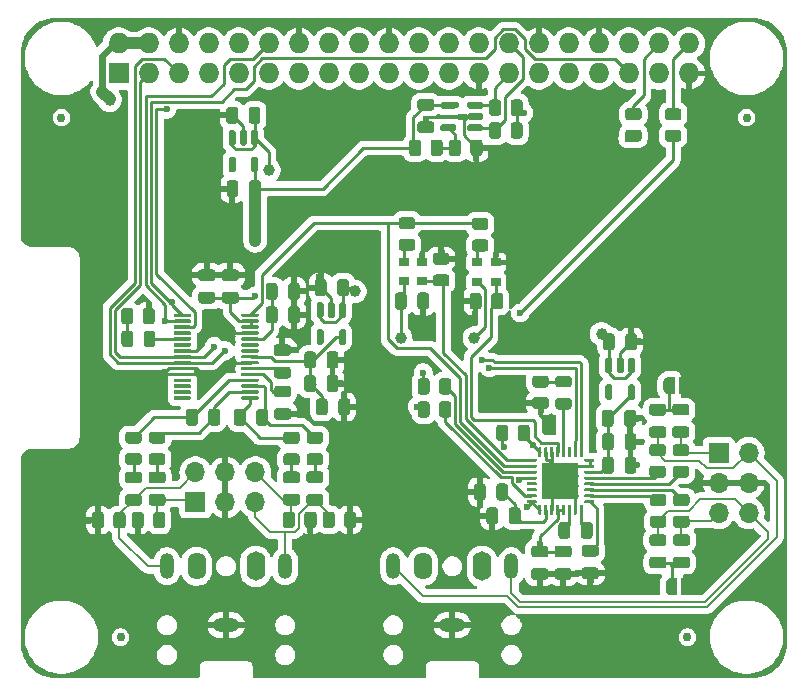
<source format=gtl>
G04 #@! TF.GenerationSoftware,KiCad,Pcbnew,9.0.1*
G04 #@! TF.CreationDate,2025-04-21T13:17:34+00:00*
G04 #@! TF.ProjectId,pedalboard-soundcard,70656461-6c62-46f6-9172-642d736f756e,1.0.1-RC*
G04 #@! TF.SameCoordinates,Original*
G04 #@! TF.FileFunction,Copper,L1,Top*
G04 #@! TF.FilePolarity,Positive*
%FSLAX46Y46*%
G04 Gerber Fmt 4.6, Leading zero omitted, Abs format (unit mm)*
G04 Created by KiCad (PCBNEW 9.0.1) date 2025-04-21 13:17:34*
%MOMM*%
%LPD*%
G01*
G04 APERTURE LIST*
G04 #@! TA.AperFunction,ComponentPad*
%ADD10R,1.727200X1.727200*%
G04 #@! TD*
G04 #@! TA.AperFunction,ComponentPad*
%ADD11O,1.727200X1.727200*%
G04 #@! TD*
G04 #@! TA.AperFunction,SMDPad,CuDef*
%ADD12R,0.850000X0.650000*%
G04 #@! TD*
G04 #@! TA.AperFunction,SMDPad,CuDef*
%ADD13C,0.750000*%
G04 #@! TD*
G04 #@! TA.AperFunction,ComponentPad*
%ADD14O,1.200000X2.200000*%
G04 #@! TD*
G04 #@! TA.AperFunction,ComponentPad*
%ADD15O,1.600000X2.300000*%
G04 #@! TD*
G04 #@! TA.AperFunction,ComponentPad*
%ADD16O,2.200000X1.200000*%
G04 #@! TD*
G04 #@! TA.AperFunction,ComponentPad*
%ADD17O,1.600000X2.500000*%
G04 #@! TD*
G04 #@! TA.AperFunction,ComponentPad*
%ADD18C,0.500000*%
G04 #@! TD*
G04 #@! TA.AperFunction,SMDPad,CuDef*
%ADD19R,3.100000X3.100000*%
G04 #@! TD*
G04 #@! TA.AperFunction,ComponentPad*
%ADD20R,1.700000X1.700000*%
G04 #@! TD*
G04 #@! TA.AperFunction,ComponentPad*
%ADD21O,1.700000X1.700000*%
G04 #@! TD*
G04 #@! TA.AperFunction,ViaPad*
%ADD22C,0.600000*%
G04 #@! TD*
G04 #@! TA.AperFunction,ViaPad*
%ADD23C,1.000000*%
G04 #@! TD*
G04 #@! TA.AperFunction,Conductor*
%ADD24C,0.250000*%
G04 #@! TD*
G04 #@! TA.AperFunction,Conductor*
%ADD25C,0.010000*%
G04 #@! TD*
G04 #@! TA.AperFunction,Conductor*
%ADD26C,1.000000*%
G04 #@! TD*
G04 #@! TA.AperFunction,Conductor*
%ADD27C,0.200000*%
G04 #@! TD*
G04 #@! TA.AperFunction,Conductor*
%ADD28C,0.500000*%
G04 #@! TD*
G04 #@! TA.AperFunction,Conductor*
%ADD29C,0.600000*%
G04 #@! TD*
G04 APERTURE END LIST*
D10*
X56870000Y-57270000D03*
D11*
X56870000Y-54730000D03*
X59410000Y-57270000D03*
X59410000Y-54730000D03*
X61950000Y-57270000D03*
X61950000Y-54730000D03*
X64490000Y-57270000D03*
X64490000Y-54730000D03*
X67030000Y-57270000D03*
X67030000Y-54730000D03*
X69570000Y-57270000D03*
X69570000Y-54730000D03*
X72110000Y-57270000D03*
X72110000Y-54730000D03*
X74650000Y-57270000D03*
X74650000Y-54730000D03*
X77190000Y-57270000D03*
X77190000Y-54730000D03*
X79730000Y-57270000D03*
X79730000Y-54730000D03*
X82270000Y-57270000D03*
X82270000Y-54730000D03*
X84810000Y-57270000D03*
X84810000Y-54730000D03*
X87350000Y-57270000D03*
X87350000Y-54730000D03*
X89890000Y-57270000D03*
X89890000Y-54730000D03*
X92430000Y-57270000D03*
X92430000Y-54730000D03*
X94970000Y-57270000D03*
X94970000Y-54730000D03*
X97510000Y-57270000D03*
X97510000Y-54730000D03*
X100050000Y-57270000D03*
X100050000Y-54730000D03*
X102590000Y-57270000D03*
X102590000Y-54730000D03*
X105130000Y-57270000D03*
X105130000Y-54730000D03*
G04 #@! TA.AperFunction,SMDPad,CuDef*
G36*
X104450000Y-99950000D02*
G01*
X104950000Y-99950000D01*
X104950000Y-99954278D01*
X105015263Y-99954278D01*
X105141342Y-99988060D01*
X105254381Y-100053323D01*
X105346677Y-100145619D01*
X105411940Y-100258658D01*
X105445722Y-100384737D01*
X105445722Y-100450000D01*
X105450000Y-100450000D01*
X105450000Y-100950000D01*
X105445722Y-100950000D01*
X105445722Y-101015263D01*
X105411940Y-101141342D01*
X105346677Y-101254381D01*
X105254381Y-101346677D01*
X105141342Y-101411940D01*
X105015263Y-101445722D01*
X104950000Y-101445722D01*
X104950000Y-101450000D01*
X104450000Y-101450000D01*
X104450000Y-99950000D01*
G37*
G04 #@! TD.AperFunction*
G04 #@! TA.AperFunction,SMDPad,CuDef*
G36*
X103650000Y-101445722D02*
G01*
X103584737Y-101445722D01*
X103458658Y-101411940D01*
X103345619Y-101346677D01*
X103253323Y-101254381D01*
X103188060Y-101141342D01*
X103154278Y-101015263D01*
X103154278Y-100950000D01*
X103150000Y-100950000D01*
X103150000Y-100450000D01*
X103154278Y-100450000D01*
X103154278Y-100384737D01*
X103188060Y-100258658D01*
X103253323Y-100145619D01*
X103345619Y-100053323D01*
X103458658Y-99988060D01*
X103584737Y-99954278D01*
X103650000Y-99954278D01*
X103650000Y-99950000D01*
X104150000Y-99950000D01*
X104150000Y-101450000D01*
X103650000Y-101450000D01*
X103650000Y-101445722D01*
G37*
G04 #@! TD.AperFunction*
G04 #@! TA.AperFunction,SMDPad,CuDef*
G36*
G01*
X84800000Y-64025000D02*
X84800000Y-63125000D01*
G75*
G02*
X85050000Y-62875000I250000J0D01*
G01*
X85575000Y-62875000D01*
G75*
G02*
X85825000Y-63125000I0J-250000D01*
G01*
X85825000Y-64025000D01*
G75*
G02*
X85575000Y-64275000I-250000J0D01*
G01*
X85050000Y-64275000D01*
G75*
G02*
X84800000Y-64025000I0J250000D01*
G01*
G37*
G04 #@! TD.AperFunction*
G04 #@! TA.AperFunction,SMDPad,CuDef*
G36*
G01*
X86625000Y-64025000D02*
X86625000Y-63125000D01*
G75*
G02*
X86875000Y-62875000I250000J0D01*
G01*
X87400000Y-62875000D01*
G75*
G02*
X87650000Y-63125000I0J-250000D01*
G01*
X87650000Y-64025000D01*
G75*
G02*
X87400000Y-64275000I-250000J0D01*
G01*
X86875000Y-64275000D01*
G75*
G02*
X86625000Y-64025000I0J250000D01*
G01*
G37*
G04 #@! TD.AperFunction*
G04 #@! TA.AperFunction,SMDPad,CuDef*
G36*
G01*
X84600000Y-75305000D02*
X83700000Y-75305000D01*
G75*
G02*
X83450000Y-75055000I0J250000D01*
G01*
X83450000Y-74530000D01*
G75*
G02*
X83700000Y-74280000I250000J0D01*
G01*
X84600000Y-74280000D01*
G75*
G02*
X84850000Y-74530000I0J-250000D01*
G01*
X84850000Y-75055000D01*
G75*
G02*
X84600000Y-75305000I-250000J0D01*
G01*
G37*
G04 #@! TD.AperFunction*
G04 #@! TA.AperFunction,SMDPad,CuDef*
G36*
G01*
X84600000Y-73480000D02*
X83700000Y-73480000D01*
G75*
G02*
X83450000Y-73230000I0J250000D01*
G01*
X83450000Y-72705000D01*
G75*
G02*
X83700000Y-72455000I250000J0D01*
G01*
X84600000Y-72455000D01*
G75*
G02*
X84850000Y-72705000I0J-250000D01*
G01*
X84850000Y-73230000D01*
G75*
G02*
X84600000Y-73480000I-250000J0D01*
G01*
G37*
G04 #@! TD.AperFunction*
G04 #@! TA.AperFunction,SMDPad,CuDef*
G36*
G01*
X102025000Y-96280000D02*
X102975000Y-96280000D01*
G75*
G02*
X103225000Y-96530000I0J-250000D01*
G01*
X103225000Y-97030000D01*
G75*
G02*
X102975000Y-97280000I-250000J0D01*
G01*
X102025000Y-97280000D01*
G75*
G02*
X101775000Y-97030000I0J250000D01*
G01*
X101775000Y-96530000D01*
G75*
G02*
X102025000Y-96280000I250000J0D01*
G01*
G37*
G04 #@! TD.AperFunction*
G04 #@! TA.AperFunction,SMDPad,CuDef*
G36*
G01*
X102025000Y-98180000D02*
X102975000Y-98180000D01*
G75*
G02*
X103225000Y-98430000I0J-250000D01*
G01*
X103225000Y-98930000D01*
G75*
G02*
X102975000Y-99180000I-250000J0D01*
G01*
X102025000Y-99180000D01*
G75*
G02*
X101775000Y-98930000I0J250000D01*
G01*
X101775000Y-98430000D01*
G75*
G02*
X102025000Y-98180000I250000J0D01*
G01*
G37*
G04 #@! TD.AperFunction*
D12*
X82525000Y-74875000D03*
X82525000Y-73225000D03*
X80975000Y-73225000D03*
X80975000Y-74875000D03*
D13*
X57000000Y-105000000D03*
G04 #@! TA.AperFunction,SMDPad,CuDef*
G36*
G01*
X68200000Y-62050000D02*
X68500000Y-62050000D01*
G75*
G02*
X68650000Y-62200000I0J-150000D01*
G01*
X68650000Y-63225000D01*
G75*
G02*
X68500000Y-63375000I-150000J0D01*
G01*
X68200000Y-63375000D01*
G75*
G02*
X68050000Y-63225000I0J150000D01*
G01*
X68050000Y-62200000D01*
G75*
G02*
X68200000Y-62050000I150000J0D01*
G01*
G37*
G04 #@! TD.AperFunction*
G04 #@! TA.AperFunction,SMDPad,CuDef*
G36*
G01*
X67250000Y-62050000D02*
X67550000Y-62050000D01*
G75*
G02*
X67700000Y-62200000I0J-150000D01*
G01*
X67700000Y-63225000D01*
G75*
G02*
X67550000Y-63375000I-150000J0D01*
G01*
X67250000Y-63375000D01*
G75*
G02*
X67100000Y-63225000I0J150000D01*
G01*
X67100000Y-62200000D01*
G75*
G02*
X67250000Y-62050000I150000J0D01*
G01*
G37*
G04 #@! TD.AperFunction*
G04 #@! TA.AperFunction,SMDPad,CuDef*
G36*
G01*
X66300000Y-62050000D02*
X66600000Y-62050000D01*
G75*
G02*
X66750000Y-62200000I0J-150000D01*
G01*
X66750000Y-63225000D01*
G75*
G02*
X66600000Y-63375000I-150000J0D01*
G01*
X66300000Y-63375000D01*
G75*
G02*
X66150000Y-63225000I0J150000D01*
G01*
X66150000Y-62200000D01*
G75*
G02*
X66300000Y-62050000I150000J0D01*
G01*
G37*
G04 #@! TD.AperFunction*
G04 #@! TA.AperFunction,SMDPad,CuDef*
G36*
G01*
X66300000Y-64325000D02*
X66600000Y-64325000D01*
G75*
G02*
X66750000Y-64475000I0J-150000D01*
G01*
X66750000Y-65500000D01*
G75*
G02*
X66600000Y-65650000I-150000J0D01*
G01*
X66300000Y-65650000D01*
G75*
G02*
X66150000Y-65500000I0J150000D01*
G01*
X66150000Y-64475000D01*
G75*
G02*
X66300000Y-64325000I150000J0D01*
G01*
G37*
G04 #@! TD.AperFunction*
G04 #@! TA.AperFunction,SMDPad,CuDef*
G36*
G01*
X68200000Y-64325000D02*
X68500000Y-64325000D01*
G75*
G02*
X68650000Y-64475000I0J-150000D01*
G01*
X68650000Y-65500000D01*
G75*
G02*
X68500000Y-65650000I-150000J0D01*
G01*
X68200000Y-65650000D01*
G75*
G02*
X68050000Y-65500000I0J150000D01*
G01*
X68050000Y-64475000D01*
G75*
G02*
X68200000Y-64325000I150000J0D01*
G01*
G37*
G04 #@! TD.AperFunction*
G04 #@! TA.AperFunction,SMDPad,CuDef*
G36*
G01*
X102075000Y-92880000D02*
X102975000Y-92880000D01*
G75*
G02*
X103225000Y-93130000I0J-250000D01*
G01*
X103225000Y-93655000D01*
G75*
G02*
X102975000Y-93905000I-250000J0D01*
G01*
X102075000Y-93905000D01*
G75*
G02*
X101825000Y-93655000I0J250000D01*
G01*
X101825000Y-93130000D01*
G75*
G02*
X102075000Y-92880000I250000J0D01*
G01*
G37*
G04 #@! TD.AperFunction*
G04 #@! TA.AperFunction,SMDPad,CuDef*
G36*
G01*
X102075000Y-94705000D02*
X102975000Y-94705000D01*
G75*
G02*
X103225000Y-94955000I0J-250000D01*
G01*
X103225000Y-95480000D01*
G75*
G02*
X102975000Y-95730000I-250000J0D01*
G01*
X102075000Y-95730000D01*
G75*
G02*
X101825000Y-95480000I0J250000D01*
G01*
X101825000Y-94955000D01*
G75*
G02*
X102075000Y-94705000I250000J0D01*
G01*
G37*
G04 #@! TD.AperFunction*
G04 #@! TA.AperFunction,SMDPad,CuDef*
G36*
G01*
X59625000Y-90980000D02*
X60575000Y-90980000D01*
G75*
G02*
X60825000Y-91230000I0J-250000D01*
G01*
X60825000Y-91730000D01*
G75*
G02*
X60575000Y-91980000I-250000J0D01*
G01*
X59625000Y-91980000D01*
G75*
G02*
X59375000Y-91730000I0J250000D01*
G01*
X59375000Y-91230000D01*
G75*
G02*
X59625000Y-90980000I250000J0D01*
G01*
G37*
G04 #@! TD.AperFunction*
G04 #@! TA.AperFunction,SMDPad,CuDef*
G36*
G01*
X59625000Y-92880000D02*
X60575000Y-92880000D01*
G75*
G02*
X60825000Y-93130000I0J-250000D01*
G01*
X60825000Y-93630000D01*
G75*
G02*
X60575000Y-93880000I-250000J0D01*
G01*
X59625000Y-93880000D01*
G75*
G02*
X59375000Y-93630000I0J250000D01*
G01*
X59375000Y-93130000D01*
G75*
G02*
X59625000Y-92880000I250000J0D01*
G01*
G37*
G04 #@! TD.AperFunction*
G04 #@! TA.AperFunction,SMDPad,CuDef*
G36*
G01*
X66775000Y-76750000D02*
X65825000Y-76750000D01*
G75*
G02*
X65575000Y-76500000I0J250000D01*
G01*
X65575000Y-76000000D01*
G75*
G02*
X65825000Y-75750000I250000J0D01*
G01*
X66775000Y-75750000D01*
G75*
G02*
X67025000Y-76000000I0J-250000D01*
G01*
X67025000Y-76500000D01*
G75*
G02*
X66775000Y-76750000I-250000J0D01*
G01*
G37*
G04 #@! TD.AperFunction*
G04 #@! TA.AperFunction,SMDPad,CuDef*
G36*
G01*
X66775000Y-74850000D02*
X65825000Y-74850000D01*
G75*
G02*
X65575000Y-74600000I0J250000D01*
G01*
X65575000Y-74100000D01*
G75*
G02*
X65825000Y-73850000I250000J0D01*
G01*
X66775000Y-73850000D01*
G75*
G02*
X67025000Y-74100000I0J-250000D01*
G01*
X67025000Y-74600000D01*
G75*
G02*
X66775000Y-74850000I-250000J0D01*
G01*
G37*
G04 #@! TD.AperFunction*
G04 #@! TA.AperFunction,SMDPad,CuDef*
G36*
G01*
X80225000Y-77015000D02*
X80225000Y-76065000D01*
G75*
G02*
X80475000Y-75815000I250000J0D01*
G01*
X80975000Y-75815000D01*
G75*
G02*
X81225000Y-76065000I0J-250000D01*
G01*
X81225000Y-77015000D01*
G75*
G02*
X80975000Y-77265000I-250000J0D01*
G01*
X80475000Y-77265000D01*
G75*
G02*
X80225000Y-77015000I0J250000D01*
G01*
G37*
G04 #@! TD.AperFunction*
G04 #@! TA.AperFunction,SMDPad,CuDef*
G36*
G01*
X82125000Y-77015000D02*
X82125000Y-76065000D01*
G75*
G02*
X82375000Y-75815000I250000J0D01*
G01*
X82875000Y-75815000D01*
G75*
G02*
X83125000Y-76065000I0J-250000D01*
G01*
X83125000Y-77015000D01*
G75*
G02*
X82875000Y-77265000I-250000J0D01*
G01*
X82375000Y-77265000D01*
G75*
G02*
X82125000Y-77015000I0J250000D01*
G01*
G37*
G04 #@! TD.AperFunction*
G04 #@! TA.AperFunction,SMDPad,CuDef*
G36*
G01*
X88200000Y-62550000D02*
X88200000Y-61650000D01*
G75*
G02*
X88450000Y-61400000I250000J0D01*
G01*
X88975000Y-61400000D01*
G75*
G02*
X89225000Y-61650000I0J-250000D01*
G01*
X89225000Y-62550000D01*
G75*
G02*
X88975000Y-62800000I-250000J0D01*
G01*
X88450000Y-62800000D01*
G75*
G02*
X88200000Y-62550000I0J250000D01*
G01*
G37*
G04 #@! TD.AperFunction*
G04 #@! TA.AperFunction,SMDPad,CuDef*
G36*
G01*
X90025000Y-62550000D02*
X90025000Y-61650000D01*
G75*
G02*
X90275000Y-61400000I250000J0D01*
G01*
X90800000Y-61400000D01*
G75*
G02*
X91050000Y-61650000I0J-250000D01*
G01*
X91050000Y-62550000D01*
G75*
G02*
X90800000Y-62800000I-250000J0D01*
G01*
X90275000Y-62800000D01*
G75*
G02*
X90025000Y-62550000I0J250000D01*
G01*
G37*
G04 #@! TD.AperFunction*
G04 #@! TA.AperFunction,SMDPad,CuDef*
G36*
G01*
X81425000Y-64025000D02*
X81425000Y-63125000D01*
G75*
G02*
X81675000Y-62875000I250000J0D01*
G01*
X82200000Y-62875000D01*
G75*
G02*
X82450000Y-63125000I0J-250000D01*
G01*
X82450000Y-64025000D01*
G75*
G02*
X82200000Y-64275000I-250000J0D01*
G01*
X81675000Y-64275000D01*
G75*
G02*
X81425000Y-64025000I0J250000D01*
G01*
G37*
G04 #@! TD.AperFunction*
G04 #@! TA.AperFunction,SMDPad,CuDef*
G36*
G01*
X83250000Y-64025000D02*
X83250000Y-63125000D01*
G75*
G02*
X83500000Y-62875000I250000J0D01*
G01*
X84025000Y-62875000D01*
G75*
G02*
X84275000Y-63125000I0J-250000D01*
G01*
X84275000Y-64025000D01*
G75*
G02*
X84025000Y-64275000I-250000J0D01*
G01*
X83500000Y-64275000D01*
G75*
G02*
X83250000Y-64025000I0J250000D01*
G01*
G37*
G04 #@! TD.AperFunction*
D12*
X88750000Y-74925000D03*
X88750000Y-73275000D03*
X87200000Y-73275000D03*
X87200000Y-74925000D03*
G04 #@! TA.AperFunction,SMDPad,CuDef*
G36*
G01*
X94053750Y-82875000D02*
X94966250Y-82875000D01*
G75*
G02*
X95210000Y-83118750I0J-243750D01*
G01*
X95210000Y-83606250D01*
G75*
G02*
X94966250Y-83850000I-243750J0D01*
G01*
X94053750Y-83850000D01*
G75*
G02*
X93810000Y-83606250I0J243750D01*
G01*
X93810000Y-83118750D01*
G75*
G02*
X94053750Y-82875000I243750J0D01*
G01*
G37*
G04 #@! TD.AperFunction*
G04 #@! TA.AperFunction,SMDPad,CuDef*
G36*
G01*
X94053750Y-84750000D02*
X94966250Y-84750000D01*
G75*
G02*
X95210000Y-84993750I0J-243750D01*
G01*
X95210000Y-85481250D01*
G75*
G02*
X94966250Y-85725000I-243750J0D01*
G01*
X94053750Y-85725000D01*
G75*
G02*
X93810000Y-85481250I0J243750D01*
G01*
X93810000Y-84993750D01*
G75*
G02*
X94053750Y-84750000I243750J0D01*
G01*
G37*
G04 #@! TD.AperFunction*
G04 #@! TA.AperFunction,SMDPad,CuDef*
G36*
G01*
X71200000Y-86600000D02*
X70250000Y-86600000D01*
G75*
G02*
X70000000Y-86350000I0J250000D01*
G01*
X70000000Y-85850000D01*
G75*
G02*
X70250000Y-85600000I250000J0D01*
G01*
X71200000Y-85600000D01*
G75*
G02*
X71450000Y-85850000I0J-250000D01*
G01*
X71450000Y-86350000D01*
G75*
G02*
X71200000Y-86600000I-250000J0D01*
G01*
G37*
G04 #@! TD.AperFunction*
G04 #@! TA.AperFunction,SMDPad,CuDef*
G36*
G01*
X71200000Y-84700000D02*
X70250000Y-84700000D01*
G75*
G02*
X70000000Y-84450000I0J250000D01*
G01*
X70000000Y-83950000D01*
G75*
G02*
X70250000Y-83700000I250000J0D01*
G01*
X71200000Y-83700000D01*
G75*
G02*
X71450000Y-83950000I0J-250000D01*
G01*
X71450000Y-84450000D01*
G75*
G02*
X71200000Y-84700000I-250000J0D01*
G01*
G37*
G04 #@! TD.AperFunction*
G04 #@! TA.AperFunction,SMDPad,CuDef*
G36*
G01*
X86920000Y-93185000D02*
X86920000Y-92235000D01*
G75*
G02*
X87170000Y-91985000I250000J0D01*
G01*
X87670000Y-91985000D01*
G75*
G02*
X87920000Y-92235000I0J-250000D01*
G01*
X87920000Y-93185000D01*
G75*
G02*
X87670000Y-93435000I-250000J0D01*
G01*
X87170000Y-93435000D01*
G75*
G02*
X86920000Y-93185000I0J250000D01*
G01*
G37*
G04 #@! TD.AperFunction*
G04 #@! TA.AperFunction,SMDPad,CuDef*
G36*
G01*
X88820000Y-93185000D02*
X88820000Y-92235000D01*
G75*
G02*
X89070000Y-91985000I250000J0D01*
G01*
X89570000Y-91985000D01*
G75*
G02*
X89820000Y-92235000I0J-250000D01*
G01*
X89820000Y-93185000D01*
G75*
G02*
X89570000Y-93435000I-250000J0D01*
G01*
X89070000Y-93435000D01*
G75*
G02*
X88820000Y-93185000I0J250000D01*
G01*
G37*
G04 #@! TD.AperFunction*
G04 #@! TA.AperFunction,SMDPad,CuDef*
G36*
G01*
X69300000Y-78175000D02*
X69300000Y-77225000D01*
G75*
G02*
X69550000Y-76975000I250000J0D01*
G01*
X70050000Y-76975000D01*
G75*
G02*
X70300000Y-77225000I0J-250000D01*
G01*
X70300000Y-78175000D01*
G75*
G02*
X70050000Y-78425000I-250000J0D01*
G01*
X69550000Y-78425000D01*
G75*
G02*
X69300000Y-78175000I0J250000D01*
G01*
G37*
G04 #@! TD.AperFunction*
G04 #@! TA.AperFunction,SMDPad,CuDef*
G36*
G01*
X71200000Y-78175000D02*
X71200000Y-77225000D01*
G75*
G02*
X71450000Y-76975000I250000J0D01*
G01*
X71950000Y-76975000D01*
G75*
G02*
X72200000Y-77225000I0J-250000D01*
G01*
X72200000Y-78175000D01*
G75*
G02*
X71950000Y-78425000I-250000J0D01*
G01*
X71450000Y-78425000D01*
G75*
G02*
X71200000Y-78175000I0J250000D01*
G01*
G37*
G04 #@! TD.AperFunction*
G04 #@! TA.AperFunction,SMDPad,CuDef*
G36*
G01*
X71000000Y-90960000D02*
X71950000Y-90960000D01*
G75*
G02*
X72200000Y-91210000I0J-250000D01*
G01*
X72200000Y-91710000D01*
G75*
G02*
X71950000Y-91960000I-250000J0D01*
G01*
X71000000Y-91960000D01*
G75*
G02*
X70750000Y-91710000I0J250000D01*
G01*
X70750000Y-91210000D01*
G75*
G02*
X71000000Y-90960000I250000J0D01*
G01*
G37*
G04 #@! TD.AperFunction*
G04 #@! TA.AperFunction,SMDPad,CuDef*
G36*
G01*
X71000000Y-92860000D02*
X71950000Y-92860000D01*
G75*
G02*
X72200000Y-93110000I0J-250000D01*
G01*
X72200000Y-93610000D01*
G75*
G02*
X71950000Y-93860000I-250000J0D01*
G01*
X71000000Y-93860000D01*
G75*
G02*
X70750000Y-93610000I0J250000D01*
G01*
X70750000Y-93110000D01*
G75*
G02*
X71000000Y-92860000I250000J0D01*
G01*
G37*
G04 #@! TD.AperFunction*
G04 #@! TA.AperFunction,SMDPad,CuDef*
G36*
G01*
X73595000Y-94610000D02*
X73595000Y-95510000D01*
G75*
G02*
X73345000Y-95760000I-250000J0D01*
G01*
X72820000Y-95760000D01*
G75*
G02*
X72570000Y-95510000I0J250000D01*
G01*
X72570000Y-94610000D01*
G75*
G02*
X72820000Y-94360000I250000J0D01*
G01*
X73345000Y-94360000D01*
G75*
G02*
X73595000Y-94610000I0J-250000D01*
G01*
G37*
G04 #@! TD.AperFunction*
G04 #@! TA.AperFunction,SMDPad,CuDef*
G36*
G01*
X71770000Y-94610000D02*
X71770000Y-95510000D01*
G75*
G02*
X71520000Y-95760000I-250000J0D01*
G01*
X70995000Y-95760000D01*
G75*
G02*
X70745000Y-95510000I0J250000D01*
G01*
X70745000Y-94610000D01*
G75*
G02*
X70995000Y-94360000I250000J0D01*
G01*
X71520000Y-94360000D01*
G75*
G02*
X71770000Y-94610000I0J-250000D01*
G01*
G37*
G04 #@! TD.AperFunction*
G04 #@! TA.AperFunction,SMDPad,CuDef*
G36*
G01*
X72975000Y-90960000D02*
X73925000Y-90960000D01*
G75*
G02*
X74175000Y-91210000I0J-250000D01*
G01*
X74175000Y-91710000D01*
G75*
G02*
X73925000Y-91960000I-250000J0D01*
G01*
X72975000Y-91960000D01*
G75*
G02*
X72725000Y-91710000I0J250000D01*
G01*
X72725000Y-91210000D01*
G75*
G02*
X72975000Y-90960000I250000J0D01*
G01*
G37*
G04 #@! TD.AperFunction*
G04 #@! TA.AperFunction,SMDPad,CuDef*
G36*
G01*
X72975000Y-92860000D02*
X73925000Y-92860000D01*
G75*
G02*
X74175000Y-93110000I0J-250000D01*
G01*
X74175000Y-93610000D01*
G75*
G02*
X73925000Y-93860000I-250000J0D01*
G01*
X72975000Y-93860000D01*
G75*
G02*
X72725000Y-93610000I0J250000D01*
G01*
X72725000Y-93110000D01*
G75*
G02*
X72975000Y-92860000I250000J0D01*
G01*
G37*
G04 #@! TD.AperFunction*
D13*
X52000000Y-61000000D03*
G04 #@! TA.AperFunction,SMDPad,CuDef*
G36*
G01*
X94950000Y-100150000D02*
X94000000Y-100150000D01*
G75*
G02*
X93750000Y-99900000I0J250000D01*
G01*
X93750000Y-99400000D01*
G75*
G02*
X94000000Y-99150000I250000J0D01*
G01*
X94950000Y-99150000D01*
G75*
G02*
X95200000Y-99400000I0J-250000D01*
G01*
X95200000Y-99900000D01*
G75*
G02*
X94950000Y-100150000I-250000J0D01*
G01*
G37*
G04 #@! TD.AperFunction*
G04 #@! TA.AperFunction,SMDPad,CuDef*
G36*
G01*
X94950000Y-98250000D02*
X94000000Y-98250000D01*
G75*
G02*
X93750000Y-98000000I0J250000D01*
G01*
X93750000Y-97500000D01*
G75*
G02*
X94000000Y-97250000I250000J0D01*
G01*
X94950000Y-97250000D01*
G75*
G02*
X95200000Y-97500000I0J-250000D01*
G01*
X95200000Y-98000000D01*
G75*
G02*
X94950000Y-98250000I-250000J0D01*
G01*
G37*
G04 #@! TD.AperFunction*
X110000000Y-61000000D03*
G04 #@! TA.AperFunction,SMDPad,CuDef*
G36*
G01*
X68875000Y-66550000D02*
X68875000Y-67500000D01*
G75*
G02*
X68625000Y-67750000I-250000J0D01*
G01*
X68125000Y-67750000D01*
G75*
G02*
X67875000Y-67500000I0J250000D01*
G01*
X67875000Y-66550000D01*
G75*
G02*
X68125000Y-66300000I250000J0D01*
G01*
X68625000Y-66300000D01*
G75*
G02*
X68875000Y-66550000I0J-250000D01*
G01*
G37*
G04 #@! TD.AperFunction*
G04 #@! TA.AperFunction,SMDPad,CuDef*
G36*
G01*
X66975000Y-66550000D02*
X66975000Y-67500000D01*
G75*
G02*
X66725000Y-67750000I-250000J0D01*
G01*
X66225000Y-67750000D01*
G75*
G02*
X65975000Y-67500000I0J250000D01*
G01*
X65975000Y-66550000D01*
G75*
G02*
X66225000Y-66300000I250000J0D01*
G01*
X66725000Y-66300000D01*
G75*
G02*
X66975000Y-66550000I0J-250000D01*
G01*
G37*
G04 #@! TD.AperFunction*
G04 #@! TA.AperFunction,SMDPad,CuDef*
G36*
G01*
X102925000Y-91502500D02*
X102025000Y-91502500D01*
G75*
G02*
X101775000Y-91252500I0J250000D01*
G01*
X101775000Y-90727500D01*
G75*
G02*
X102025000Y-90477500I250000J0D01*
G01*
X102925000Y-90477500D01*
G75*
G02*
X103175000Y-90727500I0J-250000D01*
G01*
X103175000Y-91252500D01*
G75*
G02*
X102925000Y-91502500I-250000J0D01*
G01*
G37*
G04 #@! TD.AperFunction*
G04 #@! TA.AperFunction,SMDPad,CuDef*
G36*
G01*
X102925000Y-89677500D02*
X102025000Y-89677500D01*
G75*
G02*
X101775000Y-89427500I0J250000D01*
G01*
X101775000Y-88902500D01*
G75*
G02*
X102025000Y-88652500I250000J0D01*
G01*
X102925000Y-88652500D01*
G75*
G02*
X103175000Y-88902500I0J-250000D01*
G01*
X103175000Y-89427500D01*
G75*
G02*
X102925000Y-89677500I-250000J0D01*
G01*
G37*
G04 #@! TD.AperFunction*
G04 #@! TA.AperFunction,SMDPad,CuDef*
G36*
G01*
X87970000Y-95195000D02*
X87970000Y-94245000D01*
G75*
G02*
X88220000Y-93995000I250000J0D01*
G01*
X88720000Y-93995000D01*
G75*
G02*
X88970000Y-94245000I0J-250000D01*
G01*
X88970000Y-95195000D01*
G75*
G02*
X88720000Y-95445000I-250000J0D01*
G01*
X88220000Y-95445000D01*
G75*
G02*
X87970000Y-95195000I0J250000D01*
G01*
G37*
G04 #@! TD.AperFunction*
G04 #@! TA.AperFunction,SMDPad,CuDef*
G36*
G01*
X89870000Y-95195000D02*
X89870000Y-94245000D01*
G75*
G02*
X90120000Y-93995000I250000J0D01*
G01*
X90620000Y-93995000D01*
G75*
G02*
X90870000Y-94245000I0J-250000D01*
G01*
X90870000Y-95195000D01*
G75*
G02*
X90620000Y-95445000I-250000J0D01*
G01*
X90120000Y-95445000D01*
G75*
G02*
X89870000Y-95195000I0J250000D01*
G01*
G37*
G04 #@! TD.AperFunction*
G04 #@! TA.AperFunction,SMDPad,CuDef*
G36*
G01*
X71025000Y-87605000D02*
X71925000Y-87605000D01*
G75*
G02*
X72175000Y-87855000I0J-250000D01*
G01*
X72175000Y-88380000D01*
G75*
G02*
X71925000Y-88630000I-250000J0D01*
G01*
X71025000Y-88630000D01*
G75*
G02*
X70775000Y-88380000I0J250000D01*
G01*
X70775000Y-87855000D01*
G75*
G02*
X71025000Y-87605000I250000J0D01*
G01*
G37*
G04 #@! TD.AperFunction*
G04 #@! TA.AperFunction,SMDPad,CuDef*
G36*
G01*
X71025000Y-89430000D02*
X71925000Y-89430000D01*
G75*
G02*
X72175000Y-89680000I0J-250000D01*
G01*
X72175000Y-90205000D01*
G75*
G02*
X71925000Y-90455000I-250000J0D01*
G01*
X71025000Y-90455000D01*
G75*
G02*
X70775000Y-90205000I0J250000D01*
G01*
X70775000Y-89680000D01*
G75*
G02*
X71025000Y-89430000I250000J0D01*
G01*
G37*
G04 #@! TD.AperFunction*
G04 #@! TA.AperFunction,SMDPad,CuDef*
G36*
G01*
X72550000Y-82000000D02*
X72550000Y-81050000D01*
G75*
G02*
X72800000Y-80800000I250000J0D01*
G01*
X73300000Y-80800000D01*
G75*
G02*
X73550000Y-81050000I0J-250000D01*
G01*
X73550000Y-82000000D01*
G75*
G02*
X73300000Y-82250000I-250000J0D01*
G01*
X72800000Y-82250000D01*
G75*
G02*
X72550000Y-82000000I0J250000D01*
G01*
G37*
G04 #@! TD.AperFunction*
G04 #@! TA.AperFunction,SMDPad,CuDef*
G36*
G01*
X74450000Y-82000000D02*
X74450000Y-81050000D01*
G75*
G02*
X74700000Y-80800000I250000J0D01*
G01*
X75200000Y-80800000D01*
G75*
G02*
X75450000Y-81050000I0J-250000D01*
G01*
X75450000Y-82000000D01*
G75*
G02*
X75200000Y-82250000I-250000J0D01*
G01*
X74700000Y-82250000D01*
G75*
G02*
X74450000Y-82000000I0J250000D01*
G01*
G37*
G04 #@! TD.AperFunction*
D14*
X60940000Y-99000000D03*
D15*
X63440000Y-99000000D03*
D16*
X65940000Y-104000000D03*
D14*
X70940000Y-99000000D03*
D17*
X68440000Y-99000000D03*
G04 #@! TA.AperFunction,SMDPad,CuDef*
G36*
G01*
X76965000Y-94610000D02*
X76965000Y-95510000D01*
G75*
G02*
X76715000Y-95760000I-250000J0D01*
G01*
X76190000Y-95760000D01*
G75*
G02*
X75940000Y-95510000I0J250000D01*
G01*
X75940000Y-94610000D01*
G75*
G02*
X76190000Y-94360000I250000J0D01*
G01*
X76715000Y-94360000D01*
G75*
G02*
X76965000Y-94610000I0J-250000D01*
G01*
G37*
G04 #@! TD.AperFunction*
G04 #@! TA.AperFunction,SMDPad,CuDef*
G36*
G01*
X75140000Y-94610000D02*
X75140000Y-95510000D01*
G75*
G02*
X74890000Y-95760000I-250000J0D01*
G01*
X74365000Y-95760000D01*
G75*
G02*
X74115000Y-95510000I0J250000D01*
G01*
X74115000Y-94610000D01*
G75*
G02*
X74365000Y-94360000I250000J0D01*
G01*
X74890000Y-94360000D01*
G75*
G02*
X75140000Y-94610000I0J-250000D01*
G01*
G37*
G04 #@! TD.AperFunction*
G04 #@! TA.AperFunction,SMDPad,CuDef*
G36*
G01*
X102955000Y-88142500D02*
X102005000Y-88142500D01*
G75*
G02*
X101755000Y-87892500I0J250000D01*
G01*
X101755000Y-87392500D01*
G75*
G02*
X102005000Y-87142500I250000J0D01*
G01*
X102955000Y-87142500D01*
G75*
G02*
X103205000Y-87392500I0J-250000D01*
G01*
X103205000Y-87892500D01*
G75*
G02*
X102955000Y-88142500I-250000J0D01*
G01*
G37*
G04 #@! TD.AperFunction*
G04 #@! TA.AperFunction,SMDPad,CuDef*
G36*
G01*
X102955000Y-86242500D02*
X102005000Y-86242500D01*
G75*
G02*
X101755000Y-85992500I0J250000D01*
G01*
X101755000Y-85492500D01*
G75*
G02*
X102005000Y-85242500I250000J0D01*
G01*
X102955000Y-85242500D01*
G75*
G02*
X103205000Y-85492500I0J-250000D01*
G01*
X103205000Y-85992500D01*
G75*
G02*
X102955000Y-86242500I-250000J0D01*
G01*
G37*
G04 #@! TD.AperFunction*
G04 #@! TA.AperFunction,SMDPad,CuDef*
G36*
G01*
X57055000Y-78275000D02*
X57055000Y-77375000D01*
G75*
G02*
X57305000Y-77125000I250000J0D01*
G01*
X57830000Y-77125000D01*
G75*
G02*
X58080000Y-77375000I0J-250000D01*
G01*
X58080000Y-78275000D01*
G75*
G02*
X57830000Y-78525000I-250000J0D01*
G01*
X57305000Y-78525000D01*
G75*
G02*
X57055000Y-78275000I0J250000D01*
G01*
G37*
G04 #@! TD.AperFunction*
G04 #@! TA.AperFunction,SMDPad,CuDef*
G36*
G01*
X58880000Y-78275000D02*
X58880000Y-77375000D01*
G75*
G02*
X59130000Y-77125000I250000J0D01*
G01*
X59655000Y-77125000D01*
G75*
G02*
X59905000Y-77375000I0J-250000D01*
G01*
X59905000Y-78275000D01*
G75*
G02*
X59655000Y-78525000I-250000J0D01*
G01*
X59130000Y-78525000D01*
G75*
G02*
X58880000Y-78275000I0J250000D01*
G01*
G37*
G04 #@! TD.AperFunction*
G04 #@! TA.AperFunction,SMDPad,CuDef*
G36*
G01*
X68850000Y-60345000D02*
X68850000Y-61295000D01*
G75*
G02*
X68600000Y-61545000I-250000J0D01*
G01*
X68100000Y-61545000D01*
G75*
G02*
X67850000Y-61295000I0J250000D01*
G01*
X67850000Y-60345000D01*
G75*
G02*
X68100000Y-60095000I250000J0D01*
G01*
X68600000Y-60095000D01*
G75*
G02*
X68850000Y-60345000I0J-250000D01*
G01*
G37*
G04 #@! TD.AperFunction*
G04 #@! TA.AperFunction,SMDPad,CuDef*
G36*
G01*
X66950000Y-60345000D02*
X66950000Y-61295000D01*
G75*
G02*
X66700000Y-61545000I-250000J0D01*
G01*
X66200000Y-61545000D01*
G75*
G02*
X65950000Y-61295000I0J250000D01*
G01*
X65950000Y-60345000D01*
G75*
G02*
X66200000Y-60095000I250000J0D01*
G01*
X66700000Y-60095000D01*
G75*
G02*
X66950000Y-60345000I0J-250000D01*
G01*
G37*
G04 #@! TD.AperFunction*
G04 #@! TA.AperFunction,SMDPad,CuDef*
G36*
G01*
X70225000Y-80200000D02*
X71175000Y-80200000D01*
G75*
G02*
X71425000Y-80450000I0J-250000D01*
G01*
X71425000Y-80950000D01*
G75*
G02*
X71175000Y-81200000I-250000J0D01*
G01*
X70225000Y-81200000D01*
G75*
G02*
X69975000Y-80950000I0J250000D01*
G01*
X69975000Y-80450000D01*
G75*
G02*
X70225000Y-80200000I250000J0D01*
G01*
G37*
G04 #@! TD.AperFunction*
G04 #@! TA.AperFunction,SMDPad,CuDef*
G36*
G01*
X70225000Y-82100000D02*
X71175000Y-82100000D01*
G75*
G02*
X71425000Y-82350000I0J-250000D01*
G01*
X71425000Y-82850000D01*
G75*
G02*
X71175000Y-83100000I-250000J0D01*
G01*
X70225000Y-83100000D01*
G75*
G02*
X69975000Y-82850000I0J250000D01*
G01*
X69975000Y-82350000D01*
G75*
G02*
X70225000Y-82100000I250000J0D01*
G01*
G37*
G04 #@! TD.AperFunction*
G04 #@! TA.AperFunction,SMDPad,CuDef*
G36*
G01*
X104240000Y-63065000D02*
X103340000Y-63065000D01*
G75*
G02*
X103090000Y-62815000I0J250000D01*
G01*
X103090000Y-62290000D01*
G75*
G02*
X103340000Y-62040000I250000J0D01*
G01*
X104240000Y-62040000D01*
G75*
G02*
X104490000Y-62290000I0J-250000D01*
G01*
X104490000Y-62815000D01*
G75*
G02*
X104240000Y-63065000I-250000J0D01*
G01*
G37*
G04 #@! TD.AperFunction*
G04 #@! TA.AperFunction,SMDPad,CuDef*
G36*
G01*
X104240000Y-61240000D02*
X103340000Y-61240000D01*
G75*
G02*
X103090000Y-60990000I0J250000D01*
G01*
X103090000Y-60465000D01*
G75*
G02*
X103340000Y-60215000I250000J0D01*
G01*
X104240000Y-60215000D01*
G75*
G02*
X104490000Y-60465000I0J-250000D01*
G01*
X104490000Y-60990000D01*
G75*
G02*
X104240000Y-61240000I-250000J0D01*
G01*
G37*
G04 #@! TD.AperFunction*
G04 #@! TA.AperFunction,SMDPad,CuDef*
G36*
G01*
X69300000Y-76200000D02*
X69300000Y-75250000D01*
G75*
G02*
X69550000Y-75000000I250000J0D01*
G01*
X70050000Y-75000000D01*
G75*
G02*
X70300000Y-75250000I0J-250000D01*
G01*
X70300000Y-76200000D01*
G75*
G02*
X70050000Y-76450000I-250000J0D01*
G01*
X69550000Y-76450000D01*
G75*
G02*
X69300000Y-76200000I0J250000D01*
G01*
G37*
G04 #@! TD.AperFunction*
G04 #@! TA.AperFunction,SMDPad,CuDef*
G36*
G01*
X71200000Y-76200000D02*
X71200000Y-75250000D01*
G75*
G02*
X71450000Y-75000000I250000J0D01*
G01*
X71950000Y-75000000D01*
G75*
G02*
X72200000Y-75250000I0J-250000D01*
G01*
X72200000Y-76200000D01*
G75*
G02*
X71950000Y-76450000I-250000J0D01*
G01*
X71450000Y-76450000D01*
G75*
G02*
X71200000Y-76200000I0J250000D01*
G01*
G37*
G04 #@! TD.AperFunction*
G04 #@! TA.AperFunction,SMDPad,CuDef*
G36*
G01*
X100650000Y-86000000D02*
X100650000Y-86950000D01*
G75*
G02*
X100400000Y-87200000I-250000J0D01*
G01*
X99900000Y-87200000D01*
G75*
G02*
X99650000Y-86950000I0J250000D01*
G01*
X99650000Y-86000000D01*
G75*
G02*
X99900000Y-85750000I250000J0D01*
G01*
X100400000Y-85750000D01*
G75*
G02*
X100650000Y-86000000I0J-250000D01*
G01*
G37*
G04 #@! TD.AperFunction*
G04 #@! TA.AperFunction,SMDPad,CuDef*
G36*
G01*
X98750000Y-86000000D02*
X98750000Y-86950000D01*
G75*
G02*
X98500000Y-87200000I-250000J0D01*
G01*
X98000000Y-87200000D01*
G75*
G02*
X97750000Y-86950000I0J250000D01*
G01*
X97750000Y-86000000D01*
G75*
G02*
X98000000Y-85750000I250000J0D01*
G01*
X98500000Y-85750000D01*
G75*
G02*
X98750000Y-86000000I0J-250000D01*
G01*
G37*
G04 #@! TD.AperFunction*
G04 #@! TA.AperFunction,SMDPad,CuDef*
G36*
G01*
X104915000Y-88127500D02*
X103965000Y-88127500D01*
G75*
G02*
X103715000Y-87877500I0J250000D01*
G01*
X103715000Y-87377500D01*
G75*
G02*
X103965000Y-87127500I250000J0D01*
G01*
X104915000Y-87127500D01*
G75*
G02*
X105165000Y-87377500I0J-250000D01*
G01*
X105165000Y-87877500D01*
G75*
G02*
X104915000Y-88127500I-250000J0D01*
G01*
G37*
G04 #@! TD.AperFunction*
G04 #@! TA.AperFunction,SMDPad,CuDef*
G36*
G01*
X104915000Y-86227500D02*
X103965000Y-86227500D01*
G75*
G02*
X103715000Y-85977500I0J250000D01*
G01*
X103715000Y-85477500D01*
G75*
G02*
X103965000Y-85227500I250000J0D01*
G01*
X104915000Y-85227500D01*
G75*
G02*
X105165000Y-85477500I0J-250000D01*
G01*
X105165000Y-85977500D01*
G75*
G02*
X104915000Y-86227500I-250000J0D01*
G01*
G37*
G04 #@! TD.AperFunction*
G04 #@! TA.AperFunction,SMDPad,CuDef*
G36*
G01*
X89400000Y-76100000D02*
X89400000Y-77000000D01*
G75*
G02*
X89150000Y-77250000I-250000J0D01*
G01*
X88625000Y-77250000D01*
G75*
G02*
X88375000Y-77000000I0J250000D01*
G01*
X88375000Y-76100000D01*
G75*
G02*
X88625000Y-75850000I250000J0D01*
G01*
X89150000Y-75850000D01*
G75*
G02*
X89400000Y-76100000I0J-250000D01*
G01*
G37*
G04 #@! TD.AperFunction*
G04 #@! TA.AperFunction,SMDPad,CuDef*
G36*
G01*
X87575000Y-76100000D02*
X87575000Y-77000000D01*
G75*
G02*
X87325000Y-77250000I-250000J0D01*
G01*
X86800000Y-77250000D01*
G75*
G02*
X86550000Y-77000000I0J250000D01*
G01*
X86550000Y-76100000D01*
G75*
G02*
X86800000Y-75850000I250000J0D01*
G01*
X87325000Y-75850000D01*
G75*
G02*
X87575000Y-76100000I0J-250000D01*
G01*
G37*
G04 #@! TD.AperFunction*
G04 #@! TA.AperFunction,SMDPad,CuDef*
G36*
G01*
X96975000Y-95485000D02*
X96975000Y-96435000D01*
G75*
G02*
X96725000Y-96685000I-250000J0D01*
G01*
X96225000Y-96685000D01*
G75*
G02*
X95975000Y-96435000I0J250000D01*
G01*
X95975000Y-95485000D01*
G75*
G02*
X96225000Y-95235000I250000J0D01*
G01*
X96725000Y-95235000D01*
G75*
G02*
X96975000Y-95485000I0J-250000D01*
G01*
G37*
G04 #@! TD.AperFunction*
G04 #@! TA.AperFunction,SMDPad,CuDef*
G36*
G01*
X95075000Y-95485000D02*
X95075000Y-96435000D01*
G75*
G02*
X94825000Y-96685000I-250000J0D01*
G01*
X94325000Y-96685000D01*
G75*
G02*
X94075000Y-96435000I0J250000D01*
G01*
X94075000Y-95485000D01*
G75*
G02*
X94325000Y-95235000I250000J0D01*
G01*
X94825000Y-95235000D01*
G75*
G02*
X95075000Y-95485000I0J-250000D01*
G01*
G37*
G04 #@! TD.AperFunction*
G04 #@! TA.AperFunction,SMDPad,CuDef*
G36*
G01*
X57080000Y-80206250D02*
X57080000Y-79293750D01*
G75*
G02*
X57323750Y-79050000I243750J0D01*
G01*
X57811250Y-79050000D01*
G75*
G02*
X58055000Y-79293750I0J-243750D01*
G01*
X58055000Y-80206250D01*
G75*
G02*
X57811250Y-80450000I-243750J0D01*
G01*
X57323750Y-80450000D01*
G75*
G02*
X57080000Y-80206250I0J243750D01*
G01*
G37*
G04 #@! TD.AperFunction*
G04 #@! TA.AperFunction,SMDPad,CuDef*
G36*
G01*
X58955000Y-80206250D02*
X58955000Y-79293750D01*
G75*
G02*
X59198750Y-79050000I243750J0D01*
G01*
X59686250Y-79050000D01*
G75*
G02*
X59930000Y-79293750I0J-243750D01*
G01*
X59930000Y-80206250D01*
G75*
G02*
X59686250Y-80450000I-243750J0D01*
G01*
X59198750Y-80450000D01*
G75*
G02*
X58955000Y-80206250I0J243750D01*
G01*
G37*
G04 #@! TD.AperFunction*
G04 #@! TA.AperFunction,SMDPad,CuDef*
G36*
G01*
X92562500Y-94652000D02*
X92437500Y-94652000D01*
G75*
G02*
X92375000Y-94589500I0J62500D01*
G01*
X92375000Y-93839500D01*
G75*
G02*
X92437500Y-93777000I62500J0D01*
G01*
X92562500Y-93777000D01*
G75*
G02*
X92625000Y-93839500I0J-62500D01*
G01*
X92625000Y-94589500D01*
G75*
G02*
X92562500Y-94652000I-62500J0D01*
G01*
G37*
G04 #@! TD.AperFunction*
G04 #@! TA.AperFunction,SMDPad,CuDef*
G36*
G01*
X93062500Y-94652000D02*
X92937500Y-94652000D01*
G75*
G02*
X92875000Y-94589500I0J62500D01*
G01*
X92875000Y-93839500D01*
G75*
G02*
X92937500Y-93777000I62500J0D01*
G01*
X93062500Y-93777000D01*
G75*
G02*
X93125000Y-93839500I0J-62500D01*
G01*
X93125000Y-94589500D01*
G75*
G02*
X93062500Y-94652000I-62500J0D01*
G01*
G37*
G04 #@! TD.AperFunction*
G04 #@! TA.AperFunction,SMDPad,CuDef*
G36*
G01*
X93562500Y-94652000D02*
X93437500Y-94652000D01*
G75*
G02*
X93375000Y-94589500I0J62500D01*
G01*
X93375000Y-93839500D01*
G75*
G02*
X93437500Y-93777000I62500J0D01*
G01*
X93562500Y-93777000D01*
G75*
G02*
X93625000Y-93839500I0J-62500D01*
G01*
X93625000Y-94589500D01*
G75*
G02*
X93562500Y-94652000I-62500J0D01*
G01*
G37*
G04 #@! TD.AperFunction*
G04 #@! TA.AperFunction,SMDPad,CuDef*
G36*
G01*
X94062500Y-94652000D02*
X93937500Y-94652000D01*
G75*
G02*
X93875000Y-94589500I0J62500D01*
G01*
X93875000Y-93839500D01*
G75*
G02*
X93937500Y-93777000I62500J0D01*
G01*
X94062500Y-93777000D01*
G75*
G02*
X94125000Y-93839500I0J-62500D01*
G01*
X94125000Y-94589500D01*
G75*
G02*
X94062500Y-94652000I-62500J0D01*
G01*
G37*
G04 #@! TD.AperFunction*
G04 #@! TA.AperFunction,SMDPad,CuDef*
G36*
G01*
X94562500Y-94652000D02*
X94437500Y-94652000D01*
G75*
G02*
X94375000Y-94589500I0J62500D01*
G01*
X94375000Y-93839500D01*
G75*
G02*
X94437500Y-93777000I62500J0D01*
G01*
X94562500Y-93777000D01*
G75*
G02*
X94625000Y-93839500I0J-62500D01*
G01*
X94625000Y-94589500D01*
G75*
G02*
X94562500Y-94652000I-62500J0D01*
G01*
G37*
G04 #@! TD.AperFunction*
G04 #@! TA.AperFunction,SMDPad,CuDef*
G36*
G01*
X95062500Y-94652000D02*
X94937500Y-94652000D01*
G75*
G02*
X94875000Y-94589500I0J62500D01*
G01*
X94875000Y-93839500D01*
G75*
G02*
X94937500Y-93777000I62500J0D01*
G01*
X95062500Y-93777000D01*
G75*
G02*
X95125000Y-93839500I0J-62500D01*
G01*
X95125000Y-94589500D01*
G75*
G02*
X95062500Y-94652000I-62500J0D01*
G01*
G37*
G04 #@! TD.AperFunction*
G04 #@! TA.AperFunction,SMDPad,CuDef*
G36*
G01*
X95562500Y-94652000D02*
X95437500Y-94652000D01*
G75*
G02*
X95375000Y-94589500I0J62500D01*
G01*
X95375000Y-93839500D01*
G75*
G02*
X95437500Y-93777000I62500J0D01*
G01*
X95562500Y-93777000D01*
G75*
G02*
X95625000Y-93839500I0J-62500D01*
G01*
X95625000Y-94589500D01*
G75*
G02*
X95562500Y-94652000I-62500J0D01*
G01*
G37*
G04 #@! TD.AperFunction*
G04 #@! TA.AperFunction,SMDPad,CuDef*
G36*
G01*
X96062500Y-94652000D02*
X95937500Y-94652000D01*
G75*
G02*
X95875000Y-94589500I0J62500D01*
G01*
X95875000Y-93839500D01*
G75*
G02*
X95937500Y-93777000I62500J0D01*
G01*
X96062500Y-93777000D01*
G75*
G02*
X96125000Y-93839500I0J-62500D01*
G01*
X96125000Y-94589500D01*
G75*
G02*
X96062500Y-94652000I-62500J0D01*
G01*
G37*
G04 #@! TD.AperFunction*
G04 #@! TA.AperFunction,SMDPad,CuDef*
G36*
G01*
X97062500Y-93652000D02*
X96312500Y-93652000D01*
G75*
G02*
X96250000Y-93589500I0J62500D01*
G01*
X96250000Y-93464500D01*
G75*
G02*
X96312500Y-93402000I62500J0D01*
G01*
X97062500Y-93402000D01*
G75*
G02*
X97125000Y-93464500I0J-62500D01*
G01*
X97125000Y-93589500D01*
G75*
G02*
X97062500Y-93652000I-62500J0D01*
G01*
G37*
G04 #@! TD.AperFunction*
G04 #@! TA.AperFunction,SMDPad,CuDef*
G36*
G01*
X97062500Y-93152000D02*
X96312500Y-93152000D01*
G75*
G02*
X96250000Y-93089500I0J62500D01*
G01*
X96250000Y-92964500D01*
G75*
G02*
X96312500Y-92902000I62500J0D01*
G01*
X97062500Y-92902000D01*
G75*
G02*
X97125000Y-92964500I0J-62500D01*
G01*
X97125000Y-93089500D01*
G75*
G02*
X97062500Y-93152000I-62500J0D01*
G01*
G37*
G04 #@! TD.AperFunction*
G04 #@! TA.AperFunction,SMDPad,CuDef*
G36*
G01*
X97062500Y-92652000D02*
X96312500Y-92652000D01*
G75*
G02*
X96250000Y-92589500I0J62500D01*
G01*
X96250000Y-92464500D01*
G75*
G02*
X96312500Y-92402000I62500J0D01*
G01*
X97062500Y-92402000D01*
G75*
G02*
X97125000Y-92464500I0J-62500D01*
G01*
X97125000Y-92589500D01*
G75*
G02*
X97062500Y-92652000I-62500J0D01*
G01*
G37*
G04 #@! TD.AperFunction*
G04 #@! TA.AperFunction,SMDPad,CuDef*
G36*
G01*
X97062500Y-92152000D02*
X96312500Y-92152000D01*
G75*
G02*
X96250000Y-92089500I0J62500D01*
G01*
X96250000Y-91964500D01*
G75*
G02*
X96312500Y-91902000I62500J0D01*
G01*
X97062500Y-91902000D01*
G75*
G02*
X97125000Y-91964500I0J-62500D01*
G01*
X97125000Y-92089500D01*
G75*
G02*
X97062500Y-92152000I-62500J0D01*
G01*
G37*
G04 #@! TD.AperFunction*
G04 #@! TA.AperFunction,SMDPad,CuDef*
G36*
G01*
X97062500Y-91652000D02*
X96312500Y-91652000D01*
G75*
G02*
X96250000Y-91589500I0J62500D01*
G01*
X96250000Y-91464500D01*
G75*
G02*
X96312500Y-91402000I62500J0D01*
G01*
X97062500Y-91402000D01*
G75*
G02*
X97125000Y-91464500I0J-62500D01*
G01*
X97125000Y-91589500D01*
G75*
G02*
X97062500Y-91652000I-62500J0D01*
G01*
G37*
G04 #@! TD.AperFunction*
G04 #@! TA.AperFunction,SMDPad,CuDef*
G36*
G01*
X97062500Y-91152000D02*
X96312500Y-91152000D01*
G75*
G02*
X96250000Y-91089500I0J62500D01*
G01*
X96250000Y-90964500D01*
G75*
G02*
X96312500Y-90902000I62500J0D01*
G01*
X97062500Y-90902000D01*
G75*
G02*
X97125000Y-90964500I0J-62500D01*
G01*
X97125000Y-91089500D01*
G75*
G02*
X97062500Y-91152000I-62500J0D01*
G01*
G37*
G04 #@! TD.AperFunction*
G04 #@! TA.AperFunction,SMDPad,CuDef*
G36*
G01*
X97062500Y-90652000D02*
X96312500Y-90652000D01*
G75*
G02*
X96250000Y-90589500I0J62500D01*
G01*
X96250000Y-90464500D01*
G75*
G02*
X96312500Y-90402000I62500J0D01*
G01*
X97062500Y-90402000D01*
G75*
G02*
X97125000Y-90464500I0J-62500D01*
G01*
X97125000Y-90589500D01*
G75*
G02*
X97062500Y-90652000I-62500J0D01*
G01*
G37*
G04 #@! TD.AperFunction*
G04 #@! TA.AperFunction,SMDPad,CuDef*
G36*
G01*
X97062500Y-90152000D02*
X96312500Y-90152000D01*
G75*
G02*
X96250000Y-90089500I0J62500D01*
G01*
X96250000Y-89964500D01*
G75*
G02*
X96312500Y-89902000I62500J0D01*
G01*
X97062500Y-89902000D01*
G75*
G02*
X97125000Y-89964500I0J-62500D01*
G01*
X97125000Y-90089500D01*
G75*
G02*
X97062500Y-90152000I-62500J0D01*
G01*
G37*
G04 #@! TD.AperFunction*
G04 #@! TA.AperFunction,SMDPad,CuDef*
G36*
G01*
X96062500Y-89777000D02*
X95937500Y-89777000D01*
G75*
G02*
X95875000Y-89714500I0J62500D01*
G01*
X95875000Y-88964500D01*
G75*
G02*
X95937500Y-88902000I62500J0D01*
G01*
X96062500Y-88902000D01*
G75*
G02*
X96125000Y-88964500I0J-62500D01*
G01*
X96125000Y-89714500D01*
G75*
G02*
X96062500Y-89777000I-62500J0D01*
G01*
G37*
G04 #@! TD.AperFunction*
G04 #@! TA.AperFunction,SMDPad,CuDef*
G36*
G01*
X95562500Y-89777000D02*
X95437500Y-89777000D01*
G75*
G02*
X95375000Y-89714500I0J62500D01*
G01*
X95375000Y-88964500D01*
G75*
G02*
X95437500Y-88902000I62500J0D01*
G01*
X95562500Y-88902000D01*
G75*
G02*
X95625000Y-88964500I0J-62500D01*
G01*
X95625000Y-89714500D01*
G75*
G02*
X95562500Y-89777000I-62500J0D01*
G01*
G37*
G04 #@! TD.AperFunction*
G04 #@! TA.AperFunction,SMDPad,CuDef*
G36*
G01*
X95062500Y-89777000D02*
X94937500Y-89777000D01*
G75*
G02*
X94875000Y-89714500I0J62500D01*
G01*
X94875000Y-88964500D01*
G75*
G02*
X94937500Y-88902000I62500J0D01*
G01*
X95062500Y-88902000D01*
G75*
G02*
X95125000Y-88964500I0J-62500D01*
G01*
X95125000Y-89714500D01*
G75*
G02*
X95062500Y-89777000I-62500J0D01*
G01*
G37*
G04 #@! TD.AperFunction*
G04 #@! TA.AperFunction,SMDPad,CuDef*
G36*
G01*
X94562500Y-89777000D02*
X94437500Y-89777000D01*
G75*
G02*
X94375000Y-89714500I0J62500D01*
G01*
X94375000Y-88964500D01*
G75*
G02*
X94437500Y-88902000I62500J0D01*
G01*
X94562500Y-88902000D01*
G75*
G02*
X94625000Y-88964500I0J-62500D01*
G01*
X94625000Y-89714500D01*
G75*
G02*
X94562500Y-89777000I-62500J0D01*
G01*
G37*
G04 #@! TD.AperFunction*
G04 #@! TA.AperFunction,SMDPad,CuDef*
G36*
G01*
X94062500Y-89777000D02*
X93937500Y-89777000D01*
G75*
G02*
X93875000Y-89714500I0J62500D01*
G01*
X93875000Y-88964500D01*
G75*
G02*
X93937500Y-88902000I62500J0D01*
G01*
X94062500Y-88902000D01*
G75*
G02*
X94125000Y-88964500I0J-62500D01*
G01*
X94125000Y-89714500D01*
G75*
G02*
X94062500Y-89777000I-62500J0D01*
G01*
G37*
G04 #@! TD.AperFunction*
G04 #@! TA.AperFunction,SMDPad,CuDef*
G36*
G01*
X93562500Y-89777000D02*
X93437500Y-89777000D01*
G75*
G02*
X93375000Y-89714500I0J62500D01*
G01*
X93375000Y-88964500D01*
G75*
G02*
X93437500Y-88902000I62500J0D01*
G01*
X93562500Y-88902000D01*
G75*
G02*
X93625000Y-88964500I0J-62500D01*
G01*
X93625000Y-89714500D01*
G75*
G02*
X93562500Y-89777000I-62500J0D01*
G01*
G37*
G04 #@! TD.AperFunction*
G04 #@! TA.AperFunction,SMDPad,CuDef*
G36*
G01*
X93062500Y-89777000D02*
X92937500Y-89777000D01*
G75*
G02*
X92875000Y-89714500I0J62500D01*
G01*
X92875000Y-88964500D01*
G75*
G02*
X92937500Y-88902000I62500J0D01*
G01*
X93062500Y-88902000D01*
G75*
G02*
X93125000Y-88964500I0J-62500D01*
G01*
X93125000Y-89714500D01*
G75*
G02*
X93062500Y-89777000I-62500J0D01*
G01*
G37*
G04 #@! TD.AperFunction*
G04 #@! TA.AperFunction,SMDPad,CuDef*
G36*
G01*
X92562500Y-89777000D02*
X92437500Y-89777000D01*
G75*
G02*
X92375000Y-89714500I0J62500D01*
G01*
X92375000Y-88964500D01*
G75*
G02*
X92437500Y-88902000I62500J0D01*
G01*
X92562500Y-88902000D01*
G75*
G02*
X92625000Y-88964500I0J-62500D01*
G01*
X92625000Y-89714500D01*
G75*
G02*
X92562500Y-89777000I-62500J0D01*
G01*
G37*
G04 #@! TD.AperFunction*
G04 #@! TA.AperFunction,SMDPad,CuDef*
G36*
G01*
X92187500Y-90152000D02*
X91437500Y-90152000D01*
G75*
G02*
X91375000Y-90089500I0J62500D01*
G01*
X91375000Y-89964500D01*
G75*
G02*
X91437500Y-89902000I62500J0D01*
G01*
X92187500Y-89902000D01*
G75*
G02*
X92250000Y-89964500I0J-62500D01*
G01*
X92250000Y-90089500D01*
G75*
G02*
X92187500Y-90152000I-62500J0D01*
G01*
G37*
G04 #@! TD.AperFunction*
G04 #@! TA.AperFunction,SMDPad,CuDef*
G36*
G01*
X92187500Y-90652000D02*
X91437500Y-90652000D01*
G75*
G02*
X91375000Y-90589500I0J62500D01*
G01*
X91375000Y-90464500D01*
G75*
G02*
X91437500Y-90402000I62500J0D01*
G01*
X92187500Y-90402000D01*
G75*
G02*
X92250000Y-90464500I0J-62500D01*
G01*
X92250000Y-90589500D01*
G75*
G02*
X92187500Y-90652000I-62500J0D01*
G01*
G37*
G04 #@! TD.AperFunction*
G04 #@! TA.AperFunction,SMDPad,CuDef*
G36*
G01*
X92187500Y-91152000D02*
X91437500Y-91152000D01*
G75*
G02*
X91375000Y-91089500I0J62500D01*
G01*
X91375000Y-90964500D01*
G75*
G02*
X91437500Y-90902000I62500J0D01*
G01*
X92187500Y-90902000D01*
G75*
G02*
X92250000Y-90964500I0J-62500D01*
G01*
X92250000Y-91089500D01*
G75*
G02*
X92187500Y-91152000I-62500J0D01*
G01*
G37*
G04 #@! TD.AperFunction*
G04 #@! TA.AperFunction,SMDPad,CuDef*
G36*
G01*
X92187500Y-91652000D02*
X91437500Y-91652000D01*
G75*
G02*
X91375000Y-91589500I0J62500D01*
G01*
X91375000Y-91464500D01*
G75*
G02*
X91437500Y-91402000I62500J0D01*
G01*
X92187500Y-91402000D01*
G75*
G02*
X92250000Y-91464500I0J-62500D01*
G01*
X92250000Y-91589500D01*
G75*
G02*
X92187500Y-91652000I-62500J0D01*
G01*
G37*
G04 #@! TD.AperFunction*
G04 #@! TA.AperFunction,SMDPad,CuDef*
G36*
G01*
X92187500Y-92152000D02*
X91437500Y-92152000D01*
G75*
G02*
X91375000Y-92089500I0J62500D01*
G01*
X91375000Y-91964500D01*
G75*
G02*
X91437500Y-91902000I62500J0D01*
G01*
X92187500Y-91902000D01*
G75*
G02*
X92250000Y-91964500I0J-62500D01*
G01*
X92250000Y-92089500D01*
G75*
G02*
X92187500Y-92152000I-62500J0D01*
G01*
G37*
G04 #@! TD.AperFunction*
G04 #@! TA.AperFunction,SMDPad,CuDef*
G36*
G01*
X92187500Y-92652000D02*
X91437500Y-92652000D01*
G75*
G02*
X91375000Y-92589500I0J62500D01*
G01*
X91375000Y-92464500D01*
G75*
G02*
X91437500Y-92402000I62500J0D01*
G01*
X92187500Y-92402000D01*
G75*
G02*
X92250000Y-92464500I0J-62500D01*
G01*
X92250000Y-92589500D01*
G75*
G02*
X92187500Y-92652000I-62500J0D01*
G01*
G37*
G04 #@! TD.AperFunction*
G04 #@! TA.AperFunction,SMDPad,CuDef*
G36*
G01*
X92187500Y-93152000D02*
X91437500Y-93152000D01*
G75*
G02*
X91375000Y-93089500I0J62500D01*
G01*
X91375000Y-92964500D01*
G75*
G02*
X91437500Y-92902000I62500J0D01*
G01*
X92187500Y-92902000D01*
G75*
G02*
X92250000Y-92964500I0J-62500D01*
G01*
X92250000Y-93089500D01*
G75*
G02*
X92187500Y-93152000I-62500J0D01*
G01*
G37*
G04 #@! TD.AperFunction*
G04 #@! TA.AperFunction,SMDPad,CuDef*
G36*
G01*
X92187500Y-93652000D02*
X91437500Y-93652000D01*
G75*
G02*
X91375000Y-93589500I0J62500D01*
G01*
X91375000Y-93464500D01*
G75*
G02*
X91437500Y-93402000I62500J0D01*
G01*
X92187500Y-93402000D01*
G75*
G02*
X92250000Y-93464500I0J-62500D01*
G01*
X92250000Y-93589500D01*
G75*
G02*
X92187500Y-93652000I-62500J0D01*
G01*
G37*
G04 #@! TD.AperFunction*
D18*
X92950000Y-93077000D03*
X93816667Y-93077000D03*
X94683333Y-93077000D03*
X95550000Y-93077000D03*
X92950000Y-92210333D03*
X93816667Y-92210333D03*
X94683333Y-92210333D03*
X95550000Y-92210333D03*
D19*
X94250000Y-91777000D03*
D18*
X92950000Y-91343667D03*
X93816667Y-91343667D03*
X94683333Y-91343667D03*
X95550000Y-91343667D03*
X92950000Y-90477000D03*
X93816667Y-90477000D03*
X94683333Y-90477000D03*
X95550000Y-90477000D03*
G04 #@! TA.AperFunction,SMDPad,CuDef*
G36*
G01*
X100100000Y-81325000D02*
X100400000Y-81325000D01*
G75*
G02*
X100550000Y-81475000I0J-150000D01*
G01*
X100550000Y-82500000D01*
G75*
G02*
X100400000Y-82650000I-150000J0D01*
G01*
X100100000Y-82650000D01*
G75*
G02*
X99950000Y-82500000I0J150000D01*
G01*
X99950000Y-81475000D01*
G75*
G02*
X100100000Y-81325000I150000J0D01*
G01*
G37*
G04 #@! TD.AperFunction*
G04 #@! TA.AperFunction,SMDPad,CuDef*
G36*
G01*
X99150000Y-81325000D02*
X99450000Y-81325000D01*
G75*
G02*
X99600000Y-81475000I0J-150000D01*
G01*
X99600000Y-82500000D01*
G75*
G02*
X99450000Y-82650000I-150000J0D01*
G01*
X99150000Y-82650000D01*
G75*
G02*
X99000000Y-82500000I0J150000D01*
G01*
X99000000Y-81475000D01*
G75*
G02*
X99150000Y-81325000I150000J0D01*
G01*
G37*
G04 #@! TD.AperFunction*
G04 #@! TA.AperFunction,SMDPad,CuDef*
G36*
G01*
X98200000Y-81325000D02*
X98500000Y-81325000D01*
G75*
G02*
X98650000Y-81475000I0J-150000D01*
G01*
X98650000Y-82500000D01*
G75*
G02*
X98500000Y-82650000I-150000J0D01*
G01*
X98200000Y-82650000D01*
G75*
G02*
X98050000Y-82500000I0J150000D01*
G01*
X98050000Y-81475000D01*
G75*
G02*
X98200000Y-81325000I150000J0D01*
G01*
G37*
G04 #@! TD.AperFunction*
G04 #@! TA.AperFunction,SMDPad,CuDef*
G36*
G01*
X98200000Y-83600000D02*
X98500000Y-83600000D01*
G75*
G02*
X98650000Y-83750000I0J-150000D01*
G01*
X98650000Y-84775000D01*
G75*
G02*
X98500000Y-84925000I-150000J0D01*
G01*
X98200000Y-84925000D01*
G75*
G02*
X98050000Y-84775000I0J150000D01*
G01*
X98050000Y-83750000D01*
G75*
G02*
X98200000Y-83600000I150000J0D01*
G01*
G37*
G04 #@! TD.AperFunction*
G04 #@! TA.AperFunction,SMDPad,CuDef*
G36*
G01*
X100100000Y-83600000D02*
X100400000Y-83600000D01*
G75*
G02*
X100550000Y-83750000I0J-150000D01*
G01*
X100550000Y-84775000D01*
G75*
G02*
X100400000Y-84925000I-150000J0D01*
G01*
X100100000Y-84925000D01*
G75*
G02*
X99950000Y-84775000I0J150000D01*
G01*
X99950000Y-83750000D01*
G75*
G02*
X100100000Y-83600000I150000J0D01*
G01*
G37*
G04 #@! TD.AperFunction*
G04 #@! TA.AperFunction,SMDPad,CuDef*
G36*
G01*
X76350000Y-74925000D02*
X76350000Y-75875000D01*
G75*
G02*
X76100000Y-76125000I-250000J0D01*
G01*
X75600000Y-76125000D01*
G75*
G02*
X75350000Y-75875000I0J250000D01*
G01*
X75350000Y-74925000D01*
G75*
G02*
X75600000Y-74675000I250000J0D01*
G01*
X76100000Y-74675000D01*
G75*
G02*
X76350000Y-74925000I0J-250000D01*
G01*
G37*
G04 #@! TD.AperFunction*
G04 #@! TA.AperFunction,SMDPad,CuDef*
G36*
G01*
X74450000Y-74925000D02*
X74450000Y-75875000D01*
G75*
G02*
X74200000Y-76125000I-250000J0D01*
G01*
X73700000Y-76125000D01*
G75*
G02*
X73450000Y-75875000I0J250000D01*
G01*
X73450000Y-74925000D01*
G75*
G02*
X73700000Y-74675000I250000J0D01*
G01*
X74200000Y-74675000D01*
G75*
G02*
X74450000Y-74925000I0J-250000D01*
G01*
G37*
G04 #@! TD.AperFunction*
G04 #@! TA.AperFunction,SMDPad,CuDef*
G36*
G01*
X82155000Y-86170000D02*
X82155000Y-85270000D01*
G75*
G02*
X82405000Y-85020000I250000J0D01*
G01*
X82930000Y-85020000D01*
G75*
G02*
X83180000Y-85270000I0J-250000D01*
G01*
X83180000Y-86170000D01*
G75*
G02*
X82930000Y-86420000I-250000J0D01*
G01*
X82405000Y-86420000D01*
G75*
G02*
X82155000Y-86170000I0J250000D01*
G01*
G37*
G04 #@! TD.AperFunction*
G04 #@! TA.AperFunction,SMDPad,CuDef*
G36*
G01*
X83980000Y-86170000D02*
X83980000Y-85270000D01*
G75*
G02*
X84230000Y-85020000I250000J0D01*
G01*
X84755000Y-85020000D01*
G75*
G02*
X85005000Y-85270000I0J-250000D01*
G01*
X85005000Y-86170000D01*
G75*
G02*
X84755000Y-86420000I-250000J0D01*
G01*
X84230000Y-86420000D01*
G75*
G02*
X83980000Y-86170000I0J250000D01*
G01*
G37*
G04 #@! TD.AperFunction*
G04 #@! TA.AperFunction,SMDPad,CuDef*
G36*
X104250000Y-82950000D02*
G01*
X104750000Y-82950000D01*
X104750000Y-82954278D01*
X104815263Y-82954278D01*
X104941342Y-82988060D01*
X105054381Y-83053323D01*
X105146677Y-83145619D01*
X105211940Y-83258658D01*
X105245722Y-83384737D01*
X105245722Y-83450000D01*
X105250000Y-83450000D01*
X105250000Y-83950000D01*
X105245722Y-83950000D01*
X105245722Y-84015263D01*
X105211940Y-84141342D01*
X105146677Y-84254381D01*
X105054381Y-84346677D01*
X104941342Y-84411940D01*
X104815263Y-84445722D01*
X104750000Y-84445722D01*
X104750000Y-84450000D01*
X104250000Y-84450000D01*
X104250000Y-82950000D01*
G37*
G04 #@! TD.AperFunction*
G04 #@! TA.AperFunction,SMDPad,CuDef*
G36*
X103450000Y-84445722D02*
G01*
X103384737Y-84445722D01*
X103258658Y-84411940D01*
X103145619Y-84346677D01*
X103053323Y-84254381D01*
X102988060Y-84141342D01*
X102954278Y-84015263D01*
X102954278Y-83950000D01*
X102950000Y-83950000D01*
X102950000Y-83450000D01*
X102954278Y-83450000D01*
X102954278Y-83384737D01*
X102988060Y-83258658D01*
X103053323Y-83145619D01*
X103145619Y-83053323D01*
X103258658Y-82988060D01*
X103384737Y-82954278D01*
X103450000Y-82954278D01*
X103450000Y-82950000D01*
X103950000Y-82950000D01*
X103950000Y-84450000D01*
X103450000Y-84450000D01*
X103450000Y-84445722D01*
G37*
G04 #@! TD.AperFunction*
G04 #@! TA.AperFunction,SMDPad,CuDef*
G36*
G01*
X59650000Y-87585000D02*
X60550000Y-87585000D01*
G75*
G02*
X60800000Y-87835000I0J-250000D01*
G01*
X60800000Y-88360000D01*
G75*
G02*
X60550000Y-88610000I-250000J0D01*
G01*
X59650000Y-88610000D01*
G75*
G02*
X59400000Y-88360000I0J250000D01*
G01*
X59400000Y-87835000D01*
G75*
G02*
X59650000Y-87585000I250000J0D01*
G01*
G37*
G04 #@! TD.AperFunction*
G04 #@! TA.AperFunction,SMDPad,CuDef*
G36*
G01*
X59650000Y-89410000D02*
X60550000Y-89410000D01*
G75*
G02*
X60800000Y-89660000I0J-250000D01*
G01*
X60800000Y-90185000D01*
G75*
G02*
X60550000Y-90435000I-250000J0D01*
G01*
X59650000Y-90435000D01*
G75*
G02*
X59400000Y-90185000I0J250000D01*
G01*
X59400000Y-89660000D01*
G75*
G02*
X59650000Y-89410000I250000J0D01*
G01*
G37*
G04 #@! TD.AperFunction*
G04 #@! TA.AperFunction,SMDPad,CuDef*
G36*
G01*
X73000000Y-87605000D02*
X73900000Y-87605000D01*
G75*
G02*
X74150000Y-87855000I0J-250000D01*
G01*
X74150000Y-88380000D01*
G75*
G02*
X73900000Y-88630000I-250000J0D01*
G01*
X73000000Y-88630000D01*
G75*
G02*
X72750000Y-88380000I0J250000D01*
G01*
X72750000Y-87855000D01*
G75*
G02*
X73000000Y-87605000I250000J0D01*
G01*
G37*
G04 #@! TD.AperFunction*
G04 #@! TA.AperFunction,SMDPad,CuDef*
G36*
G01*
X73000000Y-89430000D02*
X73900000Y-89430000D01*
G75*
G02*
X74150000Y-89680000I0J-250000D01*
G01*
X74150000Y-90205000D01*
G75*
G02*
X73900000Y-90455000I-250000J0D01*
G01*
X73000000Y-90455000D01*
G75*
G02*
X72750000Y-90205000I0J250000D01*
G01*
X72750000Y-89680000D01*
G75*
G02*
X73000000Y-89430000I250000J0D01*
G01*
G37*
G04 #@! TD.AperFunction*
G04 #@! TA.AperFunction,SMDPad,CuDef*
G36*
G01*
X62540000Y-86855000D02*
X62540000Y-85905000D01*
G75*
G02*
X62790000Y-85655000I250000J0D01*
G01*
X63290000Y-85655000D01*
G75*
G02*
X63540000Y-85905000I0J-250000D01*
G01*
X63540000Y-86855000D01*
G75*
G02*
X63290000Y-87105000I-250000J0D01*
G01*
X62790000Y-87105000D01*
G75*
G02*
X62540000Y-86855000I0J250000D01*
G01*
G37*
G04 #@! TD.AperFunction*
G04 #@! TA.AperFunction,SMDPad,CuDef*
G36*
G01*
X64440000Y-86855000D02*
X64440000Y-85905000D01*
G75*
G02*
X64690000Y-85655000I250000J0D01*
G01*
X65190000Y-85655000D01*
G75*
G02*
X65440000Y-85905000I0J-250000D01*
G01*
X65440000Y-86855000D01*
G75*
G02*
X65190000Y-87105000I-250000J0D01*
G01*
X64690000Y-87105000D01*
G75*
G02*
X64440000Y-86855000I0J250000D01*
G01*
G37*
G04 #@! TD.AperFunction*
G04 #@! TA.AperFunction,SMDPad,CuDef*
G36*
G01*
X97775000Y-90925000D02*
X97775000Y-89975000D01*
G75*
G02*
X98025000Y-89725000I250000J0D01*
G01*
X98525000Y-89725000D01*
G75*
G02*
X98775000Y-89975000I0J-250000D01*
G01*
X98775000Y-90925000D01*
G75*
G02*
X98525000Y-91175000I-250000J0D01*
G01*
X98025000Y-91175000D01*
G75*
G02*
X97775000Y-90925000I0J250000D01*
G01*
G37*
G04 #@! TD.AperFunction*
G04 #@! TA.AperFunction,SMDPad,CuDef*
G36*
G01*
X99675000Y-90925000D02*
X99675000Y-89975000D01*
G75*
G02*
X99925000Y-89725000I250000J0D01*
G01*
X100425000Y-89725000D01*
G75*
G02*
X100675000Y-89975000I0J-250000D01*
G01*
X100675000Y-90925000D01*
G75*
G02*
X100425000Y-91175000I-250000J0D01*
G01*
X99925000Y-91175000D01*
G75*
G02*
X99675000Y-90925000I0J250000D01*
G01*
G37*
G04 #@! TD.AperFunction*
G04 #@! TA.AperFunction,SMDPad,CuDef*
G36*
G01*
X104025000Y-96280000D02*
X104975000Y-96280000D01*
G75*
G02*
X105225000Y-96530000I0J-250000D01*
G01*
X105225000Y-97030000D01*
G75*
G02*
X104975000Y-97280000I-250000J0D01*
G01*
X104025000Y-97280000D01*
G75*
G02*
X103775000Y-97030000I0J250000D01*
G01*
X103775000Y-96530000D01*
G75*
G02*
X104025000Y-96280000I250000J0D01*
G01*
G37*
G04 #@! TD.AperFunction*
G04 #@! TA.AperFunction,SMDPad,CuDef*
G36*
G01*
X104025000Y-98180000D02*
X104975000Y-98180000D01*
G75*
G02*
X105225000Y-98430000I0J-250000D01*
G01*
X105225000Y-98930000D01*
G75*
G02*
X104975000Y-99180000I-250000J0D01*
G01*
X104025000Y-99180000D01*
G75*
G02*
X103775000Y-98930000I0J250000D01*
G01*
X103775000Y-98430000D01*
G75*
G02*
X104025000Y-98180000I250000J0D01*
G01*
G37*
G04 #@! TD.AperFunction*
G04 #@! TA.AperFunction,SMDPad,CuDef*
G36*
G01*
X97245000Y-100090000D02*
X96295000Y-100090000D01*
G75*
G02*
X96045000Y-99840000I0J250000D01*
G01*
X96045000Y-99340000D01*
G75*
G02*
X96295000Y-99090000I250000J0D01*
G01*
X97245000Y-99090000D01*
G75*
G02*
X97495000Y-99340000I0J-250000D01*
G01*
X97495000Y-99840000D01*
G75*
G02*
X97245000Y-100090000I-250000J0D01*
G01*
G37*
G04 #@! TD.AperFunction*
G04 #@! TA.AperFunction,SMDPad,CuDef*
G36*
G01*
X97245000Y-98190000D02*
X96295000Y-98190000D01*
G75*
G02*
X96045000Y-97940000I0J250000D01*
G01*
X96045000Y-97440000D01*
G75*
G02*
X96295000Y-97190000I250000J0D01*
G01*
X97245000Y-97190000D01*
G75*
G02*
X97495000Y-97440000I0J-250000D01*
G01*
X97495000Y-97940000D01*
G75*
G02*
X97245000Y-98190000I-250000J0D01*
G01*
G37*
G04 #@! TD.AperFunction*
G04 #@! TA.AperFunction,SMDPad,CuDef*
G36*
G01*
X82155000Y-84220000D02*
X82155000Y-83320000D01*
G75*
G02*
X82405000Y-83070000I250000J0D01*
G01*
X82930000Y-83070000D01*
G75*
G02*
X83180000Y-83320000I0J-250000D01*
G01*
X83180000Y-84220000D01*
G75*
G02*
X82930000Y-84470000I-250000J0D01*
G01*
X82405000Y-84470000D01*
G75*
G02*
X82155000Y-84220000I0J250000D01*
G01*
G37*
G04 #@! TD.AperFunction*
G04 #@! TA.AperFunction,SMDPad,CuDef*
G36*
G01*
X83980000Y-84220000D02*
X83980000Y-83320000D01*
G75*
G02*
X84230000Y-83070000I250000J0D01*
G01*
X84755000Y-83070000D01*
G75*
G02*
X85005000Y-83320000I0J-250000D01*
G01*
X85005000Y-84220000D01*
G75*
G02*
X84755000Y-84470000I-250000J0D01*
G01*
X84230000Y-84470000D01*
G75*
G02*
X83980000Y-84220000I0J250000D01*
G01*
G37*
G04 #@! TD.AperFunction*
D13*
X105000000Y-105000000D03*
G04 #@! TA.AperFunction,SMDPad,CuDef*
G36*
G01*
X104890000Y-91502500D02*
X103990000Y-91502500D01*
G75*
G02*
X103740000Y-91252500I0J250000D01*
G01*
X103740000Y-90727500D01*
G75*
G02*
X103990000Y-90477500I250000J0D01*
G01*
X104890000Y-90477500D01*
G75*
G02*
X105140000Y-90727500I0J-250000D01*
G01*
X105140000Y-91252500D01*
G75*
G02*
X104890000Y-91502500I-250000J0D01*
G01*
G37*
G04 #@! TD.AperFunction*
G04 #@! TA.AperFunction,SMDPad,CuDef*
G36*
G01*
X104890000Y-89677500D02*
X103990000Y-89677500D01*
G75*
G02*
X103740000Y-89427500I0J250000D01*
G01*
X103740000Y-88902500D01*
G75*
G02*
X103990000Y-88652500I250000J0D01*
G01*
X104890000Y-88652500D01*
G75*
G02*
X105140000Y-88902500I0J-250000D01*
G01*
X105140000Y-89427500D01*
G75*
G02*
X104890000Y-89677500I-250000J0D01*
G01*
G37*
G04 #@! TD.AperFunction*
G04 #@! TA.AperFunction,SMDPad,CuDef*
G36*
G01*
X97775000Y-88925000D02*
X97775000Y-87975000D01*
G75*
G02*
X98025000Y-87725000I250000J0D01*
G01*
X98525000Y-87725000D01*
G75*
G02*
X98775000Y-87975000I0J-250000D01*
G01*
X98775000Y-88925000D01*
G75*
G02*
X98525000Y-89175000I-250000J0D01*
G01*
X98025000Y-89175000D01*
G75*
G02*
X97775000Y-88925000I0J250000D01*
G01*
G37*
G04 #@! TD.AperFunction*
G04 #@! TA.AperFunction,SMDPad,CuDef*
G36*
G01*
X99675000Y-88925000D02*
X99675000Y-87975000D01*
G75*
G02*
X99925000Y-87725000I250000J0D01*
G01*
X100425000Y-87725000D01*
G75*
G02*
X100675000Y-87975000I0J-250000D01*
G01*
X100675000Y-88925000D01*
G75*
G02*
X100425000Y-89175000I-250000J0D01*
G01*
X99925000Y-89175000D01*
G75*
G02*
X99675000Y-88925000I0J250000D01*
G01*
G37*
G04 #@! TD.AperFunction*
D14*
X80100000Y-99000000D03*
D15*
X82600000Y-99000000D03*
D16*
X85100000Y-104000000D03*
D14*
X90100000Y-99000000D03*
D17*
X87600000Y-99000000D03*
G04 #@! TA.AperFunction,SMDPad,CuDef*
G36*
G01*
X68700000Y-84675000D02*
X68700000Y-84825000D01*
G75*
G02*
X68625000Y-84900000I-75000J0D01*
G01*
X67300000Y-84900000D01*
G75*
G02*
X67225000Y-84825000I0J75000D01*
G01*
X67225000Y-84675000D01*
G75*
G02*
X67300000Y-84600000I75000J0D01*
G01*
X68625000Y-84600000D01*
G75*
G02*
X68700000Y-84675000I0J-75000D01*
G01*
G37*
G04 #@! TD.AperFunction*
G04 #@! TA.AperFunction,SMDPad,CuDef*
G36*
G01*
X68700000Y-84175000D02*
X68700000Y-84325000D01*
G75*
G02*
X68625000Y-84400000I-75000J0D01*
G01*
X67300000Y-84400000D01*
G75*
G02*
X67225000Y-84325000I0J75000D01*
G01*
X67225000Y-84175000D01*
G75*
G02*
X67300000Y-84100000I75000J0D01*
G01*
X68625000Y-84100000D01*
G75*
G02*
X68700000Y-84175000I0J-75000D01*
G01*
G37*
G04 #@! TD.AperFunction*
G04 #@! TA.AperFunction,SMDPad,CuDef*
G36*
G01*
X68700000Y-83675000D02*
X68700000Y-83825000D01*
G75*
G02*
X68625000Y-83900000I-75000J0D01*
G01*
X67300000Y-83900000D01*
G75*
G02*
X67225000Y-83825000I0J75000D01*
G01*
X67225000Y-83675000D01*
G75*
G02*
X67300000Y-83600000I75000J0D01*
G01*
X68625000Y-83600000D01*
G75*
G02*
X68700000Y-83675000I0J-75000D01*
G01*
G37*
G04 #@! TD.AperFunction*
G04 #@! TA.AperFunction,SMDPad,CuDef*
G36*
G01*
X68700000Y-83175000D02*
X68700000Y-83325000D01*
G75*
G02*
X68625000Y-83400000I-75000J0D01*
G01*
X67300000Y-83400000D01*
G75*
G02*
X67225000Y-83325000I0J75000D01*
G01*
X67225000Y-83175000D01*
G75*
G02*
X67300000Y-83100000I75000J0D01*
G01*
X68625000Y-83100000D01*
G75*
G02*
X68700000Y-83175000I0J-75000D01*
G01*
G37*
G04 #@! TD.AperFunction*
G04 #@! TA.AperFunction,SMDPad,CuDef*
G36*
G01*
X68700000Y-82675000D02*
X68700000Y-82825000D01*
G75*
G02*
X68625000Y-82900000I-75000J0D01*
G01*
X67300000Y-82900000D01*
G75*
G02*
X67225000Y-82825000I0J75000D01*
G01*
X67225000Y-82675000D01*
G75*
G02*
X67300000Y-82600000I75000J0D01*
G01*
X68625000Y-82600000D01*
G75*
G02*
X68700000Y-82675000I0J-75000D01*
G01*
G37*
G04 #@! TD.AperFunction*
G04 #@! TA.AperFunction,SMDPad,CuDef*
G36*
G01*
X68700000Y-82175000D02*
X68700000Y-82325000D01*
G75*
G02*
X68625000Y-82400000I-75000J0D01*
G01*
X67300000Y-82400000D01*
G75*
G02*
X67225000Y-82325000I0J75000D01*
G01*
X67225000Y-82175000D01*
G75*
G02*
X67300000Y-82100000I75000J0D01*
G01*
X68625000Y-82100000D01*
G75*
G02*
X68700000Y-82175000I0J-75000D01*
G01*
G37*
G04 #@! TD.AperFunction*
G04 #@! TA.AperFunction,SMDPad,CuDef*
G36*
G01*
X68700000Y-81675000D02*
X68700000Y-81825000D01*
G75*
G02*
X68625000Y-81900000I-75000J0D01*
G01*
X67300000Y-81900000D01*
G75*
G02*
X67225000Y-81825000I0J75000D01*
G01*
X67225000Y-81675000D01*
G75*
G02*
X67300000Y-81600000I75000J0D01*
G01*
X68625000Y-81600000D01*
G75*
G02*
X68700000Y-81675000I0J-75000D01*
G01*
G37*
G04 #@! TD.AperFunction*
G04 #@! TA.AperFunction,SMDPad,CuDef*
G36*
G01*
X68700000Y-81175000D02*
X68700000Y-81325000D01*
G75*
G02*
X68625000Y-81400000I-75000J0D01*
G01*
X67300000Y-81400000D01*
G75*
G02*
X67225000Y-81325000I0J75000D01*
G01*
X67225000Y-81175000D01*
G75*
G02*
X67300000Y-81100000I75000J0D01*
G01*
X68625000Y-81100000D01*
G75*
G02*
X68700000Y-81175000I0J-75000D01*
G01*
G37*
G04 #@! TD.AperFunction*
G04 #@! TA.AperFunction,SMDPad,CuDef*
G36*
G01*
X68700000Y-80675000D02*
X68700000Y-80825000D01*
G75*
G02*
X68625000Y-80900000I-75000J0D01*
G01*
X67300000Y-80900000D01*
G75*
G02*
X67225000Y-80825000I0J75000D01*
G01*
X67225000Y-80675000D01*
G75*
G02*
X67300000Y-80600000I75000J0D01*
G01*
X68625000Y-80600000D01*
G75*
G02*
X68700000Y-80675000I0J-75000D01*
G01*
G37*
G04 #@! TD.AperFunction*
G04 #@! TA.AperFunction,SMDPad,CuDef*
G36*
G01*
X68700000Y-80175000D02*
X68700000Y-80325000D01*
G75*
G02*
X68625000Y-80400000I-75000J0D01*
G01*
X67300000Y-80400000D01*
G75*
G02*
X67225000Y-80325000I0J75000D01*
G01*
X67225000Y-80175000D01*
G75*
G02*
X67300000Y-80100000I75000J0D01*
G01*
X68625000Y-80100000D01*
G75*
G02*
X68700000Y-80175000I0J-75000D01*
G01*
G37*
G04 #@! TD.AperFunction*
G04 #@! TA.AperFunction,SMDPad,CuDef*
G36*
G01*
X68700000Y-79675000D02*
X68700000Y-79825000D01*
G75*
G02*
X68625000Y-79900000I-75000J0D01*
G01*
X67300000Y-79900000D01*
G75*
G02*
X67225000Y-79825000I0J75000D01*
G01*
X67225000Y-79675000D01*
G75*
G02*
X67300000Y-79600000I75000J0D01*
G01*
X68625000Y-79600000D01*
G75*
G02*
X68700000Y-79675000I0J-75000D01*
G01*
G37*
G04 #@! TD.AperFunction*
G04 #@! TA.AperFunction,SMDPad,CuDef*
G36*
G01*
X68700000Y-79175000D02*
X68700000Y-79325000D01*
G75*
G02*
X68625000Y-79400000I-75000J0D01*
G01*
X67300000Y-79400000D01*
G75*
G02*
X67225000Y-79325000I0J75000D01*
G01*
X67225000Y-79175000D01*
G75*
G02*
X67300000Y-79100000I75000J0D01*
G01*
X68625000Y-79100000D01*
G75*
G02*
X68700000Y-79175000I0J-75000D01*
G01*
G37*
G04 #@! TD.AperFunction*
G04 #@! TA.AperFunction,SMDPad,CuDef*
G36*
G01*
X68700000Y-78675000D02*
X68700000Y-78825000D01*
G75*
G02*
X68625000Y-78900000I-75000J0D01*
G01*
X67300000Y-78900000D01*
G75*
G02*
X67225000Y-78825000I0J75000D01*
G01*
X67225000Y-78675000D01*
G75*
G02*
X67300000Y-78600000I75000J0D01*
G01*
X68625000Y-78600000D01*
G75*
G02*
X68700000Y-78675000I0J-75000D01*
G01*
G37*
G04 #@! TD.AperFunction*
G04 #@! TA.AperFunction,SMDPad,CuDef*
G36*
G01*
X68700000Y-78175000D02*
X68700000Y-78325000D01*
G75*
G02*
X68625000Y-78400000I-75000J0D01*
G01*
X67300000Y-78400000D01*
G75*
G02*
X67225000Y-78325000I0J75000D01*
G01*
X67225000Y-78175000D01*
G75*
G02*
X67300000Y-78100000I75000J0D01*
G01*
X68625000Y-78100000D01*
G75*
G02*
X68700000Y-78175000I0J-75000D01*
G01*
G37*
G04 #@! TD.AperFunction*
G04 #@! TA.AperFunction,SMDPad,CuDef*
G36*
G01*
X68700000Y-77675000D02*
X68700000Y-77825000D01*
G75*
G02*
X68625000Y-77900000I-75000J0D01*
G01*
X67300000Y-77900000D01*
G75*
G02*
X67225000Y-77825000I0J75000D01*
G01*
X67225000Y-77675000D01*
G75*
G02*
X67300000Y-77600000I75000J0D01*
G01*
X68625000Y-77600000D01*
G75*
G02*
X68700000Y-77675000I0J-75000D01*
G01*
G37*
G04 #@! TD.AperFunction*
G04 #@! TA.AperFunction,SMDPad,CuDef*
G36*
G01*
X62975000Y-77675000D02*
X62975000Y-77825000D01*
G75*
G02*
X62900000Y-77900000I-75000J0D01*
G01*
X61575000Y-77900000D01*
G75*
G02*
X61500000Y-77825000I0J75000D01*
G01*
X61500000Y-77675000D01*
G75*
G02*
X61575000Y-77600000I75000J0D01*
G01*
X62900000Y-77600000D01*
G75*
G02*
X62975000Y-77675000I0J-75000D01*
G01*
G37*
G04 #@! TD.AperFunction*
G04 #@! TA.AperFunction,SMDPad,CuDef*
G36*
G01*
X62975000Y-78175000D02*
X62975000Y-78325000D01*
G75*
G02*
X62900000Y-78400000I-75000J0D01*
G01*
X61575000Y-78400000D01*
G75*
G02*
X61500000Y-78325000I0J75000D01*
G01*
X61500000Y-78175000D01*
G75*
G02*
X61575000Y-78100000I75000J0D01*
G01*
X62900000Y-78100000D01*
G75*
G02*
X62975000Y-78175000I0J-75000D01*
G01*
G37*
G04 #@! TD.AperFunction*
G04 #@! TA.AperFunction,SMDPad,CuDef*
G36*
G01*
X62975000Y-78675000D02*
X62975000Y-78825000D01*
G75*
G02*
X62900000Y-78900000I-75000J0D01*
G01*
X61575000Y-78900000D01*
G75*
G02*
X61500000Y-78825000I0J75000D01*
G01*
X61500000Y-78675000D01*
G75*
G02*
X61575000Y-78600000I75000J0D01*
G01*
X62900000Y-78600000D01*
G75*
G02*
X62975000Y-78675000I0J-75000D01*
G01*
G37*
G04 #@! TD.AperFunction*
G04 #@! TA.AperFunction,SMDPad,CuDef*
G36*
G01*
X62975000Y-79175000D02*
X62975000Y-79325000D01*
G75*
G02*
X62900000Y-79400000I-75000J0D01*
G01*
X61575000Y-79400000D01*
G75*
G02*
X61500000Y-79325000I0J75000D01*
G01*
X61500000Y-79175000D01*
G75*
G02*
X61575000Y-79100000I75000J0D01*
G01*
X62900000Y-79100000D01*
G75*
G02*
X62975000Y-79175000I0J-75000D01*
G01*
G37*
G04 #@! TD.AperFunction*
G04 #@! TA.AperFunction,SMDPad,CuDef*
G36*
G01*
X62975000Y-79675000D02*
X62975000Y-79825000D01*
G75*
G02*
X62900000Y-79900000I-75000J0D01*
G01*
X61575000Y-79900000D01*
G75*
G02*
X61500000Y-79825000I0J75000D01*
G01*
X61500000Y-79675000D01*
G75*
G02*
X61575000Y-79600000I75000J0D01*
G01*
X62900000Y-79600000D01*
G75*
G02*
X62975000Y-79675000I0J-75000D01*
G01*
G37*
G04 #@! TD.AperFunction*
G04 #@! TA.AperFunction,SMDPad,CuDef*
G36*
G01*
X62975000Y-80175000D02*
X62975000Y-80325000D01*
G75*
G02*
X62900000Y-80400000I-75000J0D01*
G01*
X61575000Y-80400000D01*
G75*
G02*
X61500000Y-80325000I0J75000D01*
G01*
X61500000Y-80175000D01*
G75*
G02*
X61575000Y-80100000I75000J0D01*
G01*
X62900000Y-80100000D01*
G75*
G02*
X62975000Y-80175000I0J-75000D01*
G01*
G37*
G04 #@! TD.AperFunction*
G04 #@! TA.AperFunction,SMDPad,CuDef*
G36*
G01*
X62975000Y-80675000D02*
X62975000Y-80825000D01*
G75*
G02*
X62900000Y-80900000I-75000J0D01*
G01*
X61575000Y-80900000D01*
G75*
G02*
X61500000Y-80825000I0J75000D01*
G01*
X61500000Y-80675000D01*
G75*
G02*
X61575000Y-80600000I75000J0D01*
G01*
X62900000Y-80600000D01*
G75*
G02*
X62975000Y-80675000I0J-75000D01*
G01*
G37*
G04 #@! TD.AperFunction*
G04 #@! TA.AperFunction,SMDPad,CuDef*
G36*
G01*
X62975000Y-81175000D02*
X62975000Y-81325000D01*
G75*
G02*
X62900000Y-81400000I-75000J0D01*
G01*
X61575000Y-81400000D01*
G75*
G02*
X61500000Y-81325000I0J75000D01*
G01*
X61500000Y-81175000D01*
G75*
G02*
X61575000Y-81100000I75000J0D01*
G01*
X62900000Y-81100000D01*
G75*
G02*
X62975000Y-81175000I0J-75000D01*
G01*
G37*
G04 #@! TD.AperFunction*
G04 #@! TA.AperFunction,SMDPad,CuDef*
G36*
G01*
X62975000Y-81675000D02*
X62975000Y-81825000D01*
G75*
G02*
X62900000Y-81900000I-75000J0D01*
G01*
X61575000Y-81900000D01*
G75*
G02*
X61500000Y-81825000I0J75000D01*
G01*
X61500000Y-81675000D01*
G75*
G02*
X61575000Y-81600000I75000J0D01*
G01*
X62900000Y-81600000D01*
G75*
G02*
X62975000Y-81675000I0J-75000D01*
G01*
G37*
G04 #@! TD.AperFunction*
G04 #@! TA.AperFunction,SMDPad,CuDef*
G36*
G01*
X62975000Y-82175000D02*
X62975000Y-82325000D01*
G75*
G02*
X62900000Y-82400000I-75000J0D01*
G01*
X61575000Y-82400000D01*
G75*
G02*
X61500000Y-82325000I0J75000D01*
G01*
X61500000Y-82175000D01*
G75*
G02*
X61575000Y-82100000I75000J0D01*
G01*
X62900000Y-82100000D01*
G75*
G02*
X62975000Y-82175000I0J-75000D01*
G01*
G37*
G04 #@! TD.AperFunction*
G04 #@! TA.AperFunction,SMDPad,CuDef*
G36*
G01*
X62975000Y-82675000D02*
X62975000Y-82825000D01*
G75*
G02*
X62900000Y-82900000I-75000J0D01*
G01*
X61575000Y-82900000D01*
G75*
G02*
X61500000Y-82825000I0J75000D01*
G01*
X61500000Y-82675000D01*
G75*
G02*
X61575000Y-82600000I75000J0D01*
G01*
X62900000Y-82600000D01*
G75*
G02*
X62975000Y-82675000I0J-75000D01*
G01*
G37*
G04 #@! TD.AperFunction*
G04 #@! TA.AperFunction,SMDPad,CuDef*
G36*
G01*
X62975000Y-83175000D02*
X62975000Y-83325000D01*
G75*
G02*
X62900000Y-83400000I-75000J0D01*
G01*
X61575000Y-83400000D01*
G75*
G02*
X61500000Y-83325000I0J75000D01*
G01*
X61500000Y-83175000D01*
G75*
G02*
X61575000Y-83100000I75000J0D01*
G01*
X62900000Y-83100000D01*
G75*
G02*
X62975000Y-83175000I0J-75000D01*
G01*
G37*
G04 #@! TD.AperFunction*
G04 #@! TA.AperFunction,SMDPad,CuDef*
G36*
G01*
X62975000Y-83675000D02*
X62975000Y-83825000D01*
G75*
G02*
X62900000Y-83900000I-75000J0D01*
G01*
X61575000Y-83900000D01*
G75*
G02*
X61500000Y-83825000I0J75000D01*
G01*
X61500000Y-83675000D01*
G75*
G02*
X61575000Y-83600000I75000J0D01*
G01*
X62900000Y-83600000D01*
G75*
G02*
X62975000Y-83675000I0J-75000D01*
G01*
G37*
G04 #@! TD.AperFunction*
G04 #@! TA.AperFunction,SMDPad,CuDef*
G36*
G01*
X62975000Y-84175000D02*
X62975000Y-84325000D01*
G75*
G02*
X62900000Y-84400000I-75000J0D01*
G01*
X61575000Y-84400000D01*
G75*
G02*
X61500000Y-84325000I0J75000D01*
G01*
X61500000Y-84175000D01*
G75*
G02*
X61575000Y-84100000I75000J0D01*
G01*
X62900000Y-84100000D01*
G75*
G02*
X62975000Y-84175000I0J-75000D01*
G01*
G37*
G04 #@! TD.AperFunction*
G04 #@! TA.AperFunction,SMDPad,CuDef*
G36*
G01*
X62975000Y-84675000D02*
X62975000Y-84825000D01*
G75*
G02*
X62900000Y-84900000I-75000J0D01*
G01*
X61575000Y-84900000D01*
G75*
G02*
X61500000Y-84825000I0J75000D01*
G01*
X61500000Y-84675000D01*
G75*
G02*
X61575000Y-84600000I75000J0D01*
G01*
X62900000Y-84600000D01*
G75*
G02*
X62975000Y-84675000I0J-75000D01*
G01*
G37*
G04 #@! TD.AperFunction*
G04 #@! TA.AperFunction,SMDPad,CuDef*
G36*
G01*
X75650000Y-76650000D02*
X75950000Y-76650000D01*
G75*
G02*
X76100000Y-76800000I0J-150000D01*
G01*
X76100000Y-77825000D01*
G75*
G02*
X75950000Y-77975000I-150000J0D01*
G01*
X75650000Y-77975000D01*
G75*
G02*
X75500000Y-77825000I0J150000D01*
G01*
X75500000Y-76800000D01*
G75*
G02*
X75650000Y-76650000I150000J0D01*
G01*
G37*
G04 #@! TD.AperFunction*
G04 #@! TA.AperFunction,SMDPad,CuDef*
G36*
G01*
X74700000Y-76650000D02*
X75000000Y-76650000D01*
G75*
G02*
X75150000Y-76800000I0J-150000D01*
G01*
X75150000Y-77825000D01*
G75*
G02*
X75000000Y-77975000I-150000J0D01*
G01*
X74700000Y-77975000D01*
G75*
G02*
X74550000Y-77825000I0J150000D01*
G01*
X74550000Y-76800000D01*
G75*
G02*
X74700000Y-76650000I150000J0D01*
G01*
G37*
G04 #@! TD.AperFunction*
G04 #@! TA.AperFunction,SMDPad,CuDef*
G36*
G01*
X73750000Y-76650000D02*
X74050000Y-76650000D01*
G75*
G02*
X74200000Y-76800000I0J-150000D01*
G01*
X74200000Y-77825000D01*
G75*
G02*
X74050000Y-77975000I-150000J0D01*
G01*
X73750000Y-77975000D01*
G75*
G02*
X73600000Y-77825000I0J150000D01*
G01*
X73600000Y-76800000D01*
G75*
G02*
X73750000Y-76650000I150000J0D01*
G01*
G37*
G04 #@! TD.AperFunction*
G04 #@! TA.AperFunction,SMDPad,CuDef*
G36*
G01*
X73750000Y-78925000D02*
X74050000Y-78925000D01*
G75*
G02*
X74200000Y-79075000I0J-150000D01*
G01*
X74200000Y-80100000D01*
G75*
G02*
X74050000Y-80250000I-150000J0D01*
G01*
X73750000Y-80250000D01*
G75*
G02*
X73600000Y-80100000I0J150000D01*
G01*
X73600000Y-79075000D01*
G75*
G02*
X73750000Y-78925000I150000J0D01*
G01*
G37*
G04 #@! TD.AperFunction*
G04 #@! TA.AperFunction,SMDPad,CuDef*
G36*
G01*
X75650000Y-78925000D02*
X75950000Y-78925000D01*
G75*
G02*
X76100000Y-79075000I0J-150000D01*
G01*
X76100000Y-80100000D01*
G75*
G02*
X75950000Y-80250000I-150000J0D01*
G01*
X75650000Y-80250000D01*
G75*
G02*
X75500000Y-80100000I0J150000D01*
G01*
X75500000Y-79075000D01*
G75*
G02*
X75650000Y-78925000I150000J0D01*
G01*
G37*
G04 #@! TD.AperFunction*
G04 #@! TA.AperFunction,SMDPad,CuDef*
G36*
G01*
X81700000Y-72295000D02*
X80800000Y-72295000D01*
G75*
G02*
X80550000Y-72045000I0J250000D01*
G01*
X80550000Y-71520000D01*
G75*
G02*
X80800000Y-71270000I250000J0D01*
G01*
X81700000Y-71270000D01*
G75*
G02*
X81950000Y-71520000I0J-250000D01*
G01*
X81950000Y-72045000D01*
G75*
G02*
X81700000Y-72295000I-250000J0D01*
G01*
G37*
G04 #@! TD.AperFunction*
G04 #@! TA.AperFunction,SMDPad,CuDef*
G36*
G01*
X81700000Y-70470000D02*
X80800000Y-70470000D01*
G75*
G02*
X80550000Y-70220000I0J250000D01*
G01*
X80550000Y-69695000D01*
G75*
G02*
X80800000Y-69445000I250000J0D01*
G01*
X81700000Y-69445000D01*
G75*
G02*
X81950000Y-69695000I0J-250000D01*
G01*
X81950000Y-70220000D01*
G75*
G02*
X81700000Y-70470000I-250000J0D01*
G01*
G37*
G04 #@! TD.AperFunction*
G04 #@! TA.AperFunction,SMDPad,CuDef*
G36*
G01*
X83325000Y-62325000D02*
X82375000Y-62325000D01*
G75*
G02*
X82125000Y-62075000I0J250000D01*
G01*
X82125000Y-61575000D01*
G75*
G02*
X82375000Y-61325000I250000J0D01*
G01*
X83325000Y-61325000D01*
G75*
G02*
X83575000Y-61575000I0J-250000D01*
G01*
X83575000Y-62075000D01*
G75*
G02*
X83325000Y-62325000I-250000J0D01*
G01*
G37*
G04 #@! TD.AperFunction*
G04 #@! TA.AperFunction,SMDPad,CuDef*
G36*
G01*
X83325000Y-60425000D02*
X82375000Y-60425000D01*
G75*
G02*
X82125000Y-60175000I0J250000D01*
G01*
X82125000Y-59675000D01*
G75*
G02*
X82375000Y-59425000I250000J0D01*
G01*
X83325000Y-59425000D01*
G75*
G02*
X83575000Y-59675000I0J-250000D01*
G01*
X83575000Y-60175000D01*
G75*
G02*
X83325000Y-60425000I-250000J0D01*
G01*
G37*
G04 #@! TD.AperFunction*
G04 #@! TA.AperFunction,SMDPad,CuDef*
G36*
G01*
X69490000Y-85915000D02*
X69490000Y-86865000D01*
G75*
G02*
X69240000Y-87115000I-250000J0D01*
G01*
X68740000Y-87115000D01*
G75*
G02*
X68490000Y-86865000I0J250000D01*
G01*
X68490000Y-85915000D01*
G75*
G02*
X68740000Y-85665000I250000J0D01*
G01*
X69240000Y-85665000D01*
G75*
G02*
X69490000Y-85915000I0J-250000D01*
G01*
G37*
G04 #@! TD.AperFunction*
G04 #@! TA.AperFunction,SMDPad,CuDef*
G36*
G01*
X67590000Y-85915000D02*
X67590000Y-86865000D01*
G75*
G02*
X67340000Y-87115000I-250000J0D01*
G01*
X66840000Y-87115000D01*
G75*
G02*
X66590000Y-86865000I0J250000D01*
G01*
X66590000Y-85915000D01*
G75*
G02*
X66840000Y-85665000I250000J0D01*
G01*
X67340000Y-85665000D01*
G75*
G02*
X67590000Y-85915000I0J-250000D01*
G01*
G37*
G04 #@! TD.AperFunction*
G04 #@! TA.AperFunction,SMDPad,CuDef*
G36*
G01*
X57650000Y-87585000D02*
X58550000Y-87585000D01*
G75*
G02*
X58800000Y-87835000I0J-250000D01*
G01*
X58800000Y-88360000D01*
G75*
G02*
X58550000Y-88610000I-250000J0D01*
G01*
X57650000Y-88610000D01*
G75*
G02*
X57400000Y-88360000I0J250000D01*
G01*
X57400000Y-87835000D01*
G75*
G02*
X57650000Y-87585000I250000J0D01*
G01*
G37*
G04 #@! TD.AperFunction*
G04 #@! TA.AperFunction,SMDPad,CuDef*
G36*
G01*
X57650000Y-89410000D02*
X58550000Y-89410000D01*
G75*
G02*
X58800000Y-89660000I0J-250000D01*
G01*
X58800000Y-90185000D01*
G75*
G02*
X58550000Y-90435000I-250000J0D01*
G01*
X57650000Y-90435000D01*
G75*
G02*
X57400000Y-90185000I0J250000D01*
G01*
X57400000Y-89660000D01*
G75*
G02*
X57650000Y-89410000I250000J0D01*
G01*
G37*
G04 #@! TD.AperFunction*
G04 #@! TA.AperFunction,SMDPad,CuDef*
G36*
G01*
X87900000Y-72345000D02*
X87000000Y-72345000D01*
G75*
G02*
X86750000Y-72095000I0J250000D01*
G01*
X86750000Y-71570000D01*
G75*
G02*
X87000000Y-71320000I250000J0D01*
G01*
X87900000Y-71320000D01*
G75*
G02*
X88150000Y-71570000I0J-250000D01*
G01*
X88150000Y-72095000D01*
G75*
G02*
X87900000Y-72345000I-250000J0D01*
G01*
G37*
G04 #@! TD.AperFunction*
G04 #@! TA.AperFunction,SMDPad,CuDef*
G36*
G01*
X87900000Y-70520000D02*
X87000000Y-70520000D01*
G75*
G02*
X86750000Y-70270000I0J250000D01*
G01*
X86750000Y-69745000D01*
G75*
G02*
X87000000Y-69495000I250000J0D01*
G01*
X87900000Y-69495000D01*
G75*
G02*
X88150000Y-69745000I0J-250000D01*
G01*
X88150000Y-70270000D01*
G75*
G02*
X87900000Y-70520000I-250000J0D01*
G01*
G37*
G04 #@! TD.AperFunction*
G04 #@! TA.AperFunction,SMDPad,CuDef*
G36*
G01*
X92975000Y-100150000D02*
X92025000Y-100150000D01*
G75*
G02*
X91775000Y-99900000I0J250000D01*
G01*
X91775000Y-99400000D01*
G75*
G02*
X92025000Y-99150000I250000J0D01*
G01*
X92975000Y-99150000D01*
G75*
G02*
X93225000Y-99400000I0J-250000D01*
G01*
X93225000Y-99900000D01*
G75*
G02*
X92975000Y-100150000I-250000J0D01*
G01*
G37*
G04 #@! TD.AperFunction*
G04 #@! TA.AperFunction,SMDPad,CuDef*
G36*
G01*
X92975000Y-98250000D02*
X92025000Y-98250000D01*
G75*
G02*
X91775000Y-98000000I0J250000D01*
G01*
X91775000Y-97500000D01*
G75*
G02*
X92025000Y-97250000I250000J0D01*
G01*
X92975000Y-97250000D01*
G75*
G02*
X93225000Y-97500000I0J-250000D01*
G01*
X93225000Y-98000000D01*
G75*
G02*
X92975000Y-98250000I-250000J0D01*
G01*
G37*
G04 #@! TD.AperFunction*
G04 #@! TA.AperFunction,SMDPad,CuDef*
G36*
G01*
X104025000Y-92880000D02*
X104925000Y-92880000D01*
G75*
G02*
X105175000Y-93130000I0J-250000D01*
G01*
X105175000Y-93655000D01*
G75*
G02*
X104925000Y-93905000I-250000J0D01*
G01*
X104025000Y-93905000D01*
G75*
G02*
X103775000Y-93655000I0J250000D01*
G01*
X103775000Y-93130000D01*
G75*
G02*
X104025000Y-92880000I250000J0D01*
G01*
G37*
G04 #@! TD.AperFunction*
G04 #@! TA.AperFunction,SMDPad,CuDef*
G36*
G01*
X104025000Y-94705000D02*
X104925000Y-94705000D01*
G75*
G02*
X105175000Y-94955000I0J-250000D01*
G01*
X105175000Y-95480000D01*
G75*
G02*
X104925000Y-95730000I-250000J0D01*
G01*
X104025000Y-95730000D01*
G75*
G02*
X103775000Y-95480000I0J250000D01*
G01*
X103775000Y-94955000D01*
G75*
G02*
X104025000Y-94705000I250000J0D01*
G01*
G37*
G04 #@! TD.AperFunction*
G04 #@! TA.AperFunction,SMDPad,CuDef*
G36*
G01*
X93010000Y-85695000D02*
X92110000Y-85695000D01*
G75*
G02*
X91860000Y-85445000I0J250000D01*
G01*
X91860000Y-84920000D01*
G75*
G02*
X92110000Y-84670000I250000J0D01*
G01*
X93010000Y-84670000D01*
G75*
G02*
X93260000Y-84920000I0J-250000D01*
G01*
X93260000Y-85445000D01*
G75*
G02*
X93010000Y-85695000I-250000J0D01*
G01*
G37*
G04 #@! TD.AperFunction*
G04 #@! TA.AperFunction,SMDPad,CuDef*
G36*
G01*
X93010000Y-83870000D02*
X92110000Y-83870000D01*
G75*
G02*
X91860000Y-83620000I0J250000D01*
G01*
X91860000Y-83095000D01*
G75*
G02*
X92110000Y-82845000I250000J0D01*
G01*
X93010000Y-82845000D01*
G75*
G02*
X93260000Y-83095000I0J-250000D01*
G01*
X93260000Y-83620000D01*
G75*
G02*
X93010000Y-83870000I-250000J0D01*
G01*
G37*
G04 #@! TD.AperFunction*
G04 #@! TA.AperFunction,SMDPad,CuDef*
G36*
G01*
X97850000Y-80475000D02*
X97850000Y-79525000D01*
G75*
G02*
X98100000Y-79275000I250000J0D01*
G01*
X98600000Y-79275000D01*
G75*
G02*
X98850000Y-79525000I0J-250000D01*
G01*
X98850000Y-80475000D01*
G75*
G02*
X98600000Y-80725000I-250000J0D01*
G01*
X98100000Y-80725000D01*
G75*
G02*
X97850000Y-80475000I0J250000D01*
G01*
G37*
G04 #@! TD.AperFunction*
G04 #@! TA.AperFunction,SMDPad,CuDef*
G36*
G01*
X99750000Y-80475000D02*
X99750000Y-79525000D01*
G75*
G02*
X100000000Y-79275000I250000J0D01*
G01*
X100500000Y-79275000D01*
G75*
G02*
X100750000Y-79525000I0J-250000D01*
G01*
X100750000Y-80475000D01*
G75*
G02*
X100500000Y-80725000I-250000J0D01*
G01*
X100000000Y-80725000D01*
G75*
G02*
X99750000Y-80475000I0J250000D01*
G01*
G37*
G04 #@! TD.AperFunction*
G04 #@! TA.AperFunction,SMDPad,CuDef*
G36*
G01*
X91650000Y-87250000D02*
X91650000Y-88150000D01*
G75*
G02*
X91400000Y-88400000I-250000J0D01*
G01*
X90875000Y-88400000D01*
G75*
G02*
X90625000Y-88150000I0J250000D01*
G01*
X90625000Y-87250000D01*
G75*
G02*
X90875000Y-87000000I250000J0D01*
G01*
X91400000Y-87000000D01*
G75*
G02*
X91650000Y-87250000I0J-250000D01*
G01*
G37*
G04 #@! TD.AperFunction*
G04 #@! TA.AperFunction,SMDPad,CuDef*
G36*
G01*
X89825000Y-87250000D02*
X89825000Y-88150000D01*
G75*
G02*
X89575000Y-88400000I-250000J0D01*
G01*
X89050000Y-88400000D01*
G75*
G02*
X88800000Y-88150000I0J250000D01*
G01*
X88800000Y-87250000D01*
G75*
G02*
X89050000Y-87000000I250000J0D01*
G01*
X89575000Y-87000000D01*
G75*
G02*
X89825000Y-87250000I0J-250000D01*
G01*
G37*
G04 #@! TD.AperFunction*
G04 #@! TA.AperFunction,SMDPad,CuDef*
G36*
G01*
X57945000Y-95540000D02*
X57945000Y-94640000D01*
G75*
G02*
X58195000Y-94390000I250000J0D01*
G01*
X58720000Y-94390000D01*
G75*
G02*
X58970000Y-94640000I0J-250000D01*
G01*
X58970000Y-95540000D01*
G75*
G02*
X58720000Y-95790000I-250000J0D01*
G01*
X58195000Y-95790000D01*
G75*
G02*
X57945000Y-95540000I0J250000D01*
G01*
G37*
G04 #@! TD.AperFunction*
G04 #@! TA.AperFunction,SMDPad,CuDef*
G36*
G01*
X59770000Y-95540000D02*
X59770000Y-94640000D01*
G75*
G02*
X60020000Y-94390000I250000J0D01*
G01*
X60545000Y-94390000D01*
G75*
G02*
X60795000Y-94640000I0J-250000D01*
G01*
X60795000Y-95540000D01*
G75*
G02*
X60545000Y-95790000I-250000J0D01*
G01*
X60020000Y-95790000D01*
G75*
G02*
X59770000Y-95540000I0J250000D01*
G01*
G37*
G04 #@! TD.AperFunction*
G04 #@! TA.AperFunction,SMDPad,CuDef*
G36*
G01*
X73550000Y-85975000D02*
X73550000Y-85025000D01*
G75*
G02*
X73800000Y-84775000I250000J0D01*
G01*
X74300000Y-84775000D01*
G75*
G02*
X74550000Y-85025000I0J-250000D01*
G01*
X74550000Y-85975000D01*
G75*
G02*
X74300000Y-86225000I-250000J0D01*
G01*
X73800000Y-86225000D01*
G75*
G02*
X73550000Y-85975000I0J250000D01*
G01*
G37*
G04 #@! TD.AperFunction*
G04 #@! TA.AperFunction,SMDPad,CuDef*
G36*
G01*
X75450000Y-85975000D02*
X75450000Y-85025000D01*
G75*
G02*
X75700000Y-84775000I250000J0D01*
G01*
X76200000Y-84775000D01*
G75*
G02*
X76450000Y-85025000I0J-250000D01*
G01*
X76450000Y-85975000D01*
G75*
G02*
X76200000Y-86225000I-250000J0D01*
G01*
X75700000Y-86225000D01*
G75*
G02*
X75450000Y-85975000I0J250000D01*
G01*
G37*
G04 #@! TD.AperFunction*
G04 #@! TA.AperFunction,SMDPad,CuDef*
G36*
G01*
X88200000Y-60625000D02*
X88200000Y-59725000D01*
G75*
G02*
X88450000Y-59475000I250000J0D01*
G01*
X88975000Y-59475000D01*
G75*
G02*
X89225000Y-59725000I0J-250000D01*
G01*
X89225000Y-60625000D01*
G75*
G02*
X88975000Y-60875000I-250000J0D01*
G01*
X88450000Y-60875000D01*
G75*
G02*
X88200000Y-60625000I0J250000D01*
G01*
G37*
G04 #@! TD.AperFunction*
G04 #@! TA.AperFunction,SMDPad,CuDef*
G36*
G01*
X90025000Y-60625000D02*
X90025000Y-59725000D01*
G75*
G02*
X90275000Y-59475000I250000J0D01*
G01*
X90800000Y-59475000D01*
G75*
G02*
X91050000Y-59725000I0J-250000D01*
G01*
X91050000Y-60625000D01*
G75*
G02*
X90800000Y-60875000I-250000J0D01*
G01*
X90275000Y-60875000D01*
G75*
G02*
X90025000Y-60625000I0J250000D01*
G01*
G37*
G04 #@! TD.AperFunction*
G04 #@! TA.AperFunction,SMDPad,CuDef*
G36*
G01*
X100870000Y-63055000D02*
X99970000Y-63055000D01*
G75*
G02*
X99720000Y-62805000I0J250000D01*
G01*
X99720000Y-62280000D01*
G75*
G02*
X99970000Y-62030000I250000J0D01*
G01*
X100870000Y-62030000D01*
G75*
G02*
X101120000Y-62280000I0J-250000D01*
G01*
X101120000Y-62805000D01*
G75*
G02*
X100870000Y-63055000I-250000J0D01*
G01*
G37*
G04 #@! TD.AperFunction*
G04 #@! TA.AperFunction,SMDPad,CuDef*
G36*
G01*
X100870000Y-61230000D02*
X99970000Y-61230000D01*
G75*
G02*
X99720000Y-60980000I0J250000D01*
G01*
X99720000Y-60455000D01*
G75*
G02*
X99970000Y-60205000I250000J0D01*
G01*
X100870000Y-60205000D01*
G75*
G02*
X101120000Y-60455000I0J-250000D01*
G01*
X101120000Y-60980000D01*
G75*
G02*
X100870000Y-61230000I-250000J0D01*
G01*
G37*
G04 #@! TD.AperFunction*
G04 #@! TA.AperFunction,SMDPad,CuDef*
G36*
G01*
X72550000Y-84000000D02*
X72550000Y-83050000D01*
G75*
G02*
X72800000Y-82800000I250000J0D01*
G01*
X73300000Y-82800000D01*
G75*
G02*
X73550000Y-83050000I0J-250000D01*
G01*
X73550000Y-84000000D01*
G75*
G02*
X73300000Y-84250000I-250000J0D01*
G01*
X72800000Y-84250000D01*
G75*
G02*
X72550000Y-84000000I0J250000D01*
G01*
G37*
G04 #@! TD.AperFunction*
G04 #@! TA.AperFunction,SMDPad,CuDef*
G36*
G01*
X74450000Y-84000000D02*
X74450000Y-83050000D01*
G75*
G02*
X74700000Y-82800000I250000J0D01*
G01*
X75200000Y-82800000D01*
G75*
G02*
X75450000Y-83050000I0J-250000D01*
G01*
X75450000Y-84000000D01*
G75*
G02*
X75200000Y-84250000I-250000J0D01*
G01*
X74700000Y-84250000D01*
G75*
G02*
X74450000Y-84000000I0J250000D01*
G01*
G37*
G04 #@! TD.AperFunction*
G04 #@! TA.AperFunction,SMDPad,CuDef*
G36*
G01*
X57625000Y-90980000D02*
X58575000Y-90980000D01*
G75*
G02*
X58825000Y-91230000I0J-250000D01*
G01*
X58825000Y-91730000D01*
G75*
G02*
X58575000Y-91980000I-250000J0D01*
G01*
X57625000Y-91980000D01*
G75*
G02*
X57375000Y-91730000I0J250000D01*
G01*
X57375000Y-91230000D01*
G75*
G02*
X57625000Y-90980000I250000J0D01*
G01*
G37*
G04 #@! TD.AperFunction*
G04 #@! TA.AperFunction,SMDPad,CuDef*
G36*
G01*
X57625000Y-92880000D02*
X58575000Y-92880000D01*
G75*
G02*
X58825000Y-93130000I0J-250000D01*
G01*
X58825000Y-93630000D01*
G75*
G02*
X58575000Y-93880000I-250000J0D01*
G01*
X57625000Y-93880000D01*
G75*
G02*
X57375000Y-93630000I0J250000D01*
G01*
X57375000Y-93130000D01*
G75*
G02*
X57625000Y-92880000I250000J0D01*
G01*
G37*
G04 #@! TD.AperFunction*
G04 #@! TA.AperFunction,SMDPad,CuDef*
G36*
G01*
X54575000Y-95540000D02*
X54575000Y-94640000D01*
G75*
G02*
X54825000Y-94390000I250000J0D01*
G01*
X55350000Y-94390000D01*
G75*
G02*
X55600000Y-94640000I0J-250000D01*
G01*
X55600000Y-95540000D01*
G75*
G02*
X55350000Y-95790000I-250000J0D01*
G01*
X54825000Y-95790000D01*
G75*
G02*
X54575000Y-95540000I0J250000D01*
G01*
G37*
G04 #@! TD.AperFunction*
G04 #@! TA.AperFunction,SMDPad,CuDef*
G36*
G01*
X56400000Y-95540000D02*
X56400000Y-94640000D01*
G75*
G02*
X56650000Y-94390000I250000J0D01*
G01*
X57175000Y-94390000D01*
G75*
G02*
X57425000Y-94640000I0J-250000D01*
G01*
X57425000Y-95540000D01*
G75*
G02*
X57175000Y-95790000I-250000J0D01*
G01*
X56650000Y-95790000D01*
G75*
G02*
X56400000Y-95540000I0J250000D01*
G01*
G37*
G04 #@! TD.AperFunction*
G04 #@! TA.AperFunction,SMDPad,CuDef*
G36*
G01*
X87690000Y-61720000D02*
X87690000Y-62020000D01*
G75*
G02*
X87540000Y-62170000I-150000J0D01*
G01*
X86515000Y-62170000D01*
G75*
G02*
X86365000Y-62020000I0J150000D01*
G01*
X86365000Y-61720000D01*
G75*
G02*
X86515000Y-61570000I150000J0D01*
G01*
X87540000Y-61570000D01*
G75*
G02*
X87690000Y-61720000I0J-150000D01*
G01*
G37*
G04 #@! TD.AperFunction*
G04 #@! TA.AperFunction,SMDPad,CuDef*
G36*
G01*
X87690000Y-60770000D02*
X87690000Y-61070000D01*
G75*
G02*
X87540000Y-61220000I-150000J0D01*
G01*
X86515000Y-61220000D01*
G75*
G02*
X86365000Y-61070000I0J150000D01*
G01*
X86365000Y-60770000D01*
G75*
G02*
X86515000Y-60620000I150000J0D01*
G01*
X87540000Y-60620000D01*
G75*
G02*
X87690000Y-60770000I0J-150000D01*
G01*
G37*
G04 #@! TD.AperFunction*
G04 #@! TA.AperFunction,SMDPad,CuDef*
G36*
G01*
X87690000Y-59820000D02*
X87690000Y-60120000D01*
G75*
G02*
X87540000Y-60270000I-150000J0D01*
G01*
X86515000Y-60270000D01*
G75*
G02*
X86365000Y-60120000I0J150000D01*
G01*
X86365000Y-59820000D01*
G75*
G02*
X86515000Y-59670000I150000J0D01*
G01*
X87540000Y-59670000D01*
G75*
G02*
X87690000Y-59820000I0J-150000D01*
G01*
G37*
G04 #@! TD.AperFunction*
G04 #@! TA.AperFunction,SMDPad,CuDef*
G36*
G01*
X85415000Y-59820000D02*
X85415000Y-60120000D01*
G75*
G02*
X85265000Y-60270000I-150000J0D01*
G01*
X84240000Y-60270000D01*
G75*
G02*
X84090000Y-60120000I0J150000D01*
G01*
X84090000Y-59820000D01*
G75*
G02*
X84240000Y-59670000I150000J0D01*
G01*
X85265000Y-59670000D01*
G75*
G02*
X85415000Y-59820000I0J-150000D01*
G01*
G37*
G04 #@! TD.AperFunction*
G04 #@! TA.AperFunction,SMDPad,CuDef*
G36*
G01*
X85415000Y-61720000D02*
X85415000Y-62020000D01*
G75*
G02*
X85265000Y-62170000I-150000J0D01*
G01*
X84240000Y-62170000D01*
G75*
G02*
X84090000Y-62020000I0J150000D01*
G01*
X84090000Y-61720000D01*
G75*
G02*
X84240000Y-61570000I150000J0D01*
G01*
X85265000Y-61570000D01*
G75*
G02*
X85415000Y-61720000I0J-150000D01*
G01*
G37*
G04 #@! TD.AperFunction*
G04 #@! TA.AperFunction,SMDPad,CuDef*
G36*
G01*
X64775000Y-76750000D02*
X63825000Y-76750000D01*
G75*
G02*
X63575000Y-76500000I0J250000D01*
G01*
X63575000Y-76000000D01*
G75*
G02*
X63825000Y-75750000I250000J0D01*
G01*
X64775000Y-75750000D01*
G75*
G02*
X65025000Y-76000000I0J-250000D01*
G01*
X65025000Y-76500000D01*
G75*
G02*
X64775000Y-76750000I-250000J0D01*
G01*
G37*
G04 #@! TD.AperFunction*
G04 #@! TA.AperFunction,SMDPad,CuDef*
G36*
G01*
X64775000Y-74850000D02*
X63825000Y-74850000D01*
G75*
G02*
X63575000Y-74600000I0J250000D01*
G01*
X63575000Y-74100000D01*
G75*
G02*
X63825000Y-73850000I250000J0D01*
G01*
X64775000Y-73850000D01*
G75*
G02*
X65025000Y-74100000I0J-250000D01*
G01*
X65025000Y-74600000D01*
G75*
G02*
X64775000Y-74850000I-250000J0D01*
G01*
G37*
G04 #@! TD.AperFunction*
D20*
X63340000Y-93580000D03*
D21*
X63340000Y-91040000D03*
X65880000Y-93580000D03*
X65880000Y-91040000D03*
X68420000Y-93580000D03*
X68420000Y-91040000D03*
D20*
X107650000Y-89400000D03*
D21*
X110190000Y-89400000D03*
X107650000Y-91940000D03*
X110190000Y-91940000D03*
X107650000Y-94480000D03*
X110190000Y-94480000D03*
D22*
X100750000Y-88440000D03*
X92500000Y-100330000D03*
X87800000Y-84480000D03*
X77110000Y-95070000D03*
X64310000Y-73640000D03*
X82625000Y-77575000D03*
X60790000Y-82540000D03*
X73070000Y-95930000D03*
X100900000Y-79960000D03*
X82840000Y-61150000D03*
X84240000Y-72360000D03*
X92560000Y-85890000D03*
X73770000Y-74470000D03*
X87120000Y-64440000D03*
X100750000Y-86490000D03*
X88770000Y-72600000D03*
X59420000Y-76990000D03*
X106000000Y-100600000D03*
X96810000Y-100230000D03*
X75650000Y-83510000D03*
X71620000Y-86100000D03*
X63500000Y-82500000D03*
X105600000Y-83700000D03*
X71710000Y-78350000D03*
X82530000Y-72690000D03*
X66290000Y-73700000D03*
X76620000Y-85530000D03*
X58450000Y-95920000D03*
X71710000Y-74810000D03*
X94470000Y-100290000D03*
X87030000Y-77600000D03*
X100750000Y-90410000D03*
X63920000Y-79680000D03*
X54370000Y-95120000D03*
X89450000Y-88870000D03*
X92500000Y-97070000D03*
X91150000Y-60600000D03*
D23*
X86970000Y-79670000D03*
D22*
X68350500Y-76150000D03*
D23*
X80720000Y-79670000D03*
D22*
X85380000Y-59970000D03*
D23*
X68400000Y-71450000D03*
X97735000Y-79325000D03*
X69549500Y-65450000D03*
X76830000Y-75730000D03*
X56095000Y-59535000D03*
D22*
X87588178Y-81535000D03*
X64919647Y-80390353D03*
X88240000Y-82190000D03*
X65844722Y-80744500D03*
X82630000Y-82610000D03*
X60775000Y-78250001D03*
X61343707Y-76618810D03*
X82130000Y-85470000D03*
X99940000Y-62780000D03*
X60920000Y-60290500D03*
X90840000Y-77540000D03*
X90780000Y-91680000D03*
X91430000Y-93990000D03*
X91901382Y-88688618D03*
D24*
X66650001Y-81749999D02*
X66650000Y-81750000D01*
X93499999Y-94251999D02*
X93499999Y-92527001D01*
X66650001Y-79249999D02*
X66650000Y-79250000D01*
X83070000Y-60920000D02*
X87027500Y-60920000D01*
X100250000Y-80000000D02*
X100860000Y-80000000D01*
X96724999Y-90026559D02*
X96724999Y-90526685D01*
X82840000Y-61150000D02*
X83070000Y-60920000D01*
X100860000Y-80000000D02*
X100900000Y-79960000D01*
X68049948Y-81749999D02*
X66650001Y-81749999D01*
X71700000Y-78340000D02*
X71710000Y-78350000D01*
X105900000Y-100700000D02*
X106000000Y-100600000D01*
X58457500Y-95912500D02*
X58450000Y-95920000D01*
X59392500Y-77825000D02*
X59392500Y-77017500D01*
X82850000Y-61825000D02*
X82850000Y-61160000D01*
X104750000Y-83700000D02*
X105600000Y-83700000D01*
X67400000Y-61725000D02*
X66350000Y-60675000D01*
D25*
X94475000Y-100285000D02*
X94470000Y-100290000D01*
D24*
X73950000Y-75400000D02*
X73950000Y-74650000D01*
X93462600Y-90170770D02*
X93499999Y-90133371D01*
X100175000Y-90450000D02*
X100710000Y-90450000D01*
X93000000Y-89302001D02*
X93000000Y-90016900D01*
X61079999Y-82250001D02*
X60790000Y-82540000D01*
X100250000Y-80000000D02*
X99300000Y-80950000D01*
X71700000Y-75725000D02*
X71700000Y-74820000D01*
D25*
X92500000Y-100330000D02*
X92500000Y-99650000D01*
D24*
X68049948Y-79249999D02*
X66650001Y-79249999D01*
X82525000Y-72695000D02*
X82530000Y-72690000D01*
X64300000Y-73650000D02*
X64310000Y-73640000D01*
X73082500Y-95060000D02*
X73082500Y-95917500D01*
X82850000Y-61160000D02*
X82840000Y-61150000D01*
X75635000Y-83525000D02*
X75650000Y-83510000D01*
X74850000Y-76300000D02*
X74850000Y-77312500D01*
X66300000Y-73710000D02*
X66290000Y-73700000D01*
X100740000Y-88450000D02*
X100750000Y-88440000D01*
X96810000Y-100230000D02*
X96770000Y-100190000D01*
X62150052Y-82250001D02*
X63500000Y-82250000D01*
X96687500Y-90527000D02*
X95500000Y-90527000D01*
X59392500Y-77017500D02*
X59420000Y-76990000D01*
X93308730Y-90016900D02*
X93462600Y-90170770D01*
X75950000Y-85500000D02*
X76590000Y-85500000D01*
X92560000Y-85182500D02*
X92560000Y-85890000D01*
X104950000Y-100700000D02*
X105900000Y-100700000D01*
X88770000Y-72600000D02*
X88750000Y-72620000D01*
X63920000Y-79680000D02*
X63860001Y-79739999D01*
X76590000Y-85500000D02*
X76620000Y-85530000D01*
X63500000Y-82250000D02*
X63500000Y-82500000D01*
X86365001Y-60920000D02*
X86040000Y-61245001D01*
X93000000Y-90016900D02*
X93308730Y-90016900D01*
X99300000Y-80950000D02*
X99300000Y-81987500D01*
X63880000Y-80220000D02*
X63349999Y-80750001D01*
X73950000Y-75400000D02*
X74850000Y-76300000D01*
X62150052Y-82250001D02*
X61079999Y-82250001D01*
X58457500Y-95090000D02*
X58457500Y-95912500D01*
X66300000Y-74350000D02*
X66300000Y-73710000D01*
X87027500Y-60920000D02*
X86365001Y-60920000D01*
X73082500Y-95917500D02*
X73070000Y-95930000D01*
X88750000Y-72620000D02*
X88750000Y-73150000D01*
X93499999Y-92527001D02*
X94250000Y-91777000D01*
X63349999Y-80750001D02*
X62150052Y-80750001D01*
X100175000Y-88450000D02*
X100740000Y-88450000D01*
X87062500Y-77567500D02*
X87030000Y-77600000D01*
X87137500Y-64422500D02*
X87120000Y-64440000D01*
X64300000Y-74350000D02*
X64300000Y-73650000D01*
X77100000Y-95060000D02*
X77110000Y-95070000D01*
X100150000Y-86475000D02*
X100735000Y-86475000D01*
X95500000Y-93027000D02*
X94683333Y-92210333D01*
X86040000Y-61245001D02*
X86040000Y-62477500D01*
X87137500Y-63575000D02*
X87137500Y-64422500D01*
X82625000Y-77575000D02*
X82625000Y-76600000D01*
X71620000Y-86100000D02*
X70725000Y-86100000D01*
X100735000Y-86475000D02*
X100750000Y-86490000D01*
X95500000Y-94251999D02*
X95500000Y-93027000D01*
X86040000Y-62477500D02*
X87137500Y-63575000D01*
D25*
X94475000Y-99650000D02*
X94475000Y-100285000D01*
D24*
X71700000Y-77700000D02*
X71700000Y-78340000D01*
X63860001Y-80220000D02*
X63880000Y-80220000D01*
X76452500Y-95060000D02*
X77100000Y-95060000D01*
X55087500Y-95090000D02*
X54400000Y-95090000D01*
X100710000Y-90450000D02*
X100750000Y-90410000D01*
X63500000Y-82750000D02*
X62150052Y-82750000D01*
X54400000Y-95090000D02*
X54370000Y-95120000D01*
X63500000Y-82500000D02*
X63500000Y-82750000D01*
X95500000Y-90527000D02*
X94250000Y-91777000D01*
X87062500Y-76625000D02*
X87062500Y-77567500D01*
X71700000Y-74820000D02*
X71710000Y-74810000D01*
D25*
X84240000Y-72360000D02*
X84225000Y-72375000D01*
D24*
X61000000Y-82750000D02*
X62150052Y-82750000D01*
X74950000Y-83525000D02*
X75635000Y-83525000D01*
X93499999Y-90133371D02*
X93499999Y-89302001D01*
X63860001Y-79739999D02*
X63860001Y-80220000D01*
X60790000Y-82540000D02*
X61000000Y-82750000D01*
X67400000Y-62712500D02*
X67400000Y-61725000D01*
D25*
X84225000Y-72375000D02*
X84225000Y-73087500D01*
D24*
X82525000Y-73225000D02*
X82525000Y-72695000D01*
X96770000Y-100190000D02*
X96770000Y-99590000D01*
X73950000Y-74650000D02*
X73770000Y-74470000D01*
X92500000Y-97070000D02*
X92500000Y-97750000D01*
X90537500Y-62050000D02*
X90512500Y-62075000D01*
X87900000Y-78740000D02*
X87900000Y-75500000D01*
X67058198Y-78249998D02*
X66300000Y-77491800D01*
X94000000Y-94251999D02*
X94500000Y-94251999D01*
X89450000Y-88870000D02*
X89312500Y-88732500D01*
X81800000Y-60975000D02*
X82850000Y-59925000D01*
X74115000Y-67025000D02*
X77565000Y-63575000D01*
X80975000Y-76350000D02*
X80725000Y-76600000D01*
X81937500Y-63575000D02*
X81800000Y-63437500D01*
X80720000Y-79600000D02*
X80720000Y-79670000D01*
X66300000Y-77491800D02*
X66300000Y-76250000D01*
X94475000Y-97750000D02*
X92500000Y-97750000D01*
X87900000Y-75500000D02*
X87200000Y-74800000D01*
X84707500Y-59925000D02*
X84752500Y-59970000D01*
X68049948Y-78750000D02*
X68049948Y-78249998D01*
X68375000Y-67025000D02*
X74115000Y-67025000D01*
X85380000Y-59970000D02*
X84752500Y-59970000D01*
X80740000Y-79580000D02*
X80720000Y-79600000D01*
X89312500Y-88732500D02*
X89312500Y-87825000D01*
X90962500Y-60600000D02*
X90537500Y-60175000D01*
X91150000Y-60600000D02*
X90962500Y-60600000D01*
X80725000Y-76600000D02*
X80725000Y-79565000D01*
X81800000Y-63437500D02*
X81800000Y-60975000D01*
X90537500Y-60175000D02*
X90537500Y-62050000D01*
X94000000Y-94966998D02*
X92500000Y-96466998D01*
X86970000Y-79670000D02*
X87900000Y-78740000D01*
X68250500Y-76250000D02*
X68350500Y-76150000D01*
X66300000Y-76250000D02*
X68250500Y-76250000D01*
X68049948Y-78249998D02*
X67058198Y-78249998D01*
D26*
X68375000Y-71425000D02*
X68375000Y-67025000D01*
D24*
X80725000Y-79565000D02*
X80740000Y-79580000D01*
X92500000Y-96466998D02*
X92500000Y-97070000D01*
D26*
X68400000Y-71450000D02*
X68375000Y-71425000D01*
D24*
X94000000Y-94251999D02*
X94000000Y-94966998D01*
X66300000Y-76250000D02*
X64300000Y-76250000D01*
X68350000Y-64987500D02*
X68350000Y-67000000D01*
X77565000Y-63575000D02*
X81937500Y-63575000D01*
X82850000Y-59925000D02*
X84707500Y-59925000D01*
X80975000Y-74875000D02*
X80975000Y-76350000D01*
X68350000Y-67000000D02*
X68375000Y-67025000D01*
X58100000Y-91500000D02*
X58100000Y-89962500D01*
D27*
X59120000Y-92380000D02*
X62000000Y-92380000D01*
X56912500Y-94567500D02*
X56912500Y-95090000D01*
X62000000Y-92380000D02*
X63340000Y-91040000D01*
X56912500Y-96582500D02*
X59340000Y-99010000D01*
X58100000Y-93400000D02*
X59120000Y-92380000D01*
X56912500Y-95090000D02*
X56912500Y-96582500D01*
X59340000Y-99010000D02*
X60940000Y-99010000D01*
X58100000Y-93380000D02*
X56912500Y-94567500D01*
D24*
X60100000Y-91500000D02*
X60100000Y-89962500D01*
D27*
X60100000Y-93400000D02*
X63160000Y-93400000D01*
X63160000Y-93400000D02*
X63340000Y-93580000D01*
X60100000Y-94937500D02*
X60100000Y-93400000D01*
D24*
X71475000Y-91460000D02*
X71475000Y-89942500D01*
D27*
X71475000Y-94842500D02*
X71257500Y-95060000D01*
X71475000Y-93360000D02*
X71475000Y-94842500D01*
X68420000Y-91040000D02*
X70740000Y-93360000D01*
X70740000Y-93360000D02*
X71475000Y-93360000D01*
X70880000Y-93500000D02*
X71475000Y-93500000D01*
D24*
X68350000Y-62712500D02*
X68350000Y-60775000D01*
X73900000Y-77312500D02*
X73900000Y-77974999D01*
X69549500Y-65450000D02*
X69549500Y-63912000D01*
X98350000Y-81987500D02*
X98350000Y-80000000D01*
D28*
X56095000Y-59535000D02*
X56095000Y-59465000D01*
D24*
X98760001Y-83060000D02*
X99750000Y-83060000D01*
X73900000Y-77974999D02*
X74225001Y-78300000D01*
D28*
X56495000Y-54730000D02*
X56870000Y-54730000D01*
D24*
X66450000Y-63374999D02*
X66775001Y-63700000D01*
X75800000Y-75450000D02*
X75850000Y-75400000D01*
X75800000Y-77700908D02*
X75800000Y-77312500D01*
X75200908Y-78300000D02*
X75800000Y-77700908D01*
D29*
X55450000Y-58820000D02*
X55450000Y-55775000D01*
D24*
X100250000Y-82560000D02*
X100250000Y-81987500D01*
X98350000Y-81987500D02*
X98350000Y-82649999D01*
X68350000Y-63374999D02*
X68350000Y-62712500D01*
X76500000Y-75400000D02*
X75850000Y-75400000D01*
X66450000Y-62712500D02*
X66450000Y-63374999D01*
X69549500Y-63912000D02*
X68350000Y-62712500D01*
X76830000Y-75730000D02*
X76500000Y-75400000D01*
X75800000Y-77312500D02*
X75800000Y-75450000D01*
X98350000Y-79940000D02*
X98350000Y-80000000D01*
D26*
X56870000Y-54730000D02*
X59410000Y-54730000D01*
D24*
X74225001Y-78300000D02*
X75200908Y-78300000D01*
X98350000Y-82649999D02*
X98760001Y-83060000D01*
D26*
X56095000Y-59465000D02*
X55450000Y-58820000D01*
D29*
X55450000Y-55775000D02*
X56495000Y-54730000D01*
D24*
X68024999Y-63700000D02*
X68350000Y-63374999D01*
X66775001Y-63700000D02*
X68024999Y-63700000D01*
X97735000Y-79325000D02*
X98350000Y-79940000D01*
X99750000Y-83060000D02*
X100250000Y-82560000D01*
X73450000Y-91460000D02*
X73450000Y-89942500D01*
D27*
X73450000Y-93360000D02*
X73285256Y-93360000D01*
X74627500Y-94537500D02*
X74627500Y-95060000D01*
X70920000Y-96210000D02*
X70920000Y-99000000D01*
X73285256Y-93360000D02*
X72070000Y-94575256D01*
X73450000Y-93360000D02*
X74627500Y-94537500D01*
X71070000Y-96060000D02*
X69680000Y-96060000D01*
X68420000Y-94800000D02*
X68420000Y-93580000D01*
X72070000Y-94575256D02*
X72070000Y-95744744D01*
X71070000Y-96060000D02*
X70920000Y-96210000D01*
X71754744Y-96060000D02*
X71070000Y-96060000D01*
X69680000Y-96060000D02*
X68420000Y-94800000D01*
X72070000Y-95744744D02*
X71754744Y-96060000D01*
D24*
X73550000Y-84050000D02*
X74050000Y-84550000D01*
X73050000Y-83150000D02*
X73425000Y-83525000D01*
X73050000Y-83525000D02*
X73550000Y-84025000D01*
X75238408Y-79587500D02*
X73300908Y-81525000D01*
X69700000Y-81250000D02*
X70050000Y-81600000D01*
X72975000Y-81600000D02*
X73050000Y-81525000D01*
X73550000Y-84025000D02*
X73550000Y-84050000D01*
X70050000Y-81600000D02*
X72975000Y-81600000D01*
X68049948Y-81250000D02*
X69700000Y-81250000D01*
X74050000Y-84550000D02*
X74050000Y-85500000D01*
X73050000Y-81525000D02*
X73050000Y-83150000D01*
X75800000Y-79587500D02*
X75238408Y-79587500D01*
X73300908Y-81525000D02*
X73050000Y-81525000D01*
X69800000Y-77700000D02*
X69800000Y-78991696D01*
X69800000Y-78991696D02*
X69041696Y-79750000D01*
X69800000Y-75725000D02*
X69800000Y-77700000D01*
X69041696Y-79750000D02*
X68049948Y-79750000D01*
X98250000Y-86475000D02*
X100250000Y-84475000D01*
X97698189Y-91026811D02*
X98275000Y-90450000D01*
X96724999Y-91026811D02*
X97698189Y-91026811D01*
X98275000Y-86500000D02*
X98250000Y-86475000D01*
X100250000Y-84475000D02*
X100250000Y-84262500D01*
X98275000Y-88450000D02*
X98275000Y-86500000D01*
X98275000Y-90450000D02*
X98275000Y-88450000D01*
X70349998Y-82249998D02*
X70700000Y-82600000D01*
X68049948Y-82249998D02*
X70349998Y-82249998D01*
X69050000Y-82750000D02*
X67962500Y-82750000D01*
X69700000Y-83400000D02*
X69050000Y-82750000D01*
X69700000Y-83400000D02*
X69700000Y-84000000D01*
X68049948Y-82750000D02*
X68800000Y-82750000D01*
X69700000Y-84000000D02*
X69900000Y-84200000D01*
X69900000Y-84200000D02*
X70725000Y-84200000D01*
D27*
X105100000Y-94320000D02*
X103342500Y-94320000D01*
X90100000Y-101300000D02*
X90830000Y-102030000D01*
X90830000Y-102030000D02*
X106484314Y-102030000D01*
X103342500Y-94320000D02*
X102525000Y-95137500D01*
X90100000Y-99000000D02*
X90100000Y-101300000D01*
X111822157Y-96112157D02*
X110190000Y-94480000D01*
X106090000Y-93330000D02*
X105100000Y-94320000D01*
X102525000Y-95217500D02*
X102525000Y-96755000D01*
X109040000Y-93330000D02*
X106090000Y-93330000D01*
X102525000Y-96755000D02*
X102500000Y-96780000D01*
X106484314Y-102030000D02*
X111822157Y-96692157D01*
X111822157Y-96692157D02*
X111822157Y-96112157D01*
X110190000Y-94480000D02*
X109040000Y-93330000D01*
X104475000Y-95217500D02*
X104475000Y-96755000D01*
X104475000Y-96755000D02*
X104500000Y-96780000D01*
X104475000Y-95137500D02*
X106992500Y-95137500D01*
X106992500Y-95137500D02*
X107650000Y-94480000D01*
D24*
X93000000Y-94251999D02*
X93000000Y-94967000D01*
X90869938Y-95219938D02*
X90370000Y-94720000D01*
X93000000Y-94967000D02*
X92747062Y-95219938D01*
X92747062Y-95219938D02*
X90869938Y-95219938D01*
X90370000Y-93760000D02*
X89320000Y-92710000D01*
X90370000Y-94720000D02*
X90370000Y-93760000D01*
D27*
X104440000Y-87895000D02*
X104440000Y-89165000D01*
X104675000Y-89400000D02*
X107650000Y-89400000D01*
X104440000Y-89165000D02*
X104675000Y-89400000D01*
X108890000Y-90700000D02*
X110190000Y-89400000D01*
X112550000Y-91760000D02*
X112550000Y-96530000D01*
X106649999Y-102430000D02*
X90664314Y-102430000D01*
X102475000Y-89432500D02*
X103092500Y-90050000D01*
X106000000Y-90050000D02*
X106650000Y-90700000D01*
X82590000Y-101490000D02*
X80100000Y-99000000D01*
X112550000Y-96530000D02*
X106649999Y-102430000D01*
X90664314Y-102430000D02*
X89724314Y-101490000D01*
X102480000Y-87910000D02*
X102480000Y-89427500D01*
X103092500Y-90050000D02*
X106000000Y-90050000D01*
X106650000Y-90700000D02*
X108890000Y-90700000D01*
X110190000Y-89400000D02*
X112550000Y-91760000D01*
X89724314Y-101490000D02*
X82590000Y-101490000D01*
X102480000Y-89427500D02*
X102475000Y-89432500D01*
D24*
X97300000Y-94102442D02*
X97300000Y-97160000D01*
X96724999Y-93527441D02*
X97300000Y-94102442D01*
X97300000Y-97160000D02*
X96770000Y-97690000D01*
X96000000Y-95450000D02*
X95999999Y-94251999D01*
X96475000Y-95925000D02*
X96000000Y-95450000D01*
X95000001Y-95499999D02*
X95000001Y-94251999D01*
X94575000Y-95925000D02*
X95000001Y-95499999D01*
X64060000Y-81250000D02*
X64919647Y-80390353D01*
X56550000Y-77300000D02*
X56550000Y-80870000D01*
X58671400Y-75178600D02*
X56550000Y-77300000D01*
X88673884Y-81740000D02*
X95869998Y-81740000D01*
X56550000Y-80870000D02*
X56930000Y-81250000D01*
X58671400Y-58008600D02*
X58671400Y-75178600D01*
X87588178Y-81535000D02*
X88468884Y-81535000D01*
X59410000Y-57270000D02*
X58671400Y-58008600D01*
X95999999Y-81870001D02*
X95999999Y-89302001D01*
X88468884Y-81535000D02*
X88673884Y-81740000D01*
X56930000Y-81250000D02*
X64060000Y-81250000D01*
X95869998Y-81740000D02*
X95999999Y-81870001D01*
X60710000Y-56030000D02*
X61950000Y-57270000D01*
X65844722Y-80744500D02*
X65789384Y-80744500D01*
X95535000Y-82195000D02*
X95535000Y-88315000D01*
X95500000Y-88350000D02*
X95500000Y-89302001D01*
X95535000Y-88315000D02*
X95500000Y-88350000D01*
X56100000Y-77113604D02*
X58221400Y-74992204D01*
X64783882Y-81750002D02*
X56793606Y-81750002D01*
X88240000Y-82190000D02*
X95530000Y-82190000D01*
X56100000Y-81056396D02*
X56100000Y-77113604D01*
X65789384Y-80744500D02*
X64783882Y-81750002D01*
X56793606Y-81750002D02*
X56100000Y-81056396D01*
X95530000Y-82190000D02*
X95535000Y-82195000D01*
X58221400Y-74992204D02*
X58221400Y-56614865D01*
X58221400Y-56614865D02*
X58806265Y-56030000D01*
X58806265Y-56030000D02*
X60710000Y-56030000D01*
X59121400Y-75221400D02*
X59121400Y-59253600D01*
X60773503Y-76873503D02*
X59121400Y-75221400D01*
X65725000Y-56575000D02*
X66250000Y-56050000D01*
X66250000Y-56050000D02*
X68250000Y-56050000D01*
X60773503Y-78248504D02*
X60773503Y-76873503D01*
X59175000Y-59200000D02*
X64675000Y-59200000D01*
X64675000Y-59200000D02*
X65725000Y-58150000D01*
X82630000Y-83732500D02*
X82667500Y-83770000D01*
X65725000Y-58150000D02*
X65725000Y-56575000D01*
X60775000Y-78250001D02*
X60773503Y-78248504D01*
X60775000Y-78250001D02*
X62150052Y-78250001D01*
X59121400Y-59253600D02*
X59175000Y-59200000D01*
X68250000Y-56050000D02*
X69570000Y-54730000D01*
X82630000Y-82610000D02*
X82630000Y-83732500D01*
X88700000Y-58460000D02*
X88700000Y-59080000D01*
X88507500Y-59970000D02*
X88712500Y-60175000D01*
X88712500Y-59092500D02*
X88712500Y-60175000D01*
X89890000Y-57270000D02*
X88700000Y-58460000D01*
X88700000Y-59080000D02*
X88712500Y-59092500D01*
X87027500Y-59970000D02*
X88507500Y-59970000D01*
X91078600Y-55918600D02*
X89890000Y-54730000D01*
X91078600Y-57762335D02*
X91078600Y-55918600D01*
X88687500Y-62075000D02*
X89550000Y-61212500D01*
X88482500Y-61870000D02*
X88687500Y-62075000D01*
X87027500Y-61870000D02*
X88482500Y-61870000D01*
X89550000Y-61212500D02*
X89550000Y-59290935D01*
X89550000Y-59290935D02*
X91078600Y-57762335D01*
X89397665Y-53541400D02*
X90382335Y-53541400D01*
X61343707Y-76618810D02*
X61155206Y-76618810D01*
X67600000Y-58625000D02*
X68300000Y-57925000D01*
X88701400Y-54237665D02*
X89397665Y-53541400D01*
X68996265Y-56000000D02*
X87923735Y-56000000D01*
X59571400Y-75035004D02*
X59571400Y-59650000D01*
X65575000Y-59650000D02*
X66600000Y-58625000D01*
X61343707Y-76856207D02*
X62237500Y-77750000D01*
X92100465Y-56081400D02*
X98861400Y-56081400D01*
X87923735Y-56000000D02*
X88701400Y-55222335D01*
X61155206Y-76618810D02*
X59571400Y-75035004D01*
X98861400Y-56081400D02*
X100050000Y-57270000D01*
X91233198Y-54392263D02*
X91233198Y-55214133D01*
X66600000Y-58625000D02*
X67600000Y-58625000D01*
X59571400Y-59650000D02*
X65575000Y-59650000D01*
X91233198Y-55214133D02*
X92100465Y-56081400D01*
X61343707Y-76618810D02*
X61343707Y-76856207D01*
X68300000Y-57925000D02*
X68300000Y-56696265D01*
X90382335Y-53541400D02*
X91233198Y-54392263D01*
X88701400Y-55222335D02*
X88701400Y-54237665D01*
X68300000Y-56696265D02*
X68996265Y-56000000D01*
X102590000Y-54730000D02*
X101310000Y-56010000D01*
X101310000Y-56010000D02*
X101310000Y-59130000D01*
X101310000Y-59130000D02*
X100420000Y-60020000D01*
X100420000Y-60020000D02*
X100420000Y-60717500D01*
X103790000Y-56070000D02*
X103790000Y-60727500D01*
X105130000Y-54730000D02*
X103790000Y-56070000D01*
X57567500Y-79750000D02*
X57567500Y-77825000D01*
X60920000Y-60290500D02*
X60021400Y-60290500D01*
X63300000Y-78591802D02*
X63141802Y-78750000D01*
X60021400Y-74228636D02*
X63300000Y-77507236D01*
X60021400Y-60290500D02*
X60021400Y-74228636D01*
X63141802Y-78750000D02*
X62150052Y-78750000D01*
X63300000Y-77507236D02*
X63300000Y-78591802D01*
X63040000Y-86380000D02*
X66170000Y-83250000D01*
X58100000Y-88097500D02*
X59817500Y-86380000D01*
X66170000Y-83250000D02*
X67962500Y-83250000D01*
X59817500Y-86380000D02*
X63040000Y-86380000D01*
X85312500Y-63575000D02*
X85312500Y-62430000D01*
X85312500Y-62430000D02*
X84752500Y-61870000D01*
X83762500Y-63575000D02*
X85312500Y-63575000D01*
X64940000Y-85510000D02*
X66200001Y-84249999D01*
X60100000Y-88137500D02*
X60527500Y-87710000D01*
X60527500Y-87710000D02*
X63610000Y-87710000D01*
X66200001Y-84249999D02*
X68049948Y-84249999D01*
X63610000Y-87710000D02*
X64940000Y-86380000D01*
X64940000Y-86380000D02*
X64940000Y-85510000D01*
X67090000Y-86130000D02*
X67962500Y-85257500D01*
X71475000Y-88117500D02*
X68817500Y-88117500D01*
X68817500Y-88117500D02*
X67090000Y-86390000D01*
X67962500Y-85257500D02*
X67962500Y-84750000D01*
X67090000Y-86390000D02*
X67090000Y-86130000D01*
X72392500Y-87070000D02*
X69670000Y-87070000D01*
X69250000Y-86130000D02*
X69250000Y-83880000D01*
X73450000Y-88127500D02*
X72392500Y-87070000D01*
X69250000Y-83880000D02*
X69120000Y-83750000D01*
X68990000Y-86390000D02*
X69250000Y-86130000D01*
X68950000Y-83750000D02*
X68049948Y-83750000D01*
X69670000Y-87070000D02*
X68990000Y-86390000D01*
X69120000Y-83750000D02*
X67962500Y-83750000D01*
X103790000Y-64590000D02*
X103790000Y-62552500D01*
X91775001Y-91526937D02*
X90933063Y-91526937D01*
X90840000Y-77540000D02*
X103790000Y-64590000D01*
X90933063Y-91526937D02*
X90780000Y-91680000D01*
X102239815Y-93027315D02*
X96724999Y-93027315D01*
X102525000Y-93312500D02*
X102239815Y-93027315D01*
X96724999Y-92527189D02*
X96752810Y-92555000D01*
X103717500Y-92555000D02*
X104475000Y-93312500D01*
X96752810Y-92555000D02*
X103717500Y-92555000D01*
X96724999Y-92027063D02*
X103402937Y-92027063D01*
X103402937Y-92027063D02*
X104440000Y-90990000D01*
X96724999Y-91526937D02*
X102205563Y-91526937D01*
X102205563Y-91526937D02*
X102475000Y-91257500D01*
X92500001Y-94251999D02*
X92499559Y-94251999D01*
X92499559Y-94251999D02*
X91775001Y-93527441D01*
X91775001Y-93527441D02*
X91775001Y-93644999D01*
X91901382Y-88703382D02*
X92500001Y-89302001D01*
X91775001Y-93644999D02*
X91430000Y-93990000D01*
X91137500Y-87924736D02*
X91137500Y-87825000D01*
X91901382Y-88688618D02*
X91901382Y-88703382D01*
X91901382Y-88688618D02*
X91137500Y-87924736D01*
X89184019Y-91476811D02*
X84492500Y-86785292D01*
X91775001Y-93027315D02*
X91243431Y-93027315D01*
X91243431Y-93027315D02*
X90155000Y-91938884D01*
X90155000Y-91476811D02*
X89184019Y-91476811D01*
X90155000Y-91938884D02*
X90155000Y-91476811D01*
X84492500Y-86785292D02*
X84492500Y-85720000D01*
X85330000Y-86986396D02*
X85330000Y-84607500D01*
X89370415Y-91026811D02*
X85330000Y-86986396D01*
X85330000Y-84607500D02*
X84492500Y-83770000D01*
X91775001Y-91026811D02*
X89370415Y-91026811D01*
X86918452Y-86610000D02*
X91900000Y-86610000D01*
X88750000Y-74800000D02*
X88750000Y-76487500D01*
X88350000Y-77162500D02*
X88350000Y-79620000D01*
X94000000Y-88587002D02*
X94000000Y-89302001D01*
X88750000Y-76487500D02*
X88887500Y-76625000D01*
X92615942Y-88520000D02*
X93932998Y-88520000D01*
X88887500Y-76625000D02*
X88350000Y-77162500D01*
X86680000Y-86371548D02*
X86918452Y-86610000D01*
X93932998Y-88520000D02*
X94000000Y-88587002D01*
X92070000Y-86780000D02*
X92070000Y-87974058D01*
X86680000Y-81290000D02*
X86680000Y-86371548D01*
X91900000Y-86610000D02*
X92070000Y-86780000D01*
X92070000Y-87974058D02*
X92615942Y-88520000D01*
X88350000Y-79620000D02*
X86680000Y-81290000D01*
X92565000Y-83362500D02*
X92560000Y-83357500D01*
X94510000Y-83362500D02*
X92565000Y-83362500D01*
X89698615Y-90026559D02*
X91775001Y-90026559D01*
X84187500Y-74875000D02*
X84225000Y-74912500D01*
X84320000Y-80910000D02*
X86230000Y-82820000D01*
X86230000Y-82820000D02*
X86230000Y-86557944D01*
X84225000Y-74912500D02*
X84320000Y-75007500D01*
X86230000Y-86557944D02*
X89698615Y-90026559D01*
X82525000Y-74875000D02*
X84187500Y-74875000D01*
X84320000Y-75007500D02*
X84320000Y-80910000D01*
X80975000Y-71787500D02*
X81000000Y-71762500D01*
X80975000Y-73225000D02*
X80975000Y-71787500D01*
X83226396Y-80530000D02*
X80413273Y-80530000D01*
X80413273Y-80530000D02*
X79650000Y-79766727D01*
X79650000Y-79766727D02*
X79650000Y-69937500D01*
X79650000Y-69937500D02*
X73342500Y-69937500D01*
X73342500Y-69937500D02*
X68975000Y-74305000D01*
X81000000Y-69937500D02*
X79650000Y-69937500D01*
X87175000Y-69937500D02*
X87225000Y-69987500D01*
X68975000Y-76737500D02*
X67962500Y-77750000D01*
X89506685Y-90526685D02*
X85780000Y-86800000D01*
X91775001Y-90526685D02*
X89506685Y-90526685D01*
X85780000Y-83083604D02*
X83226396Y-80530000D01*
X68975000Y-74305000D02*
X68975000Y-76737500D01*
X85780000Y-86800000D02*
X85780000Y-83083604D01*
X81000000Y-69937500D02*
X87175000Y-69937500D01*
X87200000Y-73150000D02*
X87200000Y-71837500D01*
X87200000Y-71837500D02*
X87225000Y-71812500D01*
X59442500Y-79750000D02*
X62150052Y-79750000D01*
X94500000Y-85357500D02*
X94500000Y-89302001D01*
X94620000Y-85237500D02*
X94500000Y-85357500D01*
X103400000Y-98680000D02*
X103600000Y-98680000D01*
X103600000Y-98680000D02*
X103600000Y-99000000D01*
X103650000Y-99050000D02*
X103650000Y-100700000D01*
X103600000Y-99000000D02*
X103650000Y-99050000D01*
X103600000Y-98680000D02*
X104500000Y-98680000D01*
X102500000Y-98680000D02*
X103400000Y-98680000D01*
X103450000Y-83700000D02*
X103450000Y-85692500D01*
X104425000Y-85742500D02*
X104440000Y-85727500D01*
X103400000Y-85742500D02*
X104425000Y-85742500D01*
X102480000Y-85742500D02*
X103400000Y-85742500D01*
X103450000Y-85692500D02*
X103400000Y-85742500D01*
G04 #@! TA.AperFunction,Conductor*
G36*
X101274230Y-93672500D02*
G01*
X101319985Y-93725304D01*
X101330549Y-93764214D01*
X101335000Y-93807796D01*
X101335001Y-93807799D01*
X101377317Y-93935499D01*
X101390186Y-93974334D01*
X101474669Y-94111304D01*
X101482289Y-94123657D01*
X101575951Y-94217319D01*
X101609436Y-94278642D01*
X101604452Y-94348334D01*
X101575951Y-94392681D01*
X101482289Y-94486342D01*
X101390187Y-94635663D01*
X101390186Y-94635666D01*
X101335001Y-94802203D01*
X101335001Y-94802204D01*
X101335000Y-94802204D01*
X101324500Y-94904983D01*
X101324500Y-95530001D01*
X101324501Y-95530019D01*
X101335000Y-95632796D01*
X101335001Y-95632799D01*
X101384280Y-95781511D01*
X101390186Y-95799334D01*
X101454732Y-95903981D01*
X101473172Y-95971372D01*
X101452249Y-96038035D01*
X101436879Y-96056753D01*
X101432288Y-96061343D01*
X101340187Y-96210663D01*
X101340185Y-96210668D01*
X101318176Y-96277087D01*
X101285001Y-96377203D01*
X101285001Y-96377204D01*
X101285000Y-96377204D01*
X101274500Y-96479983D01*
X101274500Y-97080001D01*
X101274501Y-97080019D01*
X101285000Y-97182796D01*
X101285001Y-97182799D01*
X101340185Y-97349331D01*
X101340187Y-97349336D01*
X101365264Y-97389992D01*
X101420859Y-97480127D01*
X101432289Y-97498657D01*
X101556346Y-97622714D01*
X101559182Y-97624463D01*
X101560717Y-97626170D01*
X101562011Y-97627193D01*
X101561836Y-97627414D01*
X101605905Y-97676411D01*
X101617126Y-97745374D01*
X101589282Y-97809456D01*
X101559182Y-97835537D01*
X101556346Y-97837285D01*
X101432289Y-97961342D01*
X101340187Y-98110663D01*
X101340185Y-98110668D01*
X101326893Y-98150781D01*
X101285001Y-98277203D01*
X101285001Y-98277204D01*
X101285000Y-98277204D01*
X101274500Y-98379983D01*
X101274500Y-98980001D01*
X101274501Y-98980019D01*
X101285000Y-99082796D01*
X101285001Y-99082799D01*
X101339768Y-99248074D01*
X101340186Y-99249334D01*
X101432288Y-99398656D01*
X101556344Y-99522712D01*
X101705666Y-99614814D01*
X101872203Y-99669999D01*
X101974991Y-99680500D01*
X102721620Y-99680499D01*
X102788659Y-99700183D01*
X102834414Y-99752987D01*
X102844358Y-99822146D01*
X102819996Y-99879985D01*
X102812131Y-99890234D01*
X102812120Y-99890250D01*
X102746303Y-100004248D01*
X102746302Y-100004249D01*
X102695800Y-100126170D01*
X102661724Y-100253341D01*
X102644500Y-100384166D01*
X102644500Y-101015833D01*
X102661724Y-101146658D01*
X102695687Y-101273406D01*
X102694024Y-101343256D01*
X102654862Y-101401119D01*
X102590634Y-101428623D01*
X102575912Y-101429500D01*
X91130097Y-101429500D01*
X91063058Y-101409815D01*
X91042416Y-101393181D01*
X90736819Y-101087584D01*
X90703334Y-101026261D01*
X90700500Y-100999903D01*
X90700500Y-100487184D01*
X90720185Y-100420145D01*
X90751609Y-100386870D01*
X90816928Y-100339414D01*
X90939414Y-100216928D01*
X91041232Y-100076788D01*
X91059278Y-100041369D01*
X91107250Y-99990574D01*
X91175070Y-99973777D01*
X91241206Y-99996313D01*
X91284659Y-100051027D01*
X91287469Y-100058658D01*
X91340642Y-100219121D01*
X91340643Y-100219124D01*
X91432684Y-100368345D01*
X91556654Y-100492315D01*
X91705875Y-100584356D01*
X91705880Y-100584358D01*
X91872302Y-100639505D01*
X91872309Y-100639506D01*
X91975019Y-100649999D01*
X92249999Y-100649999D01*
X92750000Y-100649999D01*
X93024972Y-100649999D01*
X93024986Y-100649998D01*
X93127697Y-100639505D01*
X93294119Y-100584358D01*
X93294124Y-100584356D01*
X93422403Y-100505233D01*
X93489796Y-100486793D01*
X93552597Y-100505233D01*
X93680875Y-100584356D01*
X93680880Y-100584358D01*
X93847302Y-100639505D01*
X93847309Y-100639506D01*
X93950019Y-100649999D01*
X94224999Y-100649999D01*
X94225000Y-100649998D01*
X94225000Y-99900000D01*
X94725000Y-99900000D01*
X94725000Y-100649999D01*
X94999972Y-100649999D01*
X94999986Y-100649998D01*
X95102697Y-100639505D01*
X95269119Y-100584358D01*
X95269124Y-100584356D01*
X95418345Y-100492315D01*
X95542317Y-100368343D01*
X95544057Y-100365523D01*
X95545755Y-100363994D01*
X95546798Y-100362677D01*
X95547023Y-100362855D01*
X95596004Y-100318798D01*
X95664967Y-100307575D01*
X95729049Y-100335418D01*
X95737277Y-100342938D01*
X95826654Y-100432315D01*
X95975875Y-100524356D01*
X95975880Y-100524358D01*
X96142302Y-100579505D01*
X96142309Y-100579506D01*
X96245019Y-100589999D01*
X96519999Y-100589999D01*
X97020000Y-100589999D01*
X97294972Y-100589999D01*
X97294986Y-100589998D01*
X97397697Y-100579505D01*
X97564119Y-100524358D01*
X97564124Y-100524356D01*
X97713345Y-100432315D01*
X97837315Y-100308345D01*
X97929356Y-100159124D01*
X97929358Y-100159119D01*
X97984505Y-99992697D01*
X97984506Y-99992690D01*
X97994999Y-99889986D01*
X97995000Y-99889973D01*
X97995000Y-99840000D01*
X97020000Y-99840000D01*
X97020000Y-100589999D01*
X96519999Y-100589999D01*
X96520000Y-100589998D01*
X96520000Y-99840000D01*
X95830000Y-99840000D01*
X95806319Y-99863681D01*
X95744996Y-99897166D01*
X95718638Y-99900000D01*
X94725000Y-99900000D01*
X94225000Y-99900000D01*
X92750000Y-99900000D01*
X92750000Y-100649999D01*
X92249999Y-100649999D01*
X92250000Y-100649998D01*
X92250000Y-99774000D01*
X92269685Y-99706961D01*
X92322489Y-99661206D01*
X92374000Y-99650000D01*
X92500000Y-99650000D01*
X92500000Y-99524000D01*
X92519685Y-99456961D01*
X92572489Y-99411206D01*
X92624000Y-99400000D01*
X95415000Y-99400000D01*
X95438681Y-99376319D01*
X95500004Y-99342834D01*
X95526362Y-99340000D01*
X97994999Y-99340000D01*
X97994999Y-99290028D01*
X97994998Y-99290013D01*
X97984505Y-99187302D01*
X97929358Y-99020880D01*
X97929356Y-99020875D01*
X97837315Y-98871654D01*
X97713344Y-98747683D01*
X97713341Y-98747681D01*
X97710339Y-98745829D01*
X97708713Y-98744021D01*
X97707677Y-98743202D01*
X97707817Y-98743024D01*
X97663617Y-98693880D01*
X97652397Y-98624917D01*
X97680243Y-98560836D01*
X97710344Y-98534754D01*
X97713656Y-98532712D01*
X97837712Y-98408656D01*
X97929814Y-98259334D01*
X97984999Y-98092797D01*
X97995500Y-97990009D01*
X97995499Y-97389992D01*
X97991345Y-97349331D01*
X97984999Y-97287203D01*
X97984998Y-97287200D01*
X97931794Y-97126640D01*
X97925500Y-97087636D01*
X97925500Y-94040834D01*
X97921392Y-94020185D01*
X97915594Y-93991036D01*
X97908569Y-93955714D01*
X97901463Y-93919990D01*
X97859842Y-93819510D01*
X97858278Y-93814623D01*
X97857550Y-93784626D01*
X97854344Y-93754799D01*
X97856713Y-93750065D01*
X97856585Y-93744774D01*
X97872191Y-93719144D01*
X97885619Y-93692320D01*
X97890169Y-93689619D01*
X97892924Y-93685097D01*
X97919911Y-93671973D01*
X97945708Y-93656667D01*
X97953363Y-93655705D01*
X97955758Y-93654541D01*
X97959286Y-93654961D01*
X97976374Y-93652815D01*
X101207191Y-93652815D01*
X101274230Y-93672500D01*
G37*
G04 #@! TD.AperFunction*
G04 #@! TA.AperFunction,Conductor*
G36*
X108991444Y-95133999D02*
G01*
X109030486Y-95179056D01*
X109034951Y-95187820D01*
X109159890Y-95359786D01*
X109310213Y-95510109D01*
X109482179Y-95635048D01*
X109482181Y-95635049D01*
X109482184Y-95635051D01*
X109671588Y-95731557D01*
X109873757Y-95797246D01*
X110083713Y-95830500D01*
X110083714Y-95830500D01*
X110296286Y-95830500D01*
X110296287Y-95830500D01*
X110506243Y-95797246D01*
X110548523Y-95783507D01*
X110618362Y-95781511D01*
X110674522Y-95813757D01*
X111175241Y-96314476D01*
X111208726Y-96375799D01*
X111203742Y-96445491D01*
X111175241Y-96489838D01*
X106271898Y-101393181D01*
X106210575Y-101426666D01*
X106184217Y-101429500D01*
X104779500Y-101429500D01*
X104712461Y-101409815D01*
X104666706Y-101357011D01*
X104655500Y-101305500D01*
X104655500Y-99950000D01*
X104650355Y-99878060D01*
X104642263Y-99850500D01*
X104639014Y-99839434D01*
X104639014Y-99769564D01*
X104676788Y-99710786D01*
X104740344Y-99681761D01*
X104757991Y-99680499D01*
X105025002Y-99680499D01*
X105025008Y-99680499D01*
X105127797Y-99669999D01*
X105294334Y-99614814D01*
X105443656Y-99522712D01*
X105567712Y-99398656D01*
X105659814Y-99249334D01*
X105714999Y-99082797D01*
X105725500Y-98980009D01*
X105725499Y-98379992D01*
X105724277Y-98368033D01*
X105714999Y-98277203D01*
X105714998Y-98277200D01*
X105688492Y-98197211D01*
X105659814Y-98110666D01*
X105567712Y-97961344D01*
X105443656Y-97837288D01*
X105440819Y-97835538D01*
X105439283Y-97833830D01*
X105437989Y-97832807D01*
X105438163Y-97832585D01*
X105394096Y-97783594D01*
X105382872Y-97714632D01*
X105410713Y-97650549D01*
X105440817Y-97624462D01*
X105443656Y-97622712D01*
X105567712Y-97498656D01*
X105659814Y-97349334D01*
X105714999Y-97182797D01*
X105725500Y-97080009D01*
X105725499Y-96479992D01*
X105714999Y-96377203D01*
X105659814Y-96210666D01*
X105567712Y-96061344D01*
X105563125Y-96056757D01*
X105548950Y-96030797D01*
X105532496Y-96006207D01*
X105532389Y-96000469D01*
X105529640Y-95995434D01*
X105531750Y-95965923D01*
X105531203Y-95936349D01*
X105534389Y-95929014D01*
X105534624Y-95925742D01*
X105545264Y-95903985D01*
X105591310Y-95829334D01*
X105611314Y-95796903D01*
X105663262Y-95750178D01*
X105716852Y-95738000D01*
X106905831Y-95738000D01*
X106905847Y-95738001D01*
X106913443Y-95738001D01*
X107071555Y-95738001D01*
X107071557Y-95738001D01*
X107079841Y-95735781D01*
X107149688Y-95737440D01*
X107150257Y-95737623D01*
X107333757Y-95797246D01*
X107543713Y-95830500D01*
X107543714Y-95830500D01*
X107756286Y-95830500D01*
X107756287Y-95830500D01*
X107966243Y-95797246D01*
X108168412Y-95731557D01*
X108357816Y-95635051D01*
X108419802Y-95590016D01*
X108529786Y-95510109D01*
X108529788Y-95510106D01*
X108529792Y-95510104D01*
X108680104Y-95359792D01*
X108680106Y-95359788D01*
X108680109Y-95359786D01*
X108805048Y-95187820D01*
X108805047Y-95187820D01*
X108805051Y-95187816D01*
X108809514Y-95179054D01*
X108857488Y-95128259D01*
X108925308Y-95111463D01*
X108991444Y-95133999D01*
G37*
G04 #@! TD.AperFunction*
G04 #@! TA.AperFunction,Conductor*
G36*
X111574396Y-91692335D02*
G01*
X111610764Y-91692069D01*
X111664383Y-91723618D01*
X111913181Y-91972416D01*
X111946666Y-92033739D01*
X111949500Y-92060097D01*
X111949500Y-95090902D01*
X111929815Y-95157941D01*
X111877011Y-95203696D01*
X111807853Y-95213640D01*
X111744297Y-95184615D01*
X111737819Y-95178583D01*
X111523757Y-94964522D01*
X111490272Y-94903199D01*
X111493507Y-94838523D01*
X111507246Y-94796243D01*
X111540500Y-94586287D01*
X111540500Y-94373713D01*
X111507246Y-94163757D01*
X111441557Y-93961588D01*
X111345051Y-93772184D01*
X111345049Y-93772181D01*
X111345048Y-93772179D01*
X111220109Y-93600213D01*
X111069786Y-93449890D01*
X110897817Y-93324949D01*
X110888504Y-93320204D01*
X110837707Y-93272230D01*
X110820912Y-93204409D01*
X110843449Y-93138274D01*
X110888507Y-93099232D01*
X110897558Y-93094620D01*
X111069459Y-92969727D01*
X111069464Y-92969723D01*
X111219723Y-92819464D01*
X111219727Y-92819459D01*
X111344620Y-92647557D01*
X111441095Y-92458217D01*
X111506757Y-92256129D01*
X111506757Y-92256126D01*
X111517231Y-92190000D01*
X110623012Y-92190000D01*
X110655925Y-92132993D01*
X110690000Y-92005826D01*
X110690000Y-91874174D01*
X110655925Y-91747007D01*
X110623012Y-91690000D01*
X111574396Y-91690000D01*
X111574396Y-91692335D01*
G37*
G04 #@! TD.AperFunction*
G04 #@! TA.AperFunction,Conductor*
G36*
X94877084Y-90357517D02*
G01*
X94903444Y-90359403D01*
X94912497Y-90365221D01*
X94919537Y-90366753D01*
X94947791Y-90387904D01*
X95116665Y-90556778D01*
X95128811Y-90544634D01*
X95285542Y-90387904D01*
X95346865Y-90354419D01*
X95416557Y-90359403D01*
X95440242Y-90374625D01*
X95422836Y-90392032D01*
X95400000Y-90447163D01*
X95400000Y-90506837D01*
X95422836Y-90561968D01*
X95465032Y-90604164D01*
X95520163Y-90627000D01*
X95579837Y-90627000D01*
X95634968Y-90604164D01*
X95651082Y-90588049D01*
X95672580Y-90627418D01*
X95667596Y-90697110D01*
X95639095Y-90741457D01*
X95470220Y-90910332D01*
X95470220Y-90910333D01*
X95639096Y-91079209D01*
X95672581Y-91140532D01*
X95667597Y-91210224D01*
X95652374Y-91233909D01*
X95634968Y-91216503D01*
X95579837Y-91193667D01*
X95520163Y-91193667D01*
X95465032Y-91216503D01*
X95422836Y-91258699D01*
X95400000Y-91313830D01*
X95400000Y-91373504D01*
X95422836Y-91428635D01*
X95465032Y-91470831D01*
X95520163Y-91493667D01*
X95579837Y-91493667D01*
X95634968Y-91470831D01*
X95651083Y-91454715D01*
X95672581Y-91494086D01*
X95667597Y-91563778D01*
X95639096Y-91608125D01*
X95470221Y-91777000D01*
X95639096Y-91945875D01*
X95672581Y-92007198D01*
X95667597Y-92076890D01*
X95652374Y-92100575D01*
X95634968Y-92083169D01*
X95579837Y-92060333D01*
X95520163Y-92060333D01*
X95465032Y-92083169D01*
X95422836Y-92125365D01*
X95400000Y-92180496D01*
X95400000Y-92240170D01*
X95422836Y-92295301D01*
X95465032Y-92337497D01*
X95520163Y-92360333D01*
X95579837Y-92360333D01*
X95634968Y-92337497D01*
X95651082Y-92321382D01*
X95672580Y-92360751D01*
X95667596Y-92430443D01*
X95639095Y-92474790D01*
X95470220Y-92643665D01*
X95470220Y-92643666D01*
X95639096Y-92812542D01*
X95672581Y-92873865D01*
X95667597Y-92943557D01*
X95652374Y-92967242D01*
X95634968Y-92949836D01*
X95579837Y-92927000D01*
X95520163Y-92927000D01*
X95465032Y-92949836D01*
X95422836Y-92992032D01*
X95400000Y-93047163D01*
X95400000Y-93106837D01*
X95422836Y-93161968D01*
X95438951Y-93178083D01*
X95399581Y-93199581D01*
X95329889Y-93194597D01*
X95285542Y-93166096D01*
X95116665Y-92997219D01*
X95104523Y-93009364D01*
X95104520Y-93009367D01*
X94947792Y-93166096D01*
X94886468Y-93199581D01*
X94816777Y-93194597D01*
X94793090Y-93179374D01*
X94810497Y-93161968D01*
X94833333Y-93106837D01*
X94833333Y-93047163D01*
X94810497Y-92992032D01*
X94768301Y-92949836D01*
X94713170Y-92927000D01*
X94653496Y-92927000D01*
X94598365Y-92949836D01*
X94556169Y-92992032D01*
X94533333Y-93047163D01*
X94533333Y-93106837D01*
X94556169Y-93161968D01*
X94572284Y-93178083D01*
X94532914Y-93199581D01*
X94463222Y-93194597D01*
X94418875Y-93166096D01*
X94250000Y-92997221D01*
X94081125Y-93166096D01*
X94019802Y-93199581D01*
X93950110Y-93194597D01*
X93926424Y-93179374D01*
X93943831Y-93161968D01*
X93966667Y-93106837D01*
X93966667Y-93047163D01*
X93943831Y-92992032D01*
X93901635Y-92949836D01*
X93846504Y-92927000D01*
X93786830Y-92927000D01*
X93731699Y-92949836D01*
X93689503Y-92992032D01*
X93666667Y-93047163D01*
X93666667Y-93106837D01*
X93689503Y-93161968D01*
X93705618Y-93178083D01*
X93666248Y-93199581D01*
X93596556Y-93194597D01*
X93552209Y-93166096D01*
X93383332Y-92997219D01*
X93371190Y-93009364D01*
X93371187Y-93009367D01*
X93214459Y-93166096D01*
X93153135Y-93199581D01*
X93083444Y-93194597D01*
X93059757Y-93179374D01*
X93077164Y-93161968D01*
X93100000Y-93106837D01*
X93100000Y-93047163D01*
X93077164Y-92992032D01*
X93034968Y-92949836D01*
X92979837Y-92927000D01*
X92920163Y-92927000D01*
X92865032Y-92949836D01*
X92848916Y-92965951D01*
X92827418Y-92926580D01*
X92832402Y-92856888D01*
X92860903Y-92812541D01*
X93029778Y-92643666D01*
X93736887Y-92643666D01*
X93816667Y-92723446D01*
X93884300Y-92655811D01*
X93885099Y-92655011D01*
X93882252Y-92643663D01*
X94603553Y-92643663D01*
X94603553Y-92643666D01*
X94683333Y-92723445D01*
X94763112Y-92643665D01*
X94683334Y-92563887D01*
X94627728Y-92619492D01*
X94627725Y-92619495D01*
X94615427Y-92631792D01*
X94615424Y-92631793D01*
X94603553Y-92643663D01*
X93882252Y-92643663D01*
X93877498Y-92624718D01*
X93816667Y-92563887D01*
X93736887Y-92643666D01*
X93029778Y-92643666D01*
X93029779Y-92643665D01*
X92860904Y-92474790D01*
X92827419Y-92413467D01*
X92832403Y-92343775D01*
X92847624Y-92320089D01*
X92865032Y-92337497D01*
X92920163Y-92360333D01*
X92979837Y-92360333D01*
X93034968Y-92337497D01*
X93077164Y-92295301D01*
X93100000Y-92240170D01*
X93100000Y-92210332D01*
X93303553Y-92210332D01*
X93371190Y-92277968D01*
X93371191Y-92277970D01*
X93383332Y-92290111D01*
X93395478Y-92277967D01*
X93458960Y-92214485D01*
X93417262Y-92180496D01*
X93666667Y-92180496D01*
X93666667Y-92240170D01*
X93689503Y-92295301D01*
X93731699Y-92337497D01*
X93786830Y-92360333D01*
X93846504Y-92360333D01*
X93901635Y-92337497D01*
X93943831Y-92295301D01*
X93966667Y-92240170D01*
X93966667Y-92210333D01*
X94170221Y-92210333D01*
X94250000Y-92290112D01*
X94329779Y-92210333D01*
X94299942Y-92180496D01*
X94533333Y-92180496D01*
X94533333Y-92240170D01*
X94556169Y-92295301D01*
X94598365Y-92337497D01*
X94653496Y-92360333D01*
X94713170Y-92360333D01*
X94768301Y-92337497D01*
X94810497Y-92295301D01*
X94833333Y-92240170D01*
X94833333Y-92210332D01*
X95036886Y-92210332D01*
X95104523Y-92277968D01*
X95104524Y-92277970D01*
X95116665Y-92290111D01*
X95128811Y-92277967D01*
X95196445Y-92210333D01*
X95116666Y-92130553D01*
X95116663Y-92130553D01*
X95104790Y-92142428D01*
X95099615Y-92145885D01*
X95092492Y-92154726D01*
X95036886Y-92210332D01*
X94833333Y-92210332D01*
X94833333Y-92180496D01*
X94810497Y-92125365D01*
X94768301Y-92083169D01*
X94713170Y-92060333D01*
X94653496Y-92060333D01*
X94598365Y-92083169D01*
X94556169Y-92125365D01*
X94533333Y-92180496D01*
X94299942Y-92180496D01*
X94250000Y-92130554D01*
X94170221Y-92210333D01*
X93966667Y-92210333D01*
X93966667Y-92180496D01*
X93943831Y-92125365D01*
X93901635Y-92083169D01*
X93846504Y-92060333D01*
X93786830Y-92060333D01*
X93731699Y-92083169D01*
X93689503Y-92125365D01*
X93666667Y-92180496D01*
X93417262Y-92180496D01*
X93371054Y-92142830D01*
X93359159Y-92154726D01*
X93303553Y-92210332D01*
X93100000Y-92210332D01*
X93100000Y-92180496D01*
X93077164Y-92125365D01*
X93034968Y-92083169D01*
X92979837Y-92060333D01*
X92920163Y-92060333D01*
X92865032Y-92083169D01*
X92848916Y-92099284D01*
X92827419Y-92059914D01*
X92832403Y-91990222D01*
X92860904Y-91945875D01*
X93029779Y-91777000D01*
X93736888Y-91777000D01*
X93816667Y-91856779D01*
X93896446Y-91777000D01*
X94603554Y-91777000D01*
X94683333Y-91856779D01*
X94763112Y-91777000D01*
X94683333Y-91697221D01*
X94603554Y-91777000D01*
X93896446Y-91777000D01*
X93816667Y-91697221D01*
X93736888Y-91777000D01*
X93029779Y-91777000D01*
X92860904Y-91608125D01*
X92827419Y-91546802D01*
X92832403Y-91477110D01*
X92847625Y-91453424D01*
X92865032Y-91470831D01*
X92920163Y-91493667D01*
X92979837Y-91493667D01*
X93034968Y-91470831D01*
X93077164Y-91428635D01*
X93100000Y-91373504D01*
X93100000Y-91343667D01*
X93303554Y-91343667D01*
X93383331Y-91423444D01*
X93395478Y-91411300D01*
X93463113Y-91343667D01*
X93433276Y-91313830D01*
X93666667Y-91313830D01*
X93666667Y-91373504D01*
X93689503Y-91428635D01*
X93731699Y-91470831D01*
X93786830Y-91493667D01*
X93846504Y-91493667D01*
X93901635Y-91470831D01*
X93943831Y-91428635D01*
X93966667Y-91373504D01*
X93966667Y-91343667D01*
X94170221Y-91343667D01*
X94250000Y-91423446D01*
X94329779Y-91343667D01*
X94299942Y-91313830D01*
X94533333Y-91313830D01*
X94533333Y-91373504D01*
X94556169Y-91428635D01*
X94598365Y-91470831D01*
X94653496Y-91493667D01*
X94713170Y-91493667D01*
X94768301Y-91470831D01*
X94810497Y-91428635D01*
X94833333Y-91373504D01*
X94833333Y-91343667D01*
X95036887Y-91343667D01*
X95116664Y-91423444D01*
X95128811Y-91411300D01*
X95196446Y-91343667D01*
X95116665Y-91263886D01*
X95104523Y-91276031D01*
X95036887Y-91343667D01*
X94833333Y-91343667D01*
X94833333Y-91313830D01*
X94810497Y-91258699D01*
X94768301Y-91216503D01*
X94713170Y-91193667D01*
X94653496Y-91193667D01*
X94598365Y-91216503D01*
X94556169Y-91258699D01*
X94533333Y-91313830D01*
X94299942Y-91313830D01*
X94250000Y-91263888D01*
X94170221Y-91343667D01*
X93966667Y-91343667D01*
X93966667Y-91313830D01*
X93943831Y-91258699D01*
X93901635Y-91216503D01*
X93846504Y-91193667D01*
X93786830Y-91193667D01*
X93731699Y-91216503D01*
X93689503Y-91258699D01*
X93666667Y-91313830D01*
X93433276Y-91313830D01*
X93383332Y-91263886D01*
X93371190Y-91276031D01*
X93303554Y-91343667D01*
X93100000Y-91343667D01*
X93100000Y-91313830D01*
X93077164Y-91258699D01*
X93034968Y-91216503D01*
X92979837Y-91193667D01*
X92920163Y-91193667D01*
X92865032Y-91216503D01*
X92848916Y-91232618D01*
X92827418Y-91193247D01*
X92832402Y-91123555D01*
X92860903Y-91079208D01*
X93029778Y-90910333D01*
X93736887Y-90910333D01*
X93816667Y-90990113D01*
X93884300Y-90922478D01*
X93885099Y-90921678D01*
X93882252Y-90910331D01*
X94603553Y-90910331D01*
X94603553Y-90910333D01*
X94683333Y-90990112D01*
X94763112Y-90910332D01*
X94683334Y-90830554D01*
X94627728Y-90886159D01*
X94627725Y-90886162D01*
X94615427Y-90898459D01*
X94615424Y-90898460D01*
X94603553Y-90910331D01*
X93882252Y-90910331D01*
X93877498Y-90891385D01*
X93816667Y-90830554D01*
X93736887Y-90910333D01*
X93029778Y-90910333D01*
X93029779Y-90910332D01*
X92860904Y-90741457D01*
X92827419Y-90680134D01*
X92832403Y-90610442D01*
X92847624Y-90586756D01*
X92865032Y-90604164D01*
X92920163Y-90627000D01*
X92979837Y-90627000D01*
X93034968Y-90604164D01*
X93077164Y-90561968D01*
X93100000Y-90506837D01*
X93100000Y-90447163D01*
X93077164Y-90392032D01*
X93059009Y-90373877D01*
X93077226Y-90367083D01*
X93100419Y-90354419D01*
X93109448Y-90355064D01*
X93117931Y-90351901D01*
X93143751Y-90357517D01*
X93170111Y-90359403D01*
X93179164Y-90365221D01*
X93186204Y-90366753D01*
X93214458Y-90387904D01*
X93383332Y-90556778D01*
X93395478Y-90544634D01*
X93552209Y-90387904D01*
X93613532Y-90354419D01*
X93683224Y-90359403D01*
X93706909Y-90374625D01*
X93689503Y-90392032D01*
X93666667Y-90447163D01*
X93666667Y-90506837D01*
X93689503Y-90561968D01*
X93731699Y-90604164D01*
X93786830Y-90627000D01*
X93846504Y-90627000D01*
X93901635Y-90604164D01*
X93943831Y-90561968D01*
X93966667Y-90506837D01*
X93966667Y-90447163D01*
X93943831Y-90392032D01*
X93927715Y-90375916D01*
X93967086Y-90354419D01*
X94036778Y-90359403D01*
X94081125Y-90387904D01*
X94250000Y-90556779D01*
X94418875Y-90387904D01*
X94480198Y-90354419D01*
X94549890Y-90359403D01*
X94573575Y-90374625D01*
X94556169Y-90392032D01*
X94533333Y-90447163D01*
X94533333Y-90506837D01*
X94556169Y-90561968D01*
X94598365Y-90604164D01*
X94653496Y-90627000D01*
X94713170Y-90627000D01*
X94768301Y-90604164D01*
X94810497Y-90561968D01*
X94833333Y-90506837D01*
X94833333Y-90447163D01*
X94810497Y-90392032D01*
X94792342Y-90373877D01*
X94810559Y-90367083D01*
X94833752Y-90354419D01*
X94842781Y-90355064D01*
X94851264Y-90351901D01*
X94877084Y-90357517D01*
G37*
G04 #@! TD.AperFunction*
G04 #@! TA.AperFunction,Conductor*
G36*
X66130000Y-93146988D02*
G01*
X66072993Y-93114075D01*
X65945826Y-93080000D01*
X65814174Y-93080000D01*
X65687007Y-93114075D01*
X65630000Y-93146988D01*
X65630000Y-91473012D01*
X65687007Y-91505925D01*
X65814174Y-91540000D01*
X65945826Y-91540000D01*
X66072993Y-91505925D01*
X66130000Y-91473012D01*
X66130000Y-93146988D01*
G37*
G04 #@! TD.AperFunction*
G04 #@! TA.AperFunction,Conductor*
G36*
X105845702Y-90745383D02*
G01*
X105852180Y-90751415D01*
X106165139Y-91064374D01*
X106165149Y-91064385D01*
X106281285Y-91180521D01*
X106365247Y-91228995D01*
X106413463Y-91279562D01*
X106426687Y-91348169D01*
X106413734Y-91392675D01*
X106398908Y-91421772D01*
X106398904Y-91421782D01*
X106333242Y-91623870D01*
X106333242Y-91623873D01*
X106322769Y-91690000D01*
X107216988Y-91690000D01*
X107184075Y-91747007D01*
X107150000Y-91874174D01*
X107150000Y-92005826D01*
X107184075Y-92132993D01*
X107216988Y-92190000D01*
X106322769Y-92190000D01*
X106333242Y-92256126D01*
X106333242Y-92256129D01*
X106398904Y-92458217D01*
X106445265Y-92549205D01*
X106458161Y-92617874D01*
X106431885Y-92682615D01*
X106374778Y-92722872D01*
X106334780Y-92729500D01*
X106010940Y-92729500D01*
X105970019Y-92740464D01*
X105970019Y-92740465D01*
X105914117Y-92755444D01*
X105858215Y-92770423D01*
X105761047Y-92826523D01*
X105693147Y-92842995D01*
X105627120Y-92820142D01*
X105593509Y-92784232D01*
X105517712Y-92661344D01*
X105393656Y-92537288D01*
X105274178Y-92463594D01*
X105244336Y-92445187D01*
X105244331Y-92445185D01*
X105214192Y-92435198D01*
X105077797Y-92390001D01*
X105077795Y-92390000D01*
X104975016Y-92379500D01*
X104975009Y-92379500D01*
X104477952Y-92379500D01*
X104448511Y-92370855D01*
X104418525Y-92364332D01*
X104413509Y-92360577D01*
X104410913Y-92359815D01*
X104390271Y-92343181D01*
X104268520Y-92221430D01*
X104235035Y-92160107D01*
X104240019Y-92090415D01*
X104268522Y-92046066D01*
X104275279Y-92039309D01*
X104280348Y-92036542D01*
X104281891Y-92034482D01*
X104288934Y-92031854D01*
X104336603Y-92005831D01*
X104362952Y-92002999D01*
X104940002Y-92002999D01*
X104940008Y-92002999D01*
X105042797Y-91992499D01*
X105209334Y-91937314D01*
X105358656Y-91845212D01*
X105482712Y-91721156D01*
X105574814Y-91571834D01*
X105629999Y-91405297D01*
X105640500Y-91302509D01*
X105640499Y-90839095D01*
X105660183Y-90772057D01*
X105712987Y-90726302D01*
X105782146Y-90716358D01*
X105845702Y-90745383D01*
G37*
G04 #@! TD.AperFunction*
G04 #@! TA.AperFunction,Conductor*
G36*
X109724075Y-91747007D02*
G01*
X109690000Y-91874174D01*
X109690000Y-92005826D01*
X109724075Y-92132993D01*
X109756988Y-92190000D01*
X108083012Y-92190000D01*
X108115925Y-92132993D01*
X108150000Y-92005826D01*
X108150000Y-91874174D01*
X108115925Y-91747007D01*
X108083012Y-91690000D01*
X109756988Y-91690000D01*
X109724075Y-91747007D01*
G37*
G04 #@! TD.AperFunction*
G04 #@! TA.AperFunction,Conductor*
G36*
X66068701Y-87039540D02*
G01*
X66119901Y-87087083D01*
X66131048Y-87111491D01*
X66155186Y-87184334D01*
X66247288Y-87333656D01*
X66371344Y-87457712D01*
X66520666Y-87549814D01*
X66687203Y-87604999D01*
X66789991Y-87615500D01*
X67379547Y-87615499D01*
X67446586Y-87635183D01*
X67467228Y-87651818D01*
X68331639Y-88516229D01*
X68331642Y-88516233D01*
X68418767Y-88603358D01*
X68495690Y-88654756D01*
X68501490Y-88658632D01*
X68501493Y-88658634D01*
X68521210Y-88671809D01*
X68521213Y-88671811D01*
X68521215Y-88671812D01*
X68569498Y-88691811D01*
X68569499Y-88691812D01*
X68569500Y-88691812D01*
X68635048Y-88718963D01*
X68677259Y-88727359D01*
X68755891Y-88742999D01*
X68755892Y-88743000D01*
X68755893Y-88743000D01*
X68755894Y-88743000D01*
X70297912Y-88743000D01*
X70364951Y-88762685D01*
X70391876Y-88786088D01*
X70398290Y-88793537D01*
X70432288Y-88848656D01*
X70529221Y-88945589D01*
X70532234Y-88949088D01*
X70544819Y-88976873D01*
X70559436Y-89003642D01*
X70559096Y-89008393D01*
X70561062Y-89012734D01*
X70556627Y-89042909D01*
X70554452Y-89073334D01*
X70551476Y-89077963D01*
X70550904Y-89081861D01*
X70543555Y-89090288D01*
X70525951Y-89117681D01*
X70432289Y-89211342D01*
X70340187Y-89360663D01*
X70340185Y-89360668D01*
X70321655Y-89416588D01*
X70285001Y-89527203D01*
X70285001Y-89527204D01*
X70285000Y-89527204D01*
X70274500Y-89629983D01*
X70274500Y-90255001D01*
X70274501Y-90255019D01*
X70285000Y-90357796D01*
X70285001Y-90357799D01*
X70340185Y-90524331D01*
X70340189Y-90524340D01*
X70400511Y-90622138D01*
X70418951Y-90689530D01*
X70400511Y-90752330D01*
X70315189Y-90890659D01*
X70315185Y-90890668D01*
X70287514Y-90974174D01*
X70260001Y-91057203D01*
X70260001Y-91057204D01*
X70260000Y-91057204D01*
X70249500Y-91159983D01*
X70249500Y-91720903D01*
X70229815Y-91787942D01*
X70177011Y-91833697D01*
X70107853Y-91843641D01*
X70044297Y-91814616D01*
X70037819Y-91808584D01*
X69753757Y-91524522D01*
X69720272Y-91463199D01*
X69723507Y-91398523D01*
X69737246Y-91356243D01*
X69770500Y-91146287D01*
X69770500Y-90933713D01*
X69737246Y-90723757D01*
X69671557Y-90521588D01*
X69575051Y-90332184D01*
X69575049Y-90332181D01*
X69575048Y-90332179D01*
X69450109Y-90160213D01*
X69299786Y-90009890D01*
X69127820Y-89884951D01*
X68938414Y-89788444D01*
X68938413Y-89788443D01*
X68938412Y-89788443D01*
X68736243Y-89722754D01*
X68736241Y-89722753D01*
X68736240Y-89722753D01*
X68574957Y-89697208D01*
X68526287Y-89689500D01*
X68313713Y-89689500D01*
X68265042Y-89697208D01*
X68103760Y-89722753D01*
X67901585Y-89788444D01*
X67712179Y-89884951D01*
X67540213Y-90009890D01*
X67389890Y-90160213D01*
X67264949Y-90332182D01*
X67260202Y-90341499D01*
X67212227Y-90392293D01*
X67144405Y-90409087D01*
X67078271Y-90386548D01*
X67039234Y-90341495D01*
X67034622Y-90332444D01*
X66909727Y-90160540D01*
X66909723Y-90160535D01*
X66759464Y-90010276D01*
X66759459Y-90010272D01*
X66587557Y-89885379D01*
X66398215Y-89788903D01*
X66196124Y-89723241D01*
X66130000Y-89712768D01*
X66130000Y-90606988D01*
X66072993Y-90574075D01*
X65945826Y-90540000D01*
X65814174Y-90540000D01*
X65687007Y-90574075D01*
X65630000Y-90606988D01*
X65630000Y-89712768D01*
X65629999Y-89712768D01*
X65563875Y-89723241D01*
X65361784Y-89788903D01*
X65172442Y-89885379D01*
X65000540Y-90010272D01*
X65000535Y-90010276D01*
X64850276Y-90160535D01*
X64850272Y-90160540D01*
X64725378Y-90332443D01*
X64720762Y-90341502D01*
X64672784Y-90392295D01*
X64604963Y-90409087D01*
X64538829Y-90386546D01*
X64499794Y-90341493D01*
X64495051Y-90332184D01*
X64495049Y-90332181D01*
X64495048Y-90332179D01*
X64370109Y-90160213D01*
X64219786Y-90009890D01*
X64047820Y-89884951D01*
X63858414Y-89788444D01*
X63858413Y-89788443D01*
X63858412Y-89788443D01*
X63656243Y-89722754D01*
X63656241Y-89722753D01*
X63656240Y-89722753D01*
X63494957Y-89697208D01*
X63446287Y-89689500D01*
X63233713Y-89689500D01*
X63185042Y-89697208D01*
X63023760Y-89722753D01*
X62821585Y-89788444D01*
X62632179Y-89884951D01*
X62460213Y-90009890D01*
X62309890Y-90160213D01*
X62184951Y-90332179D01*
X62088444Y-90521585D01*
X62022753Y-90723760D01*
X61994612Y-90901437D01*
X61989500Y-90933713D01*
X61989500Y-91146287D01*
X61994837Y-91179983D01*
X62022754Y-91356244D01*
X62022754Y-91356247D01*
X62036491Y-91398523D01*
X62038486Y-91468364D01*
X62006241Y-91524522D01*
X61787582Y-91743182D01*
X61726262Y-91776666D01*
X61699903Y-91779500D01*
X61449500Y-91779500D01*
X61382461Y-91759815D01*
X61336706Y-91707011D01*
X61325500Y-91655500D01*
X61325499Y-91179998D01*
X61325498Y-91179980D01*
X61314999Y-91077203D01*
X61314998Y-91077200D01*
X61312186Y-91068713D01*
X61259814Y-90910666D01*
X61167712Y-90761344D01*
X61167710Y-90761342D01*
X61163920Y-90755197D01*
X61165951Y-90753943D01*
X61144067Y-90699725D01*
X61157096Y-90631080D01*
X61161927Y-90622502D01*
X61234814Y-90504334D01*
X61289999Y-90337797D01*
X61300500Y-90235009D01*
X61300499Y-89609992D01*
X61289999Y-89507203D01*
X61234814Y-89340666D01*
X61142712Y-89191344D01*
X61049049Y-89097681D01*
X61015564Y-89036358D01*
X61020548Y-88966666D01*
X61049049Y-88922319D01*
X61089783Y-88881585D01*
X61142712Y-88828656D01*
X61234814Y-88679334D01*
X61289999Y-88512797D01*
X61292999Y-88483431D01*
X61296732Y-88446897D01*
X61323129Y-88382205D01*
X61380310Y-88342054D01*
X61420090Y-88335500D01*
X63671608Y-88335500D01*
X63671608Y-88335499D01*
X63732092Y-88323469D01*
X63792452Y-88311463D01*
X63825792Y-88297652D01*
X63906286Y-88264312D01*
X63967042Y-88223715D01*
X64008733Y-88195858D01*
X64095858Y-88108733D01*
X64095859Y-88108731D01*
X64102925Y-88101665D01*
X64102928Y-88101661D01*
X64562772Y-87641816D01*
X64624093Y-87608333D01*
X64650441Y-87605499D01*
X65240008Y-87605499D01*
X65240016Y-87605498D01*
X65240019Y-87605498D01*
X65296302Y-87599748D01*
X65342797Y-87594999D01*
X65509334Y-87539814D01*
X65658656Y-87447712D01*
X65782712Y-87323656D01*
X65874814Y-87174334D01*
X65895637Y-87111491D01*
X65935410Y-87054048D01*
X65999925Y-87027225D01*
X66068701Y-87039540D01*
G37*
G04 #@! TD.AperFunction*
G04 #@! TA.AperFunction,Conductor*
G36*
X101201361Y-86228895D02*
G01*
X101212342Y-86230090D01*
X101244926Y-86232378D01*
X101246898Y-86233850D01*
X101249346Y-86234117D01*
X101274742Y-86254637D01*
X101300914Y-86274176D01*
X101302371Y-86276961D01*
X101303692Y-86278029D01*
X101319449Y-86309610D01*
X101320183Y-86311827D01*
X101320185Y-86311833D01*
X101320186Y-86311834D01*
X101409427Y-86456518D01*
X101412289Y-86461157D01*
X101536346Y-86585214D01*
X101539182Y-86586963D01*
X101540717Y-86588670D01*
X101542011Y-86589693D01*
X101541836Y-86589914D01*
X101585905Y-86638911D01*
X101597126Y-86707874D01*
X101569282Y-86771956D01*
X101539182Y-86798037D01*
X101536346Y-86799785D01*
X101412288Y-86923843D01*
X101412285Y-86923847D01*
X101379538Y-86976939D01*
X101327590Y-87023664D01*
X101258628Y-87034885D01*
X101194546Y-87007042D01*
X101155690Y-86948973D01*
X101150000Y-86911842D01*
X101150000Y-86725000D01*
X100400000Y-86725000D01*
X100400000Y-87104410D01*
X100422166Y-87145004D01*
X100425000Y-87171362D01*
X100425000Y-88200000D01*
X101187130Y-88200000D01*
X101187658Y-88199559D01*
X101199889Y-88198030D01*
X101210708Y-88192123D01*
X101233908Y-88193781D01*
X101256988Y-88190898D01*
X101268103Y-88196225D01*
X101280400Y-88197104D01*
X101299020Y-88211041D01*
X101319996Y-88221094D01*
X101332556Y-88236144D01*
X101336336Y-88238973D01*
X101342611Y-88248191D01*
X101396463Y-88335500D01*
X101404553Y-88348615D01*
X101422993Y-88416008D01*
X101404553Y-88478808D01*
X101340190Y-88583159D01*
X101340186Y-88583166D01*
X101333004Y-88604842D01*
X101329636Y-88615005D01*
X101289863Y-88672450D01*
X101225346Y-88699272D01*
X101211930Y-88700000D01*
X100425000Y-88700000D01*
X100425000Y-90326000D01*
X100405315Y-90393039D01*
X100352511Y-90438794D01*
X100301000Y-90450000D01*
X100049000Y-90450000D01*
X99981961Y-90430315D01*
X99936206Y-90377511D01*
X99925000Y-90326000D01*
X99925000Y-87820589D01*
X99902834Y-87779996D01*
X99900000Y-87753638D01*
X99900000Y-86599000D01*
X99919685Y-86531961D01*
X99972489Y-86486206D01*
X100024000Y-86475000D01*
X100150000Y-86475000D01*
X100150000Y-86349000D01*
X100169685Y-86281961D01*
X100222489Y-86236206D01*
X100274000Y-86225000D01*
X101201361Y-86225000D01*
X101201361Y-86228895D01*
G37*
G04 #@! TD.AperFunction*
G04 #@! TA.AperFunction,Conductor*
G36*
X87446007Y-82518483D02*
G01*
X87447147Y-82518320D01*
X87477964Y-82532393D01*
X87509017Y-82545910D01*
X87510029Y-82547037D01*
X87510703Y-82547345D01*
X87532602Y-82572167D01*
X87618210Y-82700288D01*
X87618213Y-82700292D01*
X87729707Y-82811786D01*
X87729711Y-82811789D01*
X87860814Y-82899390D01*
X87860827Y-82899397D01*
X88006498Y-82959735D01*
X88006503Y-82959737D01*
X88122091Y-82982729D01*
X88161153Y-82990499D01*
X88161156Y-82990500D01*
X88161158Y-82990500D01*
X88318844Y-82990500D01*
X88318845Y-82990499D01*
X88473497Y-82959737D01*
X88586166Y-82913067D01*
X88619172Y-82899397D01*
X88619172Y-82899396D01*
X88619179Y-82899394D01*
X88713459Y-82836398D01*
X88780136Y-82815520D01*
X88782350Y-82815500D01*
X91245632Y-82815500D01*
X91312671Y-82835185D01*
X91358426Y-82887989D01*
X91368990Y-82952103D01*
X91359500Y-83044983D01*
X91359500Y-83670001D01*
X91359501Y-83670019D01*
X91370000Y-83772796D01*
X91370001Y-83772799D01*
X91425185Y-83939331D01*
X91425187Y-83939336D01*
X91517289Y-84088657D01*
X91611304Y-84182672D01*
X91644789Y-84243995D01*
X91639805Y-84313687D01*
X91611305Y-84358034D01*
X91517682Y-84451657D01*
X91425643Y-84600875D01*
X91425641Y-84600880D01*
X91370494Y-84767302D01*
X91370493Y-84767309D01*
X91360000Y-84870013D01*
X91360000Y-84932500D01*
X92436000Y-84932500D01*
X92503039Y-84952185D01*
X92548794Y-85004989D01*
X92560000Y-85056500D01*
X92560000Y-85182500D01*
X92686000Y-85182500D01*
X92753039Y-85202185D01*
X92798794Y-85254989D01*
X92810000Y-85306500D01*
X92810000Y-86194999D01*
X93059972Y-86194999D01*
X93059986Y-86194998D01*
X93162697Y-86184505D01*
X93329119Y-86129358D01*
X93329130Y-86129353D01*
X93444078Y-86058452D01*
X93511470Y-86040011D01*
X93578134Y-86060933D01*
X93586087Y-86066725D01*
X93588999Y-86069028D01*
X93737074Y-86160362D01*
X93752124Y-86165348D01*
X93789503Y-86177734D01*
X93846947Y-86217504D01*
X93873772Y-86282019D01*
X93874500Y-86295440D01*
X93874500Y-87770500D01*
X93854815Y-87837539D01*
X93802011Y-87883294D01*
X93750500Y-87894500D01*
X92926395Y-87894500D01*
X92896954Y-87885855D01*
X92866968Y-87879332D01*
X92861952Y-87875577D01*
X92859356Y-87874815D01*
X92838714Y-87858181D01*
X92731819Y-87751286D01*
X92698334Y-87689963D01*
X92695500Y-87663605D01*
X92695500Y-86718394D01*
X92687328Y-86677314D01*
X92687124Y-86676286D01*
X92677321Y-86627000D01*
X92671463Y-86597548D01*
X92624311Y-86483714D01*
X92624310Y-86483713D01*
X92624307Y-86483707D01*
X92555858Y-86381267D01*
X92555855Y-86381263D01*
X92465637Y-86291045D01*
X92465606Y-86291016D01*
X92390198Y-86215608D01*
X92390178Y-86215586D01*
X92346319Y-86171727D01*
X92312834Y-86110404D01*
X92310000Y-86084046D01*
X92310000Y-85432500D01*
X91360001Y-85432500D01*
X91360001Y-85494986D01*
X91370494Y-85597697D01*
X91425641Y-85764119D01*
X91425646Y-85764130D01*
X91444936Y-85795403D01*
X91463377Y-85862795D01*
X91442455Y-85929459D01*
X91388813Y-85974228D01*
X91339398Y-85984500D01*
X87429500Y-85984500D01*
X87362461Y-85964815D01*
X87316706Y-85912011D01*
X87305500Y-85860500D01*
X87305500Y-82641058D01*
X87315035Y-82608584D01*
X87324004Y-82575891D01*
X87324861Y-82575120D01*
X87325185Y-82574019D01*
X87350740Y-82551874D01*
X87375983Y-82529201D01*
X87377120Y-82529016D01*
X87377989Y-82528264D01*
X87411511Y-82523443D01*
X87444953Y-82518025D01*
X87446007Y-82518483D01*
G37*
G04 #@! TD.AperFunction*
G04 #@! TA.AperFunction,Conductor*
G36*
X66619194Y-81155195D02*
G01*
X66620335Y-81155052D01*
X66650868Y-81169660D01*
X66681703Y-81183742D01*
X66682325Y-81184710D01*
X66683363Y-81185207D01*
X66701160Y-81214019D01*
X66719477Y-81242520D01*
X66719692Y-81244019D01*
X66720082Y-81244650D01*
X66724500Y-81277455D01*
X66724500Y-81362727D01*
X66740374Y-81483293D01*
X66738593Y-81483527D01*
X66740804Y-81517270D01*
X66729911Y-81599999D01*
X66730395Y-81600551D01*
X66731839Y-81600220D01*
X66761378Y-81610839D01*
X66791503Y-81619685D01*
X66795043Y-81622941D01*
X66797589Y-81623857D01*
X66822838Y-81648512D01*
X66831652Y-81659998D01*
X66842791Y-81674515D01*
X66867984Y-81739684D01*
X66853945Y-81808129D01*
X66842791Y-81825484D01*
X66822839Y-81851486D01*
X66766413Y-81892689D01*
X66730894Y-81898879D01*
X66729911Y-81900000D01*
X66740804Y-81982729D01*
X66738595Y-82016472D01*
X66740374Y-82016707D01*
X66724500Y-82137272D01*
X66724500Y-82362727D01*
X66732501Y-82423497D01*
X66738323Y-82467719D01*
X66740374Y-82483292D01*
X66737370Y-82483687D01*
X66737370Y-82483941D01*
X66741536Y-82496929D01*
X66737379Y-82531978D01*
X66737245Y-82532480D01*
X66700937Y-82592175D01*
X66638119Y-82622764D01*
X66617440Y-82624500D01*
X66231606Y-82624500D01*
X66108393Y-82624500D01*
X66078661Y-82630414D01*
X66042794Y-82637548D01*
X66042793Y-82637547D01*
X65987554Y-82648535D01*
X65987545Y-82648538D01*
X65873716Y-82695687D01*
X65776871Y-82760398D01*
X65776865Y-82760402D01*
X65771267Y-82764141D01*
X65771266Y-82764142D01*
X63687181Y-84848228D01*
X63625858Y-84881713D01*
X63556166Y-84876729D01*
X63500233Y-84834857D01*
X63475816Y-84769393D01*
X63475500Y-84760547D01*
X63475500Y-84637286D01*
X63475500Y-84637280D01*
X63460687Y-84524764D01*
X63460686Y-84524763D01*
X63459626Y-84516705D01*
X63462689Y-84516301D01*
X63462689Y-84483698D01*
X63459626Y-84483295D01*
X63467007Y-84427229D01*
X63475500Y-84362720D01*
X63475500Y-84137280D01*
X63460687Y-84024764D01*
X63460686Y-84024763D01*
X63459626Y-84016705D01*
X63462689Y-84016301D01*
X63462689Y-83983698D01*
X63459626Y-83983295D01*
X63465413Y-83939336D01*
X63475500Y-83862720D01*
X63475500Y-83637280D01*
X63460687Y-83524764D01*
X63460686Y-83524763D01*
X63459626Y-83516705D01*
X63462689Y-83516301D01*
X63462689Y-83483698D01*
X63459626Y-83483295D01*
X63462246Y-83463393D01*
X63475500Y-83362720D01*
X63475500Y-83137280D01*
X63460687Y-83024764D01*
X63402698Y-82884767D01*
X63337258Y-82799485D01*
X63312065Y-82734317D01*
X63326103Y-82665872D01*
X63374917Y-82615883D01*
X63435635Y-82600000D01*
X63470088Y-82600000D01*
X63470088Y-82599999D01*
X63459139Y-82516837D01*
X63462150Y-82516440D01*
X63462151Y-82516020D01*
X63457934Y-82502757D01*
X63462178Y-82467719D01*
X63462312Y-82467222D01*
X63498770Y-82407618D01*
X63561664Y-82377187D01*
X63582037Y-82375502D01*
X64845490Y-82375502D01*
X64845490Y-82375501D01*
X64944248Y-82355858D01*
X64966334Y-82351465D01*
X65008155Y-82334142D01*
X65080168Y-82304314D01*
X65139679Y-82264549D01*
X65139680Y-82264549D01*
X65168106Y-82245554D01*
X65182615Y-82235860D01*
X65269740Y-82148735D01*
X65269740Y-82148733D01*
X65279948Y-82138526D01*
X65279949Y-82138523D01*
X65837156Y-81581319D01*
X65898479Y-81547834D01*
X65917522Y-81545786D01*
X65917504Y-81545597D01*
X65923558Y-81545000D01*
X65923564Y-81545000D01*
X66078219Y-81514237D01*
X66207837Y-81460548D01*
X66223894Y-81453897D01*
X66223894Y-81453896D01*
X66223901Y-81453894D01*
X66355011Y-81366289D01*
X66466511Y-81254789D01*
X66489813Y-81219915D01*
X66497398Y-81208564D01*
X66523419Y-81186816D01*
X66548989Y-81164661D01*
X66550126Y-81164497D01*
X66551010Y-81163759D01*
X66584622Y-81159537D01*
X66618147Y-81154717D01*
X66619194Y-81155195D01*
G37*
G04 #@! TD.AperFunction*
G04 #@! TA.AperFunction,Conductor*
G36*
X86296775Y-70582685D02*
G01*
X86335273Y-70621901D01*
X86375427Y-70687000D01*
X86407289Y-70738657D01*
X86500951Y-70832319D01*
X86534436Y-70893642D01*
X86529452Y-70963334D01*
X86500951Y-71007681D01*
X86407289Y-71101342D01*
X86315187Y-71250663D01*
X86315186Y-71250666D01*
X86260001Y-71417203D01*
X86260001Y-71417204D01*
X86260000Y-71417204D01*
X86249500Y-71519983D01*
X86249500Y-72145001D01*
X86249501Y-72145019D01*
X86260000Y-72247796D01*
X86260001Y-72247799D01*
X86305757Y-72385880D01*
X86315186Y-72414334D01*
X86377309Y-72515052D01*
X86395749Y-72582444D01*
X86374826Y-72649107D01*
X86371037Y-72654459D01*
X86331204Y-72707669D01*
X86331202Y-72707671D01*
X86280910Y-72842513D01*
X86280909Y-72842517D01*
X86274500Y-72902127D01*
X86274500Y-72902134D01*
X86274500Y-72902135D01*
X86274500Y-73647870D01*
X86274501Y-73647876D01*
X86280908Y-73707483D01*
X86331202Y-73842328D01*
X86331206Y-73842335D01*
X86417452Y-73957544D01*
X86417453Y-73957544D01*
X86417454Y-73957546D01*
X86446615Y-73979376D01*
X86475145Y-74000734D01*
X86517015Y-74056668D01*
X86521999Y-74126360D01*
X86488513Y-74187683D01*
X86475145Y-74199266D01*
X86417452Y-74242455D01*
X86331206Y-74357664D01*
X86331202Y-74357671D01*
X86285578Y-74479998D01*
X86280909Y-74492517D01*
X86274500Y-74552127D01*
X86274500Y-74552134D01*
X86274500Y-74552135D01*
X86274500Y-75297870D01*
X86274501Y-75297876D01*
X86280908Y-75357481D01*
X86280909Y-75357483D01*
X86307649Y-75429177D01*
X86312633Y-75498867D01*
X86279149Y-75560190D01*
X86207682Y-75631657D01*
X86115643Y-75780875D01*
X86115641Y-75780880D01*
X86060494Y-75947302D01*
X86060493Y-75947309D01*
X86050000Y-76050013D01*
X86050000Y-76300000D01*
X86938500Y-76300000D01*
X87005539Y-76319685D01*
X87051294Y-76372489D01*
X87062500Y-76424000D01*
X87062500Y-76550000D01*
X87150500Y-76550000D01*
X87217539Y-76569685D01*
X87263294Y-76622489D01*
X87274500Y-76674000D01*
X87274500Y-78429546D01*
X87265855Y-78458986D01*
X87259332Y-78488973D01*
X87255577Y-78493988D01*
X87254815Y-78496585D01*
X87238181Y-78517227D01*
X87122227Y-78633181D01*
X87060904Y-78666666D01*
X87034546Y-78669500D01*
X86871457Y-78669500D01*
X86678170Y-78707947D01*
X86678160Y-78707950D01*
X86496092Y-78783364D01*
X86496079Y-78783371D01*
X86332218Y-78892860D01*
X86332214Y-78892863D01*
X86192863Y-79032214D01*
X86192860Y-79032218D01*
X86083371Y-79196079D01*
X86083364Y-79196092D01*
X86007950Y-79378160D01*
X86007947Y-79378170D01*
X85969500Y-79571456D01*
X85969500Y-79571459D01*
X85969500Y-79768541D01*
X85969500Y-79768543D01*
X85969499Y-79768543D01*
X86007947Y-79961829D01*
X86007950Y-79961839D01*
X86083364Y-80143907D01*
X86083371Y-80143920D01*
X86192860Y-80307781D01*
X86192863Y-80307785D01*
X86332214Y-80447136D01*
X86332218Y-80447139D01*
X86390052Y-80485783D01*
X86403561Y-80501948D01*
X86420428Y-80514574D01*
X86425517Y-80528219D01*
X86434857Y-80539395D01*
X86437482Y-80560298D01*
X86444845Y-80580038D01*
X86441749Y-80594269D01*
X86443564Y-80608720D01*
X86434471Y-80627725D01*
X86429993Y-80648311D01*
X86415108Y-80668195D01*
X86413409Y-80671748D01*
X86408843Y-80676566D01*
X86281269Y-80804140D01*
X86281268Y-80804140D01*
X86281267Y-80804141D01*
X86194144Y-80891264D01*
X86194138Y-80891272D01*
X86125690Y-80993708D01*
X86125688Y-80993713D01*
X86096603Y-81063931D01*
X86096603Y-81063933D01*
X86088163Y-81084310D01*
X86078536Y-81107550D01*
X86078536Y-81107553D01*
X86075164Y-81124501D01*
X86075165Y-81124502D01*
X86055079Y-81225485D01*
X86055078Y-81225489D01*
X86054500Y-81228390D01*
X86054500Y-81460548D01*
X86034815Y-81527587D01*
X85982011Y-81573342D01*
X85912853Y-81583286D01*
X85849297Y-81554261D01*
X85842819Y-81548229D01*
X84981819Y-80687229D01*
X84948334Y-80625906D01*
X84945500Y-80599548D01*
X84945500Y-77049971D01*
X86050001Y-77049971D01*
X86050002Y-77049985D01*
X86060494Y-77152697D01*
X86115641Y-77319119D01*
X86115643Y-77319124D01*
X86207684Y-77468345D01*
X86331654Y-77592315D01*
X86480875Y-77684356D01*
X86480880Y-77684358D01*
X86647302Y-77739505D01*
X86647309Y-77739506D01*
X86750019Y-77749999D01*
X86812499Y-77749998D01*
X86812500Y-77749998D01*
X86812500Y-76800000D01*
X86050001Y-76800000D01*
X86050001Y-77049971D01*
X84945500Y-77049971D01*
X84945500Y-75792881D01*
X84965185Y-75725842D01*
X85004403Y-75687342D01*
X85068656Y-75647712D01*
X85192712Y-75523656D01*
X85284814Y-75374334D01*
X85339999Y-75207797D01*
X85350500Y-75105009D01*
X85350499Y-74479992D01*
X85348654Y-74461935D01*
X85339999Y-74377203D01*
X85339998Y-74377200D01*
X85325116Y-74332289D01*
X85284814Y-74210666D01*
X85192712Y-74061344D01*
X85098695Y-73967327D01*
X85065210Y-73906004D01*
X85070194Y-73836312D01*
X85098695Y-73791964D01*
X85192317Y-73698342D01*
X85284356Y-73549124D01*
X85284358Y-73549119D01*
X85339505Y-73382697D01*
X85339506Y-73382690D01*
X85349999Y-73279986D01*
X85350000Y-73279973D01*
X85350000Y-73217500D01*
X84274000Y-73217500D01*
X84206961Y-73197815D01*
X84161206Y-73145011D01*
X84150000Y-73093500D01*
X84150000Y-72967500D01*
X84024000Y-72967500D01*
X83956961Y-72947815D01*
X83911206Y-72895011D01*
X83900000Y-72843500D01*
X83900000Y-72717500D01*
X84400000Y-72717500D01*
X85349999Y-72717500D01*
X85349999Y-72655028D01*
X85349998Y-72655013D01*
X85339505Y-72552302D01*
X85284358Y-72385880D01*
X85284356Y-72385875D01*
X85192315Y-72236654D01*
X85068345Y-72112684D01*
X84919124Y-72020643D01*
X84919119Y-72020641D01*
X84752697Y-71965494D01*
X84752690Y-71965493D01*
X84649986Y-71955000D01*
X84400000Y-71955000D01*
X84400000Y-72717500D01*
X83900000Y-72717500D01*
X83900000Y-71955000D01*
X83650029Y-71955000D01*
X83650012Y-71955001D01*
X83547302Y-71965494D01*
X83380880Y-72020641D01*
X83380875Y-72020643D01*
X83231654Y-72112684D01*
X83107684Y-72236654D01*
X83043264Y-72341097D01*
X82991316Y-72387821D01*
X82937725Y-72400000D01*
X82775000Y-72400000D01*
X82775000Y-73101000D01*
X82755315Y-73168039D01*
X82702511Y-73213794D01*
X82651000Y-73225000D01*
X82399000Y-73225000D01*
X82331961Y-73205315D01*
X82286206Y-73152511D01*
X82275000Y-73101000D01*
X82275000Y-72577537D01*
X82293460Y-72512443D01*
X82384814Y-72364334D01*
X82439999Y-72197797D01*
X82450500Y-72095009D01*
X82450499Y-71469992D01*
X82439999Y-71367203D01*
X82384814Y-71200666D01*
X82292712Y-71051344D01*
X82199049Y-70957681D01*
X82197427Y-70954711D01*
X82194546Y-70952935D01*
X82180796Y-70924253D01*
X82165564Y-70896358D01*
X82165805Y-70892983D01*
X82164342Y-70889931D01*
X82168280Y-70858375D01*
X82170548Y-70826666D01*
X82172700Y-70822960D01*
X82172995Y-70820599D01*
X82180338Y-70809809D01*
X82191520Y-70790558D01*
X82195097Y-70786270D01*
X82292712Y-70688656D01*
X82338536Y-70614362D01*
X82344214Y-70607558D01*
X82366180Y-70592855D01*
X82385833Y-70575179D01*
X82396062Y-70572854D01*
X82402278Y-70568694D01*
X82415448Y-70568448D01*
X82439424Y-70563000D01*
X86229736Y-70563000D01*
X86296775Y-70582685D01*
G37*
G04 #@! TD.AperFunction*
G04 #@! TA.AperFunction,Conductor*
G36*
X65365094Y-77098109D02*
G01*
X65505666Y-77184814D01*
X65589505Y-77212595D01*
X65646948Y-77252366D01*
X65673772Y-77316882D01*
X65674500Y-77330300D01*
X65674500Y-77430193D01*
X65674500Y-77553407D01*
X65674500Y-77553409D01*
X65674499Y-77553409D01*
X65678423Y-77573134D01*
X65678427Y-77573152D01*
X65679047Y-77576266D01*
X65698537Y-77674252D01*
X65709125Y-77699814D01*
X65731779Y-77754506D01*
X65745688Y-77788087D01*
X65761405Y-77811607D01*
X65761406Y-77811609D01*
X65814141Y-77890532D01*
X65814144Y-77890536D01*
X65905586Y-77981978D01*
X65905608Y-77981998D01*
X66572337Y-78648727D01*
X66572340Y-78648731D01*
X66659465Y-78735856D01*
X66678050Y-78748274D01*
X66685620Y-78755420D01*
X66698200Y-78776960D01*
X66714194Y-78796097D01*
X66716863Y-78808915D01*
X66720857Y-78815754D01*
X66720420Y-78825997D01*
X66724500Y-78845590D01*
X66724500Y-78862727D01*
X66732699Y-78924998D01*
X66737227Y-78959395D01*
X66740374Y-78983293D01*
X66738593Y-78983527D01*
X66740804Y-79017270D01*
X66729911Y-79099999D01*
X66730395Y-79100551D01*
X66731839Y-79100220D01*
X66761378Y-79110839D01*
X66791503Y-79119685D01*
X66795043Y-79122941D01*
X66797589Y-79123857D01*
X66822838Y-79148512D01*
X66823005Y-79148729D01*
X66842791Y-79174515D01*
X66867984Y-79239684D01*
X66853945Y-79308129D01*
X66842791Y-79325484D01*
X66822839Y-79351486D01*
X66766413Y-79392689D01*
X66730894Y-79398879D01*
X66729911Y-79400000D01*
X66740804Y-79482729D01*
X66738595Y-79516472D01*
X66740374Y-79516707D01*
X66724500Y-79637272D01*
X66724500Y-79637280D01*
X66724500Y-79862720D01*
X66739250Y-79974761D01*
X66740374Y-79983292D01*
X66738787Y-79983500D01*
X66741172Y-80009976D01*
X66740139Y-80022768D01*
X66739313Y-80024764D01*
X66724500Y-80137280D01*
X66724500Y-80216539D01*
X66724098Y-80221520D01*
X66713305Y-80249666D01*
X66704815Y-80278583D01*
X66700926Y-80281952D01*
X66699084Y-80286758D01*
X66674786Y-80304603D01*
X66652011Y-80324338D01*
X66646918Y-80325070D01*
X66642770Y-80328117D01*
X66612686Y-80329992D01*
X66582853Y-80334282D01*
X66578171Y-80332143D01*
X66573036Y-80332464D01*
X66546719Y-80317780D01*
X66519297Y-80305257D01*
X66514470Y-80299786D01*
X66512021Y-80298420D01*
X66510111Y-80294846D01*
X66497398Y-80280436D01*
X66466508Y-80234207D01*
X66355014Y-80122713D01*
X66355010Y-80122710D01*
X66223907Y-80035109D01*
X66223894Y-80035102D01*
X66078223Y-79974764D01*
X66078211Y-79974761D01*
X65923567Y-79944000D01*
X65923564Y-79944000D01*
X65765880Y-79944000D01*
X65765877Y-79944000D01*
X65686737Y-79959742D01*
X65617146Y-79953515D01*
X65561968Y-79910652D01*
X65559461Y-79907041D01*
X65541436Y-79880064D01*
X65541435Y-79880062D01*
X65429939Y-79768566D01*
X65429935Y-79768563D01*
X65298832Y-79680962D01*
X65298819Y-79680955D01*
X65153148Y-79620617D01*
X65153136Y-79620614D01*
X64998492Y-79589853D01*
X64998489Y-79589853D01*
X64840805Y-79589853D01*
X64840802Y-79589853D01*
X64686157Y-79620614D01*
X64686145Y-79620617D01*
X64540474Y-79680955D01*
X64540461Y-79680962D01*
X64409358Y-79768563D01*
X64409354Y-79768566D01*
X64297860Y-79880060D01*
X64297857Y-79880064D01*
X64210256Y-80011167D01*
X64210249Y-80011180D01*
X64149911Y-80156851D01*
X64149908Y-80156861D01*
X64127788Y-80268067D01*
X64095403Y-80329978D01*
X64093853Y-80331556D01*
X63837227Y-80588182D01*
X63810296Y-80602888D01*
X63784483Y-80619477D01*
X63778283Y-80620368D01*
X63775907Y-80621666D01*
X63749548Y-80624500D01*
X63582292Y-80624500D01*
X63515253Y-80604815D01*
X63469498Y-80552011D01*
X63459554Y-80482853D01*
X63459918Y-80481076D01*
X63461718Y-80467401D01*
X63475500Y-80362720D01*
X63475500Y-80137280D01*
X63460687Y-80024764D01*
X63460686Y-80024763D01*
X63459626Y-80016705D01*
X63462689Y-80016301D01*
X63462689Y-79983698D01*
X63459626Y-79983295D01*
X63466970Y-79927511D01*
X63475500Y-79862720D01*
X63475500Y-79637280D01*
X63460687Y-79524764D01*
X63460686Y-79524763D01*
X63459626Y-79516705D01*
X63461480Y-79516460D01*
X63459176Y-79486371D01*
X63460305Y-79476156D01*
X63460687Y-79475236D01*
X63475500Y-79362720D01*
X63475500Y-79338754D01*
X63476251Y-79331963D01*
X63487191Y-79305775D01*
X63495185Y-79278553D01*
X63501065Y-79272566D01*
X63503185Y-79267493D01*
X63512070Y-79261363D01*
X63530611Y-79242488D01*
X63540535Y-79235858D01*
X63627660Y-79148733D01*
X63627661Y-79148731D01*
X63634727Y-79141665D01*
X63634730Y-79141661D01*
X63698729Y-79077662D01*
X63698733Y-79077660D01*
X63785858Y-78990535D01*
X63854311Y-78888088D01*
X63854312Y-78888087D01*
X63889014Y-78804309D01*
X63901463Y-78774254D01*
X63925500Y-78653408D01*
X63925500Y-77568848D01*
X63925501Y-77568843D01*
X63925501Y-77445630D01*
X63914493Y-77390289D01*
X63913993Y-77381734D01*
X63920011Y-77355704D01*
X63922392Y-77329098D01*
X63927760Y-77322187D01*
X63929732Y-77313661D01*
X63948866Y-77295018D01*
X63965256Y-77273921D01*
X63973509Y-77271009D01*
X63979777Y-77264903D01*
X64005951Y-77259564D01*
X64031146Y-77250677D01*
X64037782Y-77250499D01*
X64825002Y-77250499D01*
X64825008Y-77250499D01*
X64927797Y-77239999D01*
X65094334Y-77184814D01*
X65234905Y-77098109D01*
X65302296Y-77079670D01*
X65365094Y-77098109D01*
G37*
G04 #@! TD.AperFunction*
G04 #@! TA.AperFunction,Conductor*
G36*
X82818039Y-76559685D02*
G01*
X82863794Y-76612489D01*
X82875000Y-76664000D01*
X82875000Y-77764999D01*
X82924972Y-77764999D01*
X82924986Y-77764998D01*
X83027697Y-77754505D01*
X83194119Y-77699358D01*
X83194124Y-77699356D01*
X83343345Y-77607315D01*
X83467316Y-77483344D01*
X83471798Y-77477677D01*
X83473774Y-77479240D01*
X83516890Y-77440447D01*
X83585851Y-77429213D01*
X83649938Y-77457045D01*
X83688804Y-77515108D01*
X83694500Y-77552259D01*
X83694500Y-79861278D01*
X83674815Y-79928317D01*
X83622011Y-79974072D01*
X83552853Y-79984016D01*
X83523049Y-79975840D01*
X83489237Y-79961835D01*
X83442188Y-79942347D01*
X83408848Y-79928537D01*
X83347251Y-79916285D01*
X83342574Y-79915354D01*
X83342561Y-79915351D01*
X83288007Y-79904500D01*
X83288003Y-79904500D01*
X83288002Y-79904500D01*
X81843922Y-79904500D01*
X81776883Y-79884815D01*
X81731128Y-79832011D01*
X81721567Y-79774633D01*
X81720500Y-79774633D01*
X81720500Y-79571456D01*
X81682052Y-79378170D01*
X81682051Y-79378169D01*
X81682051Y-79378165D01*
X81682049Y-79378160D01*
X81606635Y-79196092D01*
X81606628Y-79196079D01*
X81497139Y-79032218D01*
X81497136Y-79032214D01*
X81386819Y-78921897D01*
X81353334Y-78860574D01*
X81350500Y-78834216D01*
X81350500Y-77734377D01*
X81370185Y-77667338D01*
X81409406Y-77628837D01*
X81414990Y-77625393D01*
X81443656Y-77607712D01*
X81567712Y-77483656D01*
X81569752Y-77480347D01*
X81571745Y-77478555D01*
X81572193Y-77477989D01*
X81572289Y-77478065D01*
X81621694Y-77433623D01*
X81690656Y-77422395D01*
X81754740Y-77450234D01*
X81780829Y-77480339D01*
X81782681Y-77483341D01*
X81782683Y-77483344D01*
X81906654Y-77607315D01*
X82055875Y-77699356D01*
X82055880Y-77699358D01*
X82222302Y-77754505D01*
X82222309Y-77754506D01*
X82325019Y-77764999D01*
X82374999Y-77764998D01*
X82375000Y-77764998D01*
X82375000Y-76664000D01*
X82394685Y-76596961D01*
X82447489Y-76551206D01*
X82499000Y-76540000D01*
X82751000Y-76540000D01*
X82818039Y-76559685D01*
G37*
G04 #@! TD.AperFunction*
G04 #@! TA.AperFunction,Conductor*
G36*
X58918333Y-75918769D02*
G01*
X58962680Y-75947270D01*
X59606181Y-76590771D01*
X59639666Y-76652094D01*
X59642500Y-76678452D01*
X59642500Y-77701000D01*
X59622815Y-77768039D01*
X59570011Y-77813794D01*
X59518500Y-77825000D01*
X59266500Y-77825000D01*
X59199461Y-77805315D01*
X59153706Y-77752511D01*
X59142500Y-77701000D01*
X59142500Y-76625000D01*
X59142499Y-76624999D01*
X59080028Y-76625000D01*
X59080011Y-76625001D01*
X58977302Y-76635494D01*
X58810880Y-76690641D01*
X58810875Y-76690643D01*
X58661657Y-76782682D01*
X58568034Y-76876305D01*
X58506710Y-76909789D01*
X58437019Y-76904805D01*
X58392672Y-76876304D01*
X58298656Y-76782288D01*
X58298652Y-76782285D01*
X58217909Y-76732482D01*
X58171184Y-76680534D01*
X58159963Y-76611572D01*
X58187806Y-76547490D01*
X58195312Y-76539276D01*
X58787322Y-75947267D01*
X58848641Y-75913785D01*
X58918333Y-75918769D01*
G37*
G04 #@! TD.AperFunction*
G04 #@! TA.AperFunction,Conductor*
G36*
X98859042Y-57958125D02*
G01*
X98879478Y-57981709D01*
X98880453Y-57981002D01*
X98883316Y-57984943D01*
X98883317Y-57984944D01*
X99009523Y-58158651D01*
X99161349Y-58310477D01*
X99335056Y-58436683D01*
X99410503Y-58475125D01*
X99526366Y-58534161D01*
X99526369Y-58534162D01*
X99577817Y-58550878D01*
X99730573Y-58600511D01*
X99942643Y-58634100D01*
X99942644Y-58634100D01*
X100157356Y-58634100D01*
X100157357Y-58634100D01*
X100369427Y-58600511D01*
X100522183Y-58550877D01*
X100550301Y-58550074D01*
X100578147Y-58546071D01*
X100584758Y-58549090D01*
X100592023Y-58548883D01*
X100616112Y-58563409D01*
X100641703Y-58575096D01*
X100645632Y-58581209D01*
X100651856Y-58584963D01*
X100664268Y-58610209D01*
X100679477Y-58633874D01*
X100680953Y-58644144D01*
X100682684Y-58647664D01*
X100684500Y-58668809D01*
X100684500Y-58819547D01*
X100664815Y-58886586D01*
X100648181Y-58907228D01*
X100349067Y-59206342D01*
X100021270Y-59534139D01*
X100021267Y-59534142D01*
X99995180Y-59560229D01*
X99934142Y-59621266D01*
X99907919Y-59660512D01*
X99854306Y-59705316D01*
X99823763Y-59713318D01*
X99823820Y-59713584D01*
X99817962Y-59714837D01*
X99817435Y-59714976D01*
X99817208Y-59714999D01*
X99817206Y-59714999D01*
X99650668Y-59770185D01*
X99650663Y-59770187D01*
X99501342Y-59862289D01*
X99377289Y-59986342D01*
X99285187Y-60135663D01*
X99285185Y-60135668D01*
X99272887Y-60172781D01*
X99230001Y-60302203D01*
X99230001Y-60302204D01*
X99230000Y-60302204D01*
X99219500Y-60404983D01*
X99219500Y-61030001D01*
X99219501Y-61030019D01*
X99230000Y-61132796D01*
X99230001Y-61132799D01*
X99262911Y-61232114D01*
X99285186Y-61299334D01*
X99376758Y-61447797D01*
X99377289Y-61448657D01*
X99470951Y-61542319D01*
X99504436Y-61603642D01*
X99499452Y-61673334D01*
X99470951Y-61717681D01*
X99377289Y-61811342D01*
X99285187Y-61960663D01*
X99285185Y-61960668D01*
X99257349Y-62044670D01*
X99230001Y-62127203D01*
X99230001Y-62127204D01*
X99230000Y-62127204D01*
X99219500Y-62229983D01*
X99219500Y-62402968D01*
X99210061Y-62450420D01*
X99170263Y-62546501D01*
X99170260Y-62546511D01*
X99139500Y-62701153D01*
X99139500Y-62858846D01*
X99170261Y-63013489D01*
X99170264Y-63013501D01*
X99230602Y-63159172D01*
X99230609Y-63159185D01*
X99318210Y-63290288D01*
X99318213Y-63290292D01*
X99429707Y-63401786D01*
X99429711Y-63401789D01*
X99560814Y-63489390D01*
X99560827Y-63489397D01*
X99695062Y-63544998D01*
X99706503Y-63549737D01*
X99808256Y-63569977D01*
X99861153Y-63580499D01*
X99861156Y-63580500D01*
X99861158Y-63580500D01*
X100018843Y-63580500D01*
X100132545Y-63557882D01*
X100156738Y-63555499D01*
X100920002Y-63555499D01*
X100920008Y-63555499D01*
X101022797Y-63544999D01*
X101189334Y-63489814D01*
X101338656Y-63397712D01*
X101462712Y-63273656D01*
X101554814Y-63124334D01*
X101609999Y-62957797D01*
X101620500Y-62855009D01*
X101620499Y-62229992D01*
X101609999Y-62127203D01*
X101554814Y-61960666D01*
X101462712Y-61811344D01*
X101369049Y-61717681D01*
X101335564Y-61656358D01*
X101340548Y-61586666D01*
X101369049Y-61542319D01*
X101414165Y-61497203D01*
X101462712Y-61448656D01*
X101554814Y-61299334D01*
X101609999Y-61132797D01*
X101620500Y-61030009D01*
X101620499Y-60404992D01*
X101611142Y-60313397D01*
X101609999Y-60302203D01*
X101609998Y-60302200D01*
X101607611Y-60294998D01*
X101554814Y-60135666D01*
X101466698Y-59992806D01*
X101448259Y-59925418D01*
X101469181Y-59858754D01*
X101484553Y-59840036D01*
X101708729Y-59615860D01*
X101708733Y-59615858D01*
X101795858Y-59528733D01*
X101843267Y-59457781D01*
X101864312Y-59426286D01*
X101898188Y-59344500D01*
X101911463Y-59312452D01*
X101935500Y-59191606D01*
X101935500Y-58662311D01*
X101955185Y-58595272D01*
X102007989Y-58549517D01*
X102077147Y-58539573D01*
X102097818Y-58544380D01*
X102111677Y-58548883D01*
X102270573Y-58600511D01*
X102482643Y-58634100D01*
X102482644Y-58634100D01*
X102697356Y-58634100D01*
X102697357Y-58634100D01*
X102909427Y-58600511D01*
X103002183Y-58570372D01*
X103072023Y-58568378D01*
X103131856Y-58604458D01*
X103162684Y-58667159D01*
X103164500Y-58688304D01*
X103164500Y-59642983D01*
X103144815Y-59710022D01*
X103092011Y-59755777D01*
X103079510Y-59760686D01*
X103050844Y-59770186D01*
X103020666Y-59780186D01*
X103020663Y-59780187D01*
X102871342Y-59872289D01*
X102747289Y-59996342D01*
X102655187Y-60145663D01*
X102655185Y-60145668D01*
X102639766Y-60192200D01*
X102600001Y-60312203D01*
X102600001Y-60312204D01*
X102600000Y-60312204D01*
X102589500Y-60414983D01*
X102589500Y-61040001D01*
X102589501Y-61040019D01*
X102600000Y-61142796D01*
X102600001Y-61142799D01*
X102655185Y-61309331D01*
X102655187Y-61309336D01*
X102677176Y-61344986D01*
X102740528Y-61447697D01*
X102747289Y-61458657D01*
X102840951Y-61552319D01*
X102874436Y-61613642D01*
X102869452Y-61683334D01*
X102840951Y-61727681D01*
X102747289Y-61821342D01*
X102655187Y-61970663D01*
X102655186Y-61970666D01*
X102600001Y-62137203D01*
X102600001Y-62137204D01*
X102600000Y-62137204D01*
X102589500Y-62239983D01*
X102589500Y-62865001D01*
X102589501Y-62865019D01*
X102600000Y-62967796D01*
X102600001Y-62967799D01*
X102655185Y-63134331D01*
X102655187Y-63134336D01*
X102670506Y-63159172D01*
X102747288Y-63283656D01*
X102871344Y-63407712D01*
X103020666Y-63499814D01*
X103020668Y-63499815D01*
X103041110Y-63506588D01*
X103079502Y-63519310D01*
X103136947Y-63559081D01*
X103163772Y-63623596D01*
X103164500Y-63637016D01*
X103164500Y-64279547D01*
X103144815Y-64346586D01*
X103128181Y-64367228D01*
X90781203Y-76714205D01*
X90719880Y-76747690D01*
X90717714Y-76748141D01*
X90606508Y-76770261D01*
X90606498Y-76770264D01*
X90460827Y-76830602D01*
X90460814Y-76830609D01*
X90329711Y-76918210D01*
X90329707Y-76918213D01*
X90218213Y-77029707D01*
X90218210Y-77029711D01*
X90130602Y-77160824D01*
X90128807Y-77164184D01*
X90127404Y-77165611D01*
X90127221Y-77165886D01*
X90127169Y-77165851D01*
X90079841Y-77214025D01*
X90011702Y-77229481D01*
X89946024Y-77205644D01*
X89903659Y-77150084D01*
X89896095Y-77093121D01*
X89900500Y-77050009D01*
X89900499Y-76049992D01*
X89892838Y-75975000D01*
X89889999Y-75947203D01*
X89889998Y-75947200D01*
X89860967Y-75859590D01*
X89834814Y-75780666D01*
X89742712Y-75631344D01*
X89671044Y-75559676D01*
X89637559Y-75498353D01*
X89642543Y-75428662D01*
X89643218Y-75426851D01*
X89669091Y-75357483D01*
X89675500Y-75297873D01*
X89675499Y-74552128D01*
X89669091Y-74492517D01*
X89664419Y-74479992D01*
X89618797Y-74357671D01*
X89618793Y-74357664D01*
X89532547Y-74242455D01*
X89529517Y-74240187D01*
X89514909Y-74229251D01*
X89474437Y-74198953D01*
X89432567Y-74143019D01*
X89427583Y-74073327D01*
X89461069Y-74012004D01*
X89474439Y-74000420D01*
X89532189Y-73957188D01*
X89532190Y-73957187D01*
X89618350Y-73842093D01*
X89618354Y-73842086D01*
X89668596Y-73707379D01*
X89668598Y-73707372D01*
X89674999Y-73647844D01*
X89675000Y-73647827D01*
X89675000Y-73525000D01*
X88874000Y-73525000D01*
X88806961Y-73505315D01*
X88761206Y-73452511D01*
X88750000Y-73401000D01*
X88750000Y-73275000D01*
X88624000Y-73275000D01*
X88556961Y-73255315D01*
X88511206Y-73202511D01*
X88500000Y-73151000D01*
X88500000Y-73025000D01*
X89000000Y-73025000D01*
X89675000Y-73025000D01*
X89675000Y-72902172D01*
X89674999Y-72902155D01*
X89668598Y-72842627D01*
X89668596Y-72842620D01*
X89618354Y-72707913D01*
X89618350Y-72707906D01*
X89532190Y-72592812D01*
X89532187Y-72592809D01*
X89417093Y-72506649D01*
X89417086Y-72506645D01*
X89282379Y-72456403D01*
X89282372Y-72456401D01*
X89222844Y-72450000D01*
X89000000Y-72450000D01*
X89000000Y-73025000D01*
X88500000Y-73025000D01*
X88500000Y-72587006D01*
X88503177Y-72573853D01*
X88502195Y-72563777D01*
X88511228Y-72540526D01*
X88513674Y-72530401D01*
X88515900Y-72526060D01*
X88584814Y-72414334D01*
X88639999Y-72247797D01*
X88650500Y-72145009D01*
X88650499Y-71519992D01*
X88645877Y-71474750D01*
X88639999Y-71417203D01*
X88639998Y-71417200D01*
X88584814Y-71250666D01*
X88492712Y-71101344D01*
X88399049Y-71007681D01*
X88365564Y-70946358D01*
X88370548Y-70876666D01*
X88399049Y-70832319D01*
X88440810Y-70790558D01*
X88492712Y-70738656D01*
X88584814Y-70589334D01*
X88639999Y-70422797D01*
X88650500Y-70320009D01*
X88650499Y-69694992D01*
X88639999Y-69592203D01*
X88584814Y-69425666D01*
X88492712Y-69276344D01*
X88368656Y-69152288D01*
X88219334Y-69060186D01*
X88052797Y-69005001D01*
X88052795Y-69005000D01*
X87950010Y-68994500D01*
X86949998Y-68994500D01*
X86949980Y-68994501D01*
X86847203Y-69005000D01*
X86847200Y-69005001D01*
X86680668Y-69060185D01*
X86680663Y-69060187D01*
X86531342Y-69152289D01*
X86407951Y-69275681D01*
X86346628Y-69309166D01*
X86320270Y-69312000D01*
X82414752Y-69312000D01*
X82347713Y-69292315D01*
X82309214Y-69253097D01*
X82292714Y-69226347D01*
X82292711Y-69226343D01*
X82168657Y-69102289D01*
X82168656Y-69102288D01*
X82019334Y-69010186D01*
X81852797Y-68955001D01*
X81852795Y-68955000D01*
X81750010Y-68944500D01*
X80749998Y-68944500D01*
X80749980Y-68944501D01*
X80647203Y-68955000D01*
X80647200Y-68955001D01*
X80480668Y-69010185D01*
X80480663Y-69010187D01*
X80331342Y-69102289D01*
X80207288Y-69226343D01*
X80207285Y-69226347D01*
X80190786Y-69253097D01*
X80138839Y-69299822D01*
X80085248Y-69312000D01*
X73280889Y-69312000D01*
X73160053Y-69336035D01*
X73160041Y-69336039D01*
X73127762Y-69349409D01*
X73112897Y-69355567D01*
X73046219Y-69383185D01*
X73046217Y-69383186D01*
X72943766Y-69451641D01*
X72943763Y-69451644D01*
X68576269Y-73819140D01*
X68489144Y-73906264D01*
X68489138Y-73906272D01*
X68420692Y-74008705D01*
X68420684Y-74008719D01*
X68387347Y-74089207D01*
X68381823Y-74102543D01*
X68373537Y-74122545D01*
X68373535Y-74122553D01*
X68349500Y-74243389D01*
X68349500Y-75232251D01*
X68329815Y-75299290D01*
X68277011Y-75345045D01*
X68249692Y-75353868D01*
X68117008Y-75380261D01*
X68116998Y-75380264D01*
X67971327Y-75440602D01*
X67971314Y-75440609D01*
X67840212Y-75528209D01*
X67810227Y-75558195D01*
X67780239Y-75588182D01*
X67753308Y-75602888D01*
X67727495Y-75619477D01*
X67721295Y-75620368D01*
X67718919Y-75621666D01*
X67692560Y-75624500D01*
X67494378Y-75624500D01*
X67427339Y-75604815D01*
X67388839Y-75565597D01*
X67385187Y-75559676D01*
X67367712Y-75531344D01*
X67243656Y-75407288D01*
X67240342Y-75405243D01*
X67238546Y-75403248D01*
X67237989Y-75402807D01*
X67238064Y-75402711D01*
X67193618Y-75353297D01*
X67182397Y-75284334D01*
X67210240Y-75220252D01*
X67240348Y-75194165D01*
X67243342Y-75192318D01*
X67367315Y-75068345D01*
X67459356Y-74919124D01*
X67459358Y-74919119D01*
X67514505Y-74752697D01*
X67514506Y-74752690D01*
X67524999Y-74649986D01*
X67525000Y-74649973D01*
X67525000Y-74600000D01*
X63075001Y-74600000D01*
X63075001Y-74649986D01*
X63085494Y-74752697D01*
X63140641Y-74919119D01*
X63140643Y-74919124D01*
X63232684Y-75068345D01*
X63356655Y-75192316D01*
X63356659Y-75192319D01*
X63359656Y-75194168D01*
X63361279Y-75195972D01*
X63362323Y-75196798D01*
X63362181Y-75196976D01*
X63406381Y-75246116D01*
X63417602Y-75315079D01*
X63389759Y-75379161D01*
X63359661Y-75405241D01*
X63356349Y-75407283D01*
X63356343Y-75407288D01*
X63232289Y-75531342D01*
X63140187Y-75680663D01*
X63140185Y-75680668D01*
X63125216Y-75725842D01*
X63085001Y-75847203D01*
X63085001Y-75847204D01*
X63085000Y-75847204D01*
X63074500Y-75949983D01*
X63074500Y-76097783D01*
X63054815Y-76164822D01*
X63002011Y-76210577D01*
X62932853Y-76220521D01*
X62869297Y-76191496D01*
X62862819Y-76185464D01*
X60727368Y-74050013D01*
X63075000Y-74050013D01*
X63075000Y-74100000D01*
X64050000Y-74100000D01*
X64550000Y-74100000D01*
X66050000Y-74100000D01*
X66550000Y-74100000D01*
X67524999Y-74100000D01*
X67524999Y-74050028D01*
X67524998Y-74050013D01*
X67514505Y-73947302D01*
X67459358Y-73780880D01*
X67459356Y-73780875D01*
X67367315Y-73631654D01*
X67243345Y-73507684D01*
X67094124Y-73415643D01*
X67094119Y-73415641D01*
X66927697Y-73360494D01*
X66927690Y-73360493D01*
X66824986Y-73350000D01*
X66550000Y-73350000D01*
X66550000Y-74100000D01*
X66050000Y-74100000D01*
X66050000Y-73350000D01*
X65775029Y-73350000D01*
X65775012Y-73350001D01*
X65672302Y-73360494D01*
X65505880Y-73415641D01*
X65505875Y-73415643D01*
X65365097Y-73502477D01*
X65297704Y-73520917D01*
X65234903Y-73502477D01*
X65094124Y-73415643D01*
X65094119Y-73415641D01*
X64927697Y-73360494D01*
X64927690Y-73360493D01*
X64824986Y-73350000D01*
X64550000Y-73350000D01*
X64550000Y-74100000D01*
X64050000Y-74100000D01*
X64050000Y-73350000D01*
X63775029Y-73350000D01*
X63775012Y-73350001D01*
X63672302Y-73360494D01*
X63505880Y-73415641D01*
X63505875Y-73415643D01*
X63356654Y-73507684D01*
X63232684Y-73631654D01*
X63140643Y-73780875D01*
X63140641Y-73780880D01*
X63085494Y-73947302D01*
X63085493Y-73947309D01*
X63075000Y-74050013D01*
X60727368Y-74050013D01*
X60683219Y-74005864D01*
X60649734Y-73944541D01*
X60646900Y-73918183D01*
X60646900Y-67549986D01*
X65475001Y-67549986D01*
X65485494Y-67652697D01*
X65540641Y-67819119D01*
X65540643Y-67819124D01*
X65632684Y-67968345D01*
X65756654Y-68092315D01*
X65905875Y-68184356D01*
X65905880Y-68184358D01*
X66072302Y-68239505D01*
X66072309Y-68239506D01*
X66175019Y-68249999D01*
X66224999Y-68249998D01*
X66225000Y-68249998D01*
X66225000Y-67275000D01*
X65475001Y-67275000D01*
X65475001Y-67549986D01*
X60646900Y-67549986D01*
X60646900Y-61203454D01*
X60666585Y-61136415D01*
X60719389Y-61090660D01*
X60788547Y-61080716D01*
X60795092Y-61081837D01*
X60841155Y-61091000D01*
X60841158Y-61091000D01*
X60998844Y-61091000D01*
X60998845Y-61090999D01*
X61153497Y-61060237D01*
X61299179Y-60999894D01*
X61430289Y-60912289D01*
X61541789Y-60800789D01*
X61541791Y-60800787D01*
X61629390Y-60669685D01*
X61629390Y-60669684D01*
X61629394Y-60669679D01*
X61689737Y-60523997D01*
X61696671Y-60489139D01*
X61719314Y-60375308D01*
X61751699Y-60313397D01*
X61812415Y-60278823D01*
X61840931Y-60275500D01*
X65326000Y-60275500D01*
X65393039Y-60295185D01*
X65438794Y-60347989D01*
X65450000Y-60399500D01*
X65450000Y-60570000D01*
X66326000Y-60570000D01*
X66393039Y-60589685D01*
X66438794Y-60642489D01*
X66450000Y-60694000D01*
X66450000Y-60946000D01*
X66430315Y-61013039D01*
X66377511Y-61058794D01*
X66326000Y-61070000D01*
X65450001Y-61070000D01*
X65450001Y-61344986D01*
X65460494Y-61447697D01*
X65515641Y-61614119D01*
X65515643Y-61614124D01*
X65607684Y-61763345D01*
X65665690Y-61821351D01*
X65699175Y-61882674D01*
X65697086Y-61943626D01*
X65652401Y-62097432D01*
X65649500Y-62134298D01*
X65649500Y-63290701D01*
X65652401Y-63327567D01*
X65652402Y-63327573D01*
X65698254Y-63485393D01*
X65698255Y-63485396D01*
X65698256Y-63485398D01*
X65700868Y-63489814D01*
X65781917Y-63626862D01*
X65781923Y-63626870D01*
X65898132Y-63743079D01*
X65898134Y-63743080D01*
X65898135Y-63743081D01*
X65898445Y-63743264D01*
X65898638Y-63743470D01*
X65904298Y-63747861D01*
X65903589Y-63748773D01*
X65946130Y-63794330D01*
X65958638Y-63863071D01*
X65931996Y-63927662D01*
X65904079Y-63951856D01*
X65904298Y-63952139D01*
X65899117Y-63956157D01*
X65898467Y-63956721D01*
X65898145Y-63956911D01*
X65898129Y-63956923D01*
X65781923Y-64073129D01*
X65781917Y-64073137D01*
X65698255Y-64214603D01*
X65698254Y-64214606D01*
X65652402Y-64372426D01*
X65652401Y-64372432D01*
X65649500Y-64409298D01*
X65649500Y-65565701D01*
X65652401Y-65602567D01*
X65652402Y-65602573D01*
X65698254Y-65760393D01*
X65698255Y-65760396D01*
X65744312Y-65838275D01*
X65761495Y-65905999D01*
X65739335Y-65972262D01*
X65725262Y-65989077D01*
X65632682Y-66081657D01*
X65540643Y-66230875D01*
X65540641Y-66230880D01*
X65485494Y-66397302D01*
X65485493Y-66397309D01*
X65475000Y-66500013D01*
X65475000Y-66775000D01*
X66351000Y-66775000D01*
X66418039Y-66794685D01*
X66463794Y-66847489D01*
X66475000Y-66899000D01*
X66475000Y-67025000D01*
X66601000Y-67025000D01*
X66668039Y-67044685D01*
X66713794Y-67097489D01*
X66725000Y-67149000D01*
X66725000Y-68249999D01*
X66774972Y-68249999D01*
X66774986Y-68249998D01*
X66877697Y-68239505D01*
X67044119Y-68184358D01*
X67044130Y-68184353D01*
X67185403Y-68097215D01*
X67252795Y-68078774D01*
X67319459Y-68099696D01*
X67364229Y-68153338D01*
X67374500Y-68202753D01*
X67374500Y-71523540D01*
X67379473Y-71548538D01*
X67379473Y-71548542D01*
X67412947Y-71716833D01*
X67412949Y-71716837D01*
X67435038Y-71770164D01*
X67488366Y-71898911D01*
X67488371Y-71898920D01*
X67597859Y-72062780D01*
X67597860Y-72062781D01*
X67597861Y-72062782D01*
X67622860Y-72087781D01*
X67622861Y-72087782D01*
X67712788Y-72177709D01*
X67762219Y-72227140D01*
X67926080Y-72336628D01*
X67926086Y-72336632D01*
X68032745Y-72380811D01*
X68108164Y-72412051D01*
X68298945Y-72450000D01*
X68301454Y-72450499D01*
X68301457Y-72450500D01*
X68301459Y-72450500D01*
X68498543Y-72450500D01*
X68628582Y-72424632D01*
X68691835Y-72412051D01*
X68840313Y-72350550D01*
X68873907Y-72336635D01*
X68873907Y-72336634D01*
X68873914Y-72336632D01*
X69037782Y-72227139D01*
X69177139Y-72087782D01*
X69286632Y-71923914D01*
X69362051Y-71741835D01*
X69400500Y-71548541D01*
X69400500Y-71351459D01*
X69400500Y-71351456D01*
X69377883Y-71237756D01*
X69375500Y-71213564D01*
X69375500Y-67774500D01*
X69395185Y-67707461D01*
X69447989Y-67661706D01*
X69499500Y-67650500D01*
X74176607Y-67650500D01*
X74237029Y-67638481D01*
X74297452Y-67626463D01*
X74330792Y-67612652D01*
X74411286Y-67579312D01*
X74462509Y-67545084D01*
X74513733Y-67510858D01*
X74600858Y-67423733D01*
X74600859Y-67423731D01*
X74607925Y-67416665D01*
X74607927Y-67416661D01*
X77787771Y-64236819D01*
X77849094Y-64203334D01*
X77875452Y-64200500D01*
X80852983Y-64200500D01*
X80920022Y-64220185D01*
X80965777Y-64272989D01*
X80970686Y-64285489D01*
X80990186Y-64344334D01*
X81082288Y-64493656D01*
X81206344Y-64617712D01*
X81355666Y-64709814D01*
X81522203Y-64764999D01*
X81624991Y-64775500D01*
X82250008Y-64775499D01*
X82250016Y-64775498D01*
X82250019Y-64775498D01*
X82306302Y-64769748D01*
X82352797Y-64764999D01*
X82519334Y-64709814D01*
X82668656Y-64617712D01*
X82762319Y-64524049D01*
X82823642Y-64490564D01*
X82893334Y-64495548D01*
X82937681Y-64524049D01*
X83031344Y-64617712D01*
X83180666Y-64709814D01*
X83347203Y-64764999D01*
X83449991Y-64775500D01*
X84075008Y-64775499D01*
X84075016Y-64775498D01*
X84075019Y-64775498D01*
X84131302Y-64769748D01*
X84177797Y-64764999D01*
X84344334Y-64709814D01*
X84472405Y-64630819D01*
X84539796Y-64612380D01*
X84602594Y-64630819D01*
X84730666Y-64709814D01*
X84897203Y-64764999D01*
X84999991Y-64775500D01*
X85625008Y-64775499D01*
X85625016Y-64775498D01*
X85625019Y-64775498D01*
X85681302Y-64769748D01*
X85727797Y-64764999D01*
X85894334Y-64709814D01*
X86043656Y-64617712D01*
X86137675Y-64523692D01*
X86198994Y-64490210D01*
X86268686Y-64495194D01*
X86313034Y-64523695D01*
X86406654Y-64617315D01*
X86555875Y-64709356D01*
X86555880Y-64709358D01*
X86722302Y-64764505D01*
X86722309Y-64764506D01*
X86825019Y-64774999D01*
X87387500Y-64774999D01*
X87449972Y-64774999D01*
X87449986Y-64774998D01*
X87552697Y-64764505D01*
X87719119Y-64709358D01*
X87719124Y-64709356D01*
X87868345Y-64617315D01*
X87992315Y-64493345D01*
X88084356Y-64344124D01*
X88084358Y-64344119D01*
X88139505Y-64177697D01*
X88139506Y-64177690D01*
X88149999Y-64074986D01*
X88150000Y-64074973D01*
X88150000Y-63825000D01*
X87387500Y-63825000D01*
X87387500Y-64774999D01*
X86825019Y-64774999D01*
X86887499Y-64774998D01*
X86887500Y-64774998D01*
X86887500Y-63699000D01*
X86907185Y-63631961D01*
X86959989Y-63586206D01*
X87011500Y-63575000D01*
X87137500Y-63575000D01*
X87137500Y-63449000D01*
X87157185Y-63381961D01*
X87209989Y-63336206D01*
X87261500Y-63325000D01*
X88149998Y-63325000D01*
X88158842Y-63316156D01*
X88220165Y-63282670D01*
X88285527Y-63286130D01*
X88297203Y-63289999D01*
X88399991Y-63300500D01*
X89025008Y-63300499D01*
X89025016Y-63300498D01*
X89025019Y-63300498D01*
X89081302Y-63294748D01*
X89127797Y-63289999D01*
X89294334Y-63234814D01*
X89443656Y-63142712D01*
X89537319Y-63049049D01*
X89598642Y-63015564D01*
X89668334Y-63020548D01*
X89712681Y-63049049D01*
X89806344Y-63142712D01*
X89955666Y-63234814D01*
X90122203Y-63289999D01*
X90224991Y-63300500D01*
X90850008Y-63300499D01*
X90850016Y-63300498D01*
X90850019Y-63300498D01*
X90906302Y-63294748D01*
X90952797Y-63289999D01*
X91119334Y-63234814D01*
X91268656Y-63142712D01*
X91392712Y-63018656D01*
X91484814Y-62869334D01*
X91539999Y-62702797D01*
X91550500Y-62600009D01*
X91550499Y-61599992D01*
X91539999Y-61497203D01*
X91516788Y-61427159D01*
X91514387Y-61357333D01*
X91550118Y-61297291D01*
X91565597Y-61285059D01*
X91660289Y-61221789D01*
X91771789Y-61110289D01*
X91859394Y-60979179D01*
X91919737Y-60833497D01*
X91950500Y-60678842D01*
X91950500Y-60521158D01*
X91950500Y-60521155D01*
X91950499Y-60521153D01*
X91944132Y-60489143D01*
X91919737Y-60366503D01*
X91906655Y-60334919D01*
X91859397Y-60220827D01*
X91859390Y-60220814D01*
X91771789Y-60089711D01*
X91771786Y-60089707D01*
X91660292Y-59978213D01*
X91660286Y-59978208D01*
X91605607Y-59941672D01*
X91560803Y-59888060D01*
X91550499Y-59838571D01*
X91550499Y-59674998D01*
X91550498Y-59674981D01*
X91539999Y-59572203D01*
X91539998Y-59572200D01*
X91527386Y-59534139D01*
X91484814Y-59405666D01*
X91392712Y-59256344D01*
X91268656Y-59132288D01*
X91119334Y-59040186D01*
X90984184Y-58995401D01*
X90926740Y-58955629D01*
X90899917Y-58891113D01*
X90912232Y-58822337D01*
X90935505Y-58790018D01*
X91393311Y-58332212D01*
X91454632Y-58298729D01*
X91524324Y-58303713D01*
X91553868Y-58319572D01*
X91715056Y-58436683D01*
X91790503Y-58475125D01*
X91906366Y-58534161D01*
X91906369Y-58534162D01*
X91957817Y-58550878D01*
X92110573Y-58600511D01*
X92322643Y-58634100D01*
X92322644Y-58634100D01*
X92537356Y-58634100D01*
X92537357Y-58634100D01*
X92749427Y-58600511D01*
X92953633Y-58534161D01*
X93144944Y-58436683D01*
X93318651Y-58310477D01*
X93470477Y-58158651D01*
X93596683Y-57984944D01*
X93596683Y-57984943D01*
X93599547Y-57981002D01*
X93601478Y-57982405D01*
X93645927Y-57942078D01*
X93714840Y-57930558D01*
X93779042Y-57958125D01*
X93799478Y-57981709D01*
X93800453Y-57981002D01*
X93803316Y-57984943D01*
X93803317Y-57984944D01*
X93929523Y-58158651D01*
X94081349Y-58310477D01*
X94255056Y-58436683D01*
X94330503Y-58475125D01*
X94446366Y-58534161D01*
X94446369Y-58534162D01*
X94497817Y-58550878D01*
X94650573Y-58600511D01*
X94862643Y-58634100D01*
X94862644Y-58634100D01*
X95077356Y-58634100D01*
X95077357Y-58634100D01*
X95289427Y-58600511D01*
X95493633Y-58534161D01*
X95684944Y-58436683D01*
X95858651Y-58310477D01*
X96010477Y-58158651D01*
X96136683Y-57984944D01*
X96136683Y-57984943D01*
X96139547Y-57981002D01*
X96141478Y-57982405D01*
X96185927Y-57942078D01*
X96254840Y-57930558D01*
X96319042Y-57958125D01*
X96339478Y-57981709D01*
X96340453Y-57981002D01*
X96343316Y-57984943D01*
X96343317Y-57984944D01*
X96469523Y-58158651D01*
X96621349Y-58310477D01*
X96795056Y-58436683D01*
X96870503Y-58475125D01*
X96986366Y-58534161D01*
X96986369Y-58534162D01*
X97037817Y-58550878D01*
X97190573Y-58600511D01*
X97402643Y-58634100D01*
X97402644Y-58634100D01*
X97617356Y-58634100D01*
X97617357Y-58634100D01*
X97829427Y-58600511D01*
X98033633Y-58534161D01*
X98224944Y-58436683D01*
X98398651Y-58310477D01*
X98550477Y-58158651D01*
X98676683Y-57984944D01*
X98676683Y-57984943D01*
X98679547Y-57981002D01*
X98681478Y-57982405D01*
X98725927Y-57942078D01*
X98794840Y-57930558D01*
X98859042Y-57958125D01*
G37*
G04 #@! TD.AperFunction*
G04 #@! TA.AperFunction,Conductor*
G36*
X87600000Y-58610999D02*
G01*
X87669316Y-58600022D01*
X87873447Y-58533695D01*
X87894204Y-58523119D01*
X87962873Y-58510222D01*
X88027614Y-58536497D01*
X88067871Y-58593603D01*
X88074500Y-58633603D01*
X88074500Y-59005621D01*
X88054815Y-59072660D01*
X88030315Y-59100518D01*
X88023338Y-59106385D01*
X87981344Y-59132288D01*
X87922081Y-59191550D01*
X87917982Y-59194998D01*
X87890692Y-59206978D01*
X87864523Y-59221268D01*
X87858607Y-59221065D01*
X87854007Y-59223085D01*
X87836518Y-59220307D01*
X87803572Y-59219177D01*
X87642573Y-59172402D01*
X87642567Y-59172401D01*
X87605701Y-59169500D01*
X87605694Y-59169500D01*
X86449306Y-59169500D01*
X86449298Y-59169500D01*
X86412432Y-59172401D01*
X86412426Y-59172402D01*
X86254606Y-59218254D01*
X86254603Y-59218255D01*
X86113137Y-59301917D01*
X86113129Y-59301923D01*
X86066247Y-59348806D01*
X86004924Y-59382291D01*
X85935232Y-59377307D01*
X85895335Y-59351666D01*
X85894999Y-59352076D01*
X85891481Y-59349189D01*
X85890885Y-59348806D01*
X85890292Y-59348213D01*
X85890288Y-59348210D01*
X85759185Y-59260609D01*
X85759172Y-59260602D01*
X85613501Y-59200264D01*
X85613489Y-59200261D01*
X85458845Y-59169500D01*
X85458842Y-59169500D01*
X85330694Y-59169500D01*
X84174306Y-59169500D01*
X84174298Y-59169500D01*
X84137432Y-59172401D01*
X84137426Y-59172402D01*
X84011296Y-59209047D01*
X83941426Y-59208848D01*
X83889020Y-59177652D01*
X83793657Y-59082289D01*
X83793656Y-59082288D01*
X83682171Y-59013524D01*
X83644336Y-58990187D01*
X83644331Y-58990185D01*
X83625708Y-58984014D01*
X83477797Y-58935001D01*
X83477795Y-58935000D01*
X83375010Y-58924500D01*
X82324998Y-58924500D01*
X82324980Y-58924501D01*
X82222203Y-58935000D01*
X82222200Y-58935001D01*
X82055668Y-58990185D01*
X82055663Y-58990187D01*
X81906342Y-59082289D01*
X81782289Y-59206342D01*
X81690187Y-59355663D01*
X81690185Y-59355668D01*
X81673617Y-59405668D01*
X81635001Y-59522203D01*
X81635001Y-59522204D01*
X81635000Y-59522204D01*
X81624500Y-59624983D01*
X81624500Y-60214546D01*
X81604815Y-60281585D01*
X81588181Y-60302227D01*
X81490909Y-60399500D01*
X81401270Y-60489139D01*
X81401267Y-60489142D01*
X81369256Y-60521153D01*
X81314142Y-60576266D01*
X81287264Y-60616492D01*
X81287261Y-60616495D01*
X81283943Y-60621463D01*
X81245688Y-60678714D01*
X81220412Y-60739737D01*
X81198537Y-60792548D01*
X81198536Y-60792552D01*
X81198536Y-60792553D01*
X81198535Y-60792554D01*
X81190391Y-60833495D01*
X81190392Y-60833496D01*
X81185137Y-60859917D01*
X81178259Y-60894500D01*
X81175188Y-60909938D01*
X81175184Y-60909956D01*
X81174500Y-60913388D01*
X81174500Y-62512770D01*
X81154815Y-62579809D01*
X81138181Y-62600451D01*
X81082289Y-62656342D01*
X80990187Y-62805663D01*
X80990186Y-62805666D01*
X80972566Y-62858842D01*
X80970689Y-62864505D01*
X80930916Y-62921949D01*
X80866400Y-62948772D01*
X80852983Y-62949500D01*
X77626607Y-62949500D01*
X77503393Y-62949500D01*
X77461681Y-62957797D01*
X77461680Y-62957796D01*
X77382554Y-62973535D01*
X77382541Y-62973539D01*
X77350262Y-62986909D01*
X77335397Y-62993067D01*
X77268718Y-63020685D01*
X77249571Y-63033479D01*
X77243190Y-63037743D01*
X77243189Y-63037744D01*
X77243188Y-63037743D01*
X77166266Y-63089142D01*
X77166265Y-63089143D01*
X77131078Y-63124331D01*
X77079142Y-63176267D01*
X77079139Y-63176270D01*
X75470200Y-64785210D01*
X73892229Y-66363181D01*
X73830906Y-66396666D01*
X73804548Y-66399500D01*
X70314284Y-66399500D01*
X70247245Y-66379815D01*
X70201490Y-66327011D01*
X70191546Y-66257853D01*
X70220571Y-66194297D01*
X70226603Y-66187819D01*
X70326636Y-66087785D01*
X70326639Y-66087782D01*
X70436132Y-65923914D01*
X70511551Y-65741835D01*
X70539253Y-65602569D01*
X70550000Y-65548543D01*
X70550000Y-65351456D01*
X70511552Y-65158170D01*
X70511551Y-65158169D01*
X70511551Y-65158165D01*
X70441371Y-64988733D01*
X70436135Y-64976092D01*
X70436128Y-64976079D01*
X70326639Y-64812218D01*
X70326636Y-64812214D01*
X70211319Y-64696897D01*
X70177834Y-64635574D01*
X70175000Y-64609216D01*
X70175000Y-63850393D01*
X70174999Y-63850389D01*
X70169949Y-63825000D01*
X70150963Y-63729548D01*
X70103811Y-63615714D01*
X70103810Y-63615713D01*
X70103807Y-63615707D01*
X70035358Y-63513267D01*
X70035355Y-63513263D01*
X69945137Y-63423045D01*
X69945106Y-63423016D01*
X69186819Y-62664729D01*
X69153334Y-62603406D01*
X69150500Y-62577048D01*
X69150500Y-62134313D01*
X69150499Y-62134298D01*
X69149940Y-62127200D01*
X69147598Y-62097431D01*
X69144188Y-62085694D01*
X69103073Y-61944175D01*
X69103272Y-61874306D01*
X69134466Y-61821900D01*
X69192712Y-61763656D01*
X69284814Y-61614334D01*
X69339999Y-61447797D01*
X69350500Y-61345009D01*
X69350499Y-60294992D01*
X69349129Y-60281585D01*
X69339999Y-60192203D01*
X69339998Y-60192200D01*
X69333564Y-60172785D01*
X69284814Y-60025666D01*
X69192712Y-59876344D01*
X69068656Y-59752288D01*
X68943348Y-59674998D01*
X68919336Y-59660187D01*
X68919331Y-59660185D01*
X68907909Y-59656400D01*
X68752797Y-59605001D01*
X68752795Y-59605000D01*
X68650010Y-59594500D01*
X68049998Y-59594500D01*
X68049980Y-59594501D01*
X67947203Y-59605000D01*
X67947200Y-59605001D01*
X67780668Y-59660185D01*
X67780663Y-59660187D01*
X67631342Y-59752289D01*
X67507288Y-59876343D01*
X67507283Y-59876349D01*
X67505241Y-59879661D01*
X67503247Y-59881453D01*
X67502807Y-59882011D01*
X67502711Y-59881935D01*
X67453291Y-59926383D01*
X67384328Y-59937602D01*
X67320247Y-59909755D01*
X67294168Y-59879656D01*
X67292319Y-59876659D01*
X67292316Y-59876655D01*
X67168345Y-59752684D01*
X67019124Y-59660643D01*
X67019119Y-59660641D01*
X66852697Y-59605494D01*
X66852690Y-59605493D01*
X66796004Y-59599702D01*
X66781210Y-59593665D01*
X66765273Y-59592526D01*
X66749525Y-59580737D01*
X66731313Y-59573306D01*
X66722130Y-59560229D01*
X66709340Y-59550654D01*
X66702466Y-59532225D01*
X66691161Y-59516125D01*
X66690506Y-59500158D01*
X66684923Y-59485189D01*
X66689104Y-59465969D01*
X66688298Y-59446314D01*
X66696553Y-59431727D01*
X66699775Y-59416917D01*
X66720920Y-59388669D01*
X66822773Y-59286816D01*
X66884094Y-59253334D01*
X66910452Y-59250500D01*
X67661607Y-59250500D01*
X67722029Y-59238481D01*
X67782452Y-59226463D01*
X67815792Y-59212652D01*
X67896286Y-59179312D01*
X67952715Y-59141606D01*
X67998733Y-59110858D01*
X68085858Y-59023733D01*
X68085858Y-59023731D01*
X68096066Y-59013524D01*
X68096067Y-59013521D01*
X68674670Y-58434918D01*
X68735992Y-58401435D01*
X68805684Y-58406419D01*
X68835235Y-58422283D01*
X68849784Y-58432853D01*
X68855056Y-58436683D01*
X68980117Y-58500405D01*
X69046366Y-58534161D01*
X69046369Y-58534162D01*
X69097817Y-58550878D01*
X69250573Y-58600511D01*
X69462643Y-58634100D01*
X69462644Y-58634100D01*
X69677356Y-58634100D01*
X69677357Y-58634100D01*
X69889427Y-58600511D01*
X70093633Y-58534161D01*
X70284944Y-58436683D01*
X70458651Y-58310477D01*
X70610477Y-58158651D01*
X70736683Y-57984944D01*
X70736683Y-57984943D01*
X70739547Y-57981002D01*
X70741478Y-57982405D01*
X70785927Y-57942078D01*
X70854840Y-57930558D01*
X70919042Y-57958125D01*
X70939478Y-57981709D01*
X70940453Y-57981002D01*
X70943316Y-57984943D01*
X70943317Y-57984944D01*
X71069523Y-58158651D01*
X71221349Y-58310477D01*
X71395056Y-58436683D01*
X71470503Y-58475125D01*
X71586366Y-58534161D01*
X71586369Y-58534162D01*
X71637817Y-58550878D01*
X71790573Y-58600511D01*
X72002643Y-58634100D01*
X72002644Y-58634100D01*
X72217356Y-58634100D01*
X72217357Y-58634100D01*
X72429427Y-58600511D01*
X72633633Y-58534161D01*
X72824944Y-58436683D01*
X72998651Y-58310477D01*
X73150477Y-58158651D01*
X73276683Y-57984944D01*
X73276683Y-57984943D01*
X73279547Y-57981002D01*
X73281478Y-57982405D01*
X73325927Y-57942078D01*
X73394840Y-57930558D01*
X73459042Y-57958125D01*
X73479478Y-57981709D01*
X73480453Y-57981002D01*
X73483316Y-57984943D01*
X73483317Y-57984944D01*
X73609523Y-58158651D01*
X73761349Y-58310477D01*
X73935056Y-58436683D01*
X74010503Y-58475125D01*
X74126366Y-58534161D01*
X74126369Y-58534162D01*
X74177817Y-58550878D01*
X74330573Y-58600511D01*
X74542643Y-58634100D01*
X74542644Y-58634100D01*
X74757356Y-58634100D01*
X74757357Y-58634100D01*
X74969427Y-58600511D01*
X75173633Y-58534161D01*
X75364944Y-58436683D01*
X75538651Y-58310477D01*
X75690477Y-58158651D01*
X75816683Y-57984944D01*
X75816683Y-57984943D01*
X75819547Y-57981002D01*
X75821478Y-57982405D01*
X75865927Y-57942078D01*
X75934840Y-57930558D01*
X75999042Y-57958125D01*
X76019478Y-57981709D01*
X76020453Y-57981002D01*
X76023316Y-57984943D01*
X76023317Y-57984944D01*
X76149523Y-58158651D01*
X76301349Y-58310477D01*
X76475056Y-58436683D01*
X76550503Y-58475125D01*
X76666366Y-58534161D01*
X76666369Y-58534162D01*
X76717817Y-58550878D01*
X76870573Y-58600511D01*
X77082643Y-58634100D01*
X77082644Y-58634100D01*
X77297356Y-58634100D01*
X77297357Y-58634100D01*
X77509427Y-58600511D01*
X77713633Y-58534161D01*
X77904944Y-58436683D01*
X78078651Y-58310477D01*
X78230477Y-58158651D01*
X78356683Y-57984944D01*
X78356683Y-57984943D01*
X78359547Y-57981002D01*
X78361478Y-57982405D01*
X78405927Y-57942078D01*
X78474840Y-57930558D01*
X78539042Y-57958125D01*
X78559478Y-57981709D01*
X78560453Y-57981002D01*
X78563316Y-57984943D01*
X78563317Y-57984944D01*
X78689523Y-58158651D01*
X78841349Y-58310477D01*
X79015056Y-58436683D01*
X79090503Y-58475125D01*
X79206366Y-58534161D01*
X79206369Y-58534162D01*
X79257817Y-58550878D01*
X79410573Y-58600511D01*
X79622643Y-58634100D01*
X79622644Y-58634100D01*
X79837356Y-58634100D01*
X79837357Y-58634100D01*
X80049427Y-58600511D01*
X80253633Y-58534161D01*
X80444944Y-58436683D01*
X80618651Y-58310477D01*
X80770477Y-58158651D01*
X80896683Y-57984944D01*
X80896683Y-57984943D01*
X80899547Y-57981002D01*
X80901478Y-57982405D01*
X80945927Y-57942078D01*
X81014840Y-57930558D01*
X81079042Y-57958125D01*
X81099478Y-57981709D01*
X81100453Y-57981002D01*
X81103316Y-57984943D01*
X81103317Y-57984944D01*
X81229523Y-58158651D01*
X81381349Y-58310477D01*
X81555056Y-58436683D01*
X81630503Y-58475125D01*
X81746366Y-58534161D01*
X81746369Y-58534162D01*
X81797817Y-58550878D01*
X81950573Y-58600511D01*
X82162643Y-58634100D01*
X82162644Y-58634100D01*
X8237735
... [127044 chars truncated]
</source>
